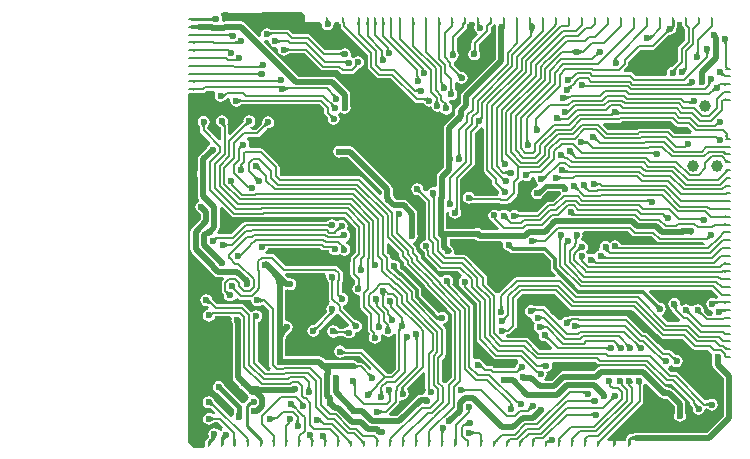
<source format=gbl>
G04*
G04 #@! TF.GenerationSoftware,Altium Limited,Altium Designer,20.2.7 (254)*
G04*
G04 Layer_Physical_Order=2*
G04 Layer_Color=16711680*
%FSLAX25Y25*%
%MOIN*%
G70*
G04*
G04 #@! TF.SameCoordinates,89FD41CB-11A8-4235-96C3-A5A174C84699*
G04*
G04*
G04 #@! TF.FilePolarity,Positive*
G04*
G01*
G75*
%ADD10C,0.00787*%
%ADD11C,0.00984*%
%ADD85C,0.01181*%
%ADD86C,0.01968*%
%ADD87C,0.01575*%
%ADD88C,0.03900*%
%ADD89C,0.02362*%
G04:AMPARAMS|DCode=90|XSize=9.84mil|YSize=19.68mil|CornerRadius=4.92mil|HoleSize=0mil|Usage=FLASHONLY|Rotation=90.000|XOffset=0mil|YOffset=0mil|HoleType=Round|Shape=RoundedRectangle|*
%AMROUNDEDRECTD90*
21,1,0.00984,0.00984,0,0,90.0*
21,1,0.00000,0.01968,0,0,90.0*
1,1,0.00984,0.00492,0.00000*
1,1,0.00984,0.00492,0.00000*
1,1,0.00984,-0.00492,0.00000*
1,1,0.00984,-0.00492,0.00000*
%
%ADD90ROUNDEDRECTD90*%
G04:AMPARAMS|DCode=91|XSize=9.84mil|YSize=19.68mil|CornerRadius=4.92mil|HoleSize=0mil|Usage=FLASHONLY|Rotation=0.000|XOffset=0mil|YOffset=0mil|HoleType=Round|Shape=RoundedRectangle|*
%AMROUNDEDRECTD91*
21,1,0.00984,0.00984,0,0,0.0*
21,1,0.00000,0.01968,0,0,0.0*
1,1,0.00984,0.00000,-0.00492*
1,1,0.00984,0.00000,-0.00492*
1,1,0.00984,0.00000,0.00492*
1,1,0.00984,0.00000,0.00492*
%
%ADD91ROUNDEDRECTD91*%
G04:AMPARAMS|DCode=92|XSize=7.87mil|YSize=1141.73mil|CornerRadius=3.94mil|HoleSize=0mil|Usage=FLASHONLY|Rotation=180.000|XOffset=0mil|YOffset=0mil|HoleType=Round|Shape=RoundedRectangle|*
%AMROUNDEDRECTD92*
21,1,0.00787,1.13386,0,0,180.0*
21,1,0.00000,1.14173,0,0,180.0*
1,1,0.00787,0.00000,0.56693*
1,1,0.00787,0.00000,0.56693*
1,1,0.00787,0.00000,-0.56693*
1,1,0.00787,0.00000,-0.56693*
%
%ADD92ROUNDEDRECTD92*%
G36*
X9578Y142991D02*
X9504Y143047D01*
X9426Y143097D01*
X9342Y143142D01*
X9253Y143181D01*
X9159Y143213D01*
X9060Y143240D01*
X8957Y143261D01*
X8848Y143276D01*
X8734Y143284D01*
X8615Y143287D01*
X8506Y144272D01*
X8625Y144275D01*
X8739Y144286D01*
X8846Y144305D01*
X8946Y144330D01*
X9040Y144363D01*
X9128Y144403D01*
X9209Y144450D01*
X9283Y144505D01*
X9351Y144567D01*
X9413Y144636D01*
X9578Y142991D01*
D02*
G37*
G36*
X47909Y142819D02*
X47905Y142792D01*
X47902Y142751D01*
X47893Y142333D01*
X47892Y142069D01*
X47105D01*
X47104Y142209D01*
X47073Y142742D01*
X47063Y142779D01*
X47052Y142801D01*
X47039Y142808D01*
X47913Y142832D01*
X47909Y142819D01*
D02*
G37*
G36*
X98170Y142798D02*
X98153Y142753D01*
X98138Y142698D01*
X98126Y142632D01*
X98106Y142469D01*
X98094Y142264D01*
X98090Y142018D01*
X97303D01*
X97284Y142832D01*
X98188D01*
X98170Y142798D01*
D02*
G37*
G36*
X115418Y142891D02*
X115426Y142832D01*
X115511D01*
X115493Y142798D01*
X115476Y142752D01*
X115461Y142696D01*
X115459Y142684D01*
X115491Y142603D01*
X115535Y142526D01*
X115588Y142460D01*
X115651Y142404D01*
X115724Y142358D01*
X115807Y142322D01*
X115899Y142296D01*
X115413Y142010D01*
X115413Y142001D01*
X115399Y142001D01*
X114519Y141482D01*
X114539Y141560D01*
X114557Y141651D01*
X114587Y141872D01*
X114609Y142145D01*
X114616Y142440D01*
X114607Y142832D01*
X114626D01*
X114626Y142849D01*
X115413Y143008D01*
X115418Y142891D01*
D02*
G37*
G36*
X124154Y142798D02*
X124137Y142752D01*
X124123Y142695D01*
X124110Y142627D01*
X124090Y142458D01*
X124079Y142245D01*
X124075Y141988D01*
X123287Y142016D01*
X123268Y142832D01*
X124173D01*
X124154Y142798D01*
D02*
G37*
G36*
X85185Y142808D02*
X85175Y142769D01*
X85167Y142717D01*
X85152Y142570D01*
X85140Y142244D01*
X85138Y141957D01*
X84350D01*
X84350Y142108D01*
X84303Y142808D01*
X84292Y142832D01*
X85196D01*
X85185Y142808D01*
D02*
G37*
G36*
X76524D02*
X76514Y142769D01*
X76505Y142717D01*
X76491Y142570D01*
X76479Y142244D01*
X76476Y141957D01*
X75689D01*
X75688Y142108D01*
X75642Y142808D01*
X75630Y142832D01*
X76535D01*
X76524Y142808D01*
D02*
G37*
G36*
X69142D02*
X69132Y142769D01*
X69123Y142717D01*
X69109Y142570D01*
X69097Y142244D01*
X69095Y141957D01*
X68307D01*
X68306Y142108D01*
X68260Y142808D01*
X68248Y142832D01*
X69153D01*
X69142Y142808D01*
D02*
G37*
G36*
X66524D02*
X66514Y142769D01*
X66505Y142717D01*
X66491Y142570D01*
X66479Y142244D01*
X66476Y141957D01*
X65689D01*
X65688Y142108D01*
X65642Y142808D01*
X65630Y142832D01*
X66535D01*
X66524Y142808D01*
D02*
G37*
G36*
X63906D02*
X63896Y142769D01*
X63887Y142717D01*
X63873Y142570D01*
X63861Y142244D01*
X63858Y141957D01*
X63071D01*
X63070Y142108D01*
X63024Y142808D01*
X63012Y142832D01*
X63917D01*
X63906Y142808D01*
D02*
G37*
G36*
X61288D02*
X61278Y142769D01*
X61269Y142717D01*
X61255Y142570D01*
X61243Y142244D01*
X61240Y141957D01*
X60453D01*
X60452Y142108D01*
X60405Y142808D01*
X60394Y142832D01*
X61299D01*
X61288Y142808D01*
D02*
G37*
G36*
X58296D02*
X58285Y142769D01*
X58277Y142717D01*
X58263Y142570D01*
X58250Y142244D01*
X58248Y141957D01*
X57461D01*
X57460Y142108D01*
X57413Y142808D01*
X57402Y142832D01*
X58307D01*
X58296Y142808D01*
D02*
G37*
G36*
X176122Y142797D02*
X176106Y142748D01*
X176091Y142687D01*
X176078Y142613D01*
X176059Y142426D01*
X176047Y142188D01*
X176043Y141898D01*
X175256Y142016D01*
X175236Y142832D01*
X176141D01*
X176122Y142797D01*
D02*
G37*
G36*
X167461D02*
X167444Y142748D01*
X167430Y142687D01*
X167417Y142613D01*
X167397Y142426D01*
X167386Y142188D01*
X167382Y141898D01*
X166594Y142016D01*
X166575Y142832D01*
X167480D01*
X167461Y142797D01*
D02*
G37*
G36*
X158800D02*
X158783Y142748D01*
X158768Y142687D01*
X158756Y142613D01*
X158736Y142426D01*
X158724Y142188D01*
X158720Y141898D01*
X157933Y142016D01*
X157914Y142832D01*
X158818D01*
X158800Y142797D01*
D02*
G37*
G36*
X154469D02*
X154452Y142748D01*
X154438Y142687D01*
X154425Y142613D01*
X154405Y142426D01*
X154393Y142188D01*
X154390Y141898D01*
X153602Y142016D01*
X153583Y142832D01*
X154488D01*
X154469Y142797D01*
D02*
G37*
G36*
X150138D02*
X150122Y142748D01*
X150107Y142687D01*
X150094Y142613D01*
X150075Y142426D01*
X150063Y142188D01*
X150059Y141898D01*
X149272Y142016D01*
X149252Y142832D01*
X150157D01*
X150138Y142797D01*
D02*
G37*
G36*
X145808D02*
X145791Y142748D01*
X145776Y142687D01*
X145763Y142613D01*
X145744Y142426D01*
X145732Y142188D01*
X145728Y141898D01*
X144941Y142016D01*
X144922Y142832D01*
X145826D01*
X145808Y142797D01*
D02*
G37*
G36*
X132815D02*
X132799Y142748D01*
X132784Y142687D01*
X132771Y142613D01*
X132752Y142426D01*
X132740Y142188D01*
X132736Y141898D01*
X131949Y142016D01*
X131930Y142832D01*
X132834D01*
X132815Y142797D01*
D02*
G37*
G36*
X128485D02*
X128468Y142748D01*
X128453Y142687D01*
X128441Y142613D01*
X128421Y142426D01*
X128409Y142188D01*
X128405Y141898D01*
X127618Y142016D01*
X127599Y142832D01*
X128503D01*
X128485Y142797D01*
D02*
G37*
G36*
X111162D02*
X111145Y142748D01*
X111131Y142687D01*
X111118Y142613D01*
X111098Y142426D01*
X111086Y142188D01*
X111083Y141898D01*
X110295Y142016D01*
X110276Y142832D01*
X111180D01*
X111162Y142797D01*
D02*
G37*
G36*
X89508D02*
X89492Y142748D01*
X89477Y142687D01*
X89464Y142613D01*
X89445Y142426D01*
X89433Y142188D01*
X89429Y141898D01*
X88642Y142016D01*
X88622Y142832D01*
X89527D01*
X89508Y142797D01*
D02*
G37*
G36*
X119816Y142786D02*
X119793Y142729D01*
X119773Y142660D01*
X119755Y142580D01*
X119740Y142489D01*
X119719Y142274D01*
X119708Y142013D01*
X119706Y141866D01*
X118919Y142138D01*
X118937Y142832D01*
X119842D01*
X119816Y142786D01*
D02*
G37*
G36*
X93593Y142567D02*
X93616Y142566D01*
X93621Y142549D01*
X93607Y142516D01*
X93575Y142467D01*
X93525Y142402D01*
X93369Y142226D01*
X92997Y141842D01*
X92441Y142399D01*
X92566Y142528D01*
X92765Y142756D01*
X92839Y142856D01*
X92896Y142947D01*
X92936Y143027D01*
X92960Y143098D01*
X92966Y143159D01*
X92955Y143211D01*
X92928Y143253D01*
X93593Y142567D01*
D02*
G37*
G36*
X102254D02*
X102269Y142564D01*
X102265Y142543D01*
X102242Y142506D01*
X102201Y142451D01*
X102060Y142291D01*
X101551Y141766D01*
X101039Y142368D01*
X101186Y142520D01*
X101417Y142795D01*
X101503Y142918D01*
X101568Y143033D01*
X101613Y143137D01*
X101637Y143233D01*
X101642Y143319D01*
X101626Y143395D01*
X101589Y143463D01*
X102254Y142567D01*
D02*
G37*
G36*
X80836Y142780D02*
X80809Y142718D01*
X80786Y142646D01*
X80765Y142563D01*
X80748Y142470D01*
X80723Y142253D01*
X80710Y141996D01*
X80709Y141852D01*
X79921Y141762D01*
X79961Y142832D01*
X80866D01*
X80836Y142780D01*
D02*
G37*
G36*
X72174D02*
X72148Y142718D01*
X72124Y142646D01*
X72104Y142563D01*
X72087Y142470D01*
X72061Y142253D01*
X72049Y141996D01*
X72047Y141852D01*
X71260Y141762D01*
X71300Y142832D01*
X72204D01*
X72174Y142780D01*
D02*
G37*
G36*
X3954Y140462D02*
X3889Y140505D01*
X3793Y140544D01*
X3664Y140578D01*
X3504Y140607D01*
X3311Y140632D01*
X2831Y140669D01*
X1870Y140689D01*
Y141673D01*
X2222Y141675D01*
X3504Y141755D01*
X3664Y141785D01*
X3793Y141819D01*
X3889Y141857D01*
X3954Y141901D01*
Y140462D01*
D02*
G37*
G36*
X116324Y140172D02*
X116234Y140103D01*
X116152Y140030D01*
X116081Y139951D01*
X116018Y139868D01*
X115966Y139780D01*
X115923Y139687D01*
X115890Y139590D01*
X115866Y139487D01*
X115851Y139380D01*
X115847Y139269D01*
X115059Y139410D01*
X115056Y139517D01*
X115044Y139623D01*
X115026Y139728D01*
X115001Y139833D01*
X114968Y139937D01*
X114928Y140040D01*
X114880Y140143D01*
X114825Y140245D01*
X114763Y140347D01*
X114694Y140448D01*
X116324Y140172D01*
D02*
G37*
G36*
X161602Y139370D02*
X161483Y139367D01*
X161368Y139357D01*
X161258Y139338D01*
X161152Y139311D01*
X161050Y139277D01*
X160952Y139234D01*
X160859Y139184D01*
X160769Y139125D01*
X160685Y139059D01*
X160604Y138984D01*
X160047Y139541D01*
X160122Y139622D01*
X160188Y139706D01*
X160247Y139795D01*
X160297Y139889D01*
X160340Y139987D01*
X160374Y140089D01*
X160401Y140195D01*
X160420Y140305D01*
X160430Y140420D01*
X160433Y140539D01*
X161602Y139370D01*
D02*
G37*
G36*
X165784Y142334D02*
Y141772D01*
X165784Y141772D01*
X165875Y141311D01*
X166137Y140920D01*
X166611Y140446D01*
Y136627D01*
X164700Y134716D01*
X164439Y134325D01*
X164347Y133864D01*
X164347Y133864D01*
Y129822D01*
X162566Y128041D01*
X162522Y128008D01*
X162471Y127977D01*
X162417Y127947D01*
X162358Y127918D01*
X162302Y127895D01*
X162136Y127841D01*
X162045Y127819D01*
X161990Y127794D01*
X161721Y127740D01*
X161070Y127305D01*
X160635Y126654D01*
X160482Y125886D01*
X160556Y125515D01*
X160021Y124728D01*
X150272D01*
X149247Y125753D01*
X148856Y126014D01*
X148396Y126106D01*
X148396Y126106D01*
X146450D01*
X146149Y126833D01*
X147407Y128091D01*
X147668Y128482D01*
X147759Y128943D01*
X147759Y128943D01*
Y129493D01*
X151905Y133638D01*
X155905D01*
X155905Y133638D01*
X156366Y133730D01*
X156757Y133991D01*
X161239Y138473D01*
X161270Y138494D01*
X161304Y138512D01*
X161339Y138527D01*
X161379Y138541D01*
X161423Y138552D01*
X161473Y138560D01*
X161514Y138564D01*
X161614Y138544D01*
X162382Y138697D01*
X163033Y139132D01*
X163469Y139783D01*
X163621Y140551D01*
X163586Y140728D01*
X163863Y141142D01*
X163962Y141642D01*
Y142717D01*
X165775D01*
X165784Y142334D01*
D02*
G37*
G36*
X155994Y137885D02*
X155011Y136933D01*
X154833Y138470D01*
X154900Y138417D01*
X154969Y138379D01*
X155041Y138355D01*
X155114Y138347D01*
X155190Y138353D01*
X155269Y138374D01*
X155349Y138410D01*
X155431Y138461D01*
X155516Y138527D01*
X155603Y138608D01*
X155994Y137885D01*
D02*
G37*
G36*
X27894Y139690D02*
X28114Y139602D01*
X28222Y139567D01*
X28436Y139512D01*
X28542Y139493D01*
X28750Y139471D01*
X28853Y139469D01*
X29154Y138681D01*
X29040Y138676D01*
X28933Y138661D01*
X28833Y138636D01*
X28741Y138601D01*
X28655Y138557D01*
X28577Y138502D01*
X28506Y138437D01*
X28442Y138362D01*
X28385Y138277D01*
X28335Y138183D01*
X27783Y139742D01*
X27894Y139690D01*
D02*
G37*
G36*
X2585Y139017D02*
X2633Y139000D01*
X2694Y138986D01*
X2768Y138973D01*
X2954Y138954D01*
X3192Y138943D01*
X3481Y138939D01*
X3368Y138151D01*
X2550Y138130D01*
Y139035D01*
X2585Y139017D01*
D02*
G37*
G36*
X14941Y137664D02*
X14878Y137757D01*
X14809Y137840D01*
X14735Y137913D01*
X14656Y137976D01*
X14571Y138030D01*
X14480Y138074D01*
X14384Y138108D01*
X14283Y138132D01*
X14175Y138146D01*
X14063Y138151D01*
X14251Y138939D01*
X14356Y138942D01*
X14462Y138952D01*
X14567Y138969D01*
X14672Y138993D01*
X14778Y139024D01*
X14883Y139061D01*
X14988Y139105D01*
X15092Y139156D01*
X15302Y139278D01*
X14941Y137664D01*
D02*
G37*
G36*
X30949Y137162D02*
X31038Y137088D01*
X31130Y137023D01*
X31223Y136967D01*
X31320Y136919D01*
X31419Y136880D01*
X31521Y136850D01*
X31625Y136828D01*
X31732Y136815D01*
X31842Y136811D01*
Y136024D01*
X31732Y136019D01*
X31625Y136006D01*
X31521Y135985D01*
X31419Y135954D01*
X31320Y135915D01*
X31223Y135868D01*
X31130Y135811D01*
X31038Y135747D01*
X30949Y135673D01*
X30863Y135591D01*
Y137244D01*
X30949Y137162D01*
D02*
G37*
G36*
X2574Y136425D02*
X2613Y136416D01*
X2665Y136407D01*
X2812Y136393D01*
X3138Y136380D01*
X3425Y136378D01*
Y135591D01*
X3274Y135590D01*
X2574Y135543D01*
X2550Y135532D01*
Y136437D01*
X2574Y136425D01*
D02*
G37*
G36*
X180875Y136591D02*
X180773Y136378D01*
X180731Y136272D01*
X180696Y136166D01*
X180667Y136060D01*
X180645Y135954D01*
X180629Y135849D01*
X180620Y135744D01*
X180616Y135640D01*
X179829Y135417D01*
X179824Y135530D01*
X179809Y135637D01*
X179785Y135738D01*
X179750Y135833D01*
X179706Y135922D01*
X179652Y136005D01*
X179588Y136082D01*
X179514Y136153D01*
X179430Y136218D01*
X179337Y136277D01*
X180936Y136698D01*
X180875Y136591D01*
D02*
G37*
G36*
X18071Y135319D02*
X17960Y135359D01*
X17722Y135427D01*
X17596Y135455D01*
X17326Y135497D01*
X17183Y135512D01*
X16722Y135531D01*
X16618Y136319D01*
X16733Y136324D01*
X16840Y136339D01*
X16938Y136364D01*
X17028Y136399D01*
X17109Y136443D01*
X17183Y136498D01*
X17248Y136563D01*
X17304Y136638D01*
X17353Y136723D01*
X17393Y136818D01*
X18071Y135319D01*
D02*
G37*
G36*
X68106Y134115D02*
X68120Y133975D01*
X68133Y133917D01*
X68149Y133866D01*
X68168Y133823D01*
X68191Y133788D01*
X68218Y133761D01*
X68248Y133741D01*
X68282Y133729D01*
X67209Y133445D01*
X67230Y133471D01*
X67248Y133507D01*
X67264Y133555D01*
X67278Y133613D01*
X67290Y133683D01*
X67307Y133855D01*
X67316Y134072D01*
X67317Y134196D01*
X68104D01*
X68106Y134115D01*
D02*
G37*
G36*
X2585Y133820D02*
X2633Y133803D01*
X2694Y133789D01*
X2768Y133776D01*
X2954Y133757D01*
X3192Y133746D01*
X3481Y133742D01*
X3368Y132955D01*
X2550Y132934D01*
Y133838D01*
X2585Y133820D01*
D02*
G37*
G36*
X97032Y133810D02*
X97035Y133703D01*
X97046Y133597D01*
X97065Y133492D01*
X97091Y133387D01*
X97124Y133283D01*
X97165Y133181D01*
X97214Y133078D01*
X97269Y132977D01*
X97333Y132876D01*
X97403Y132776D01*
X95769Y133030D01*
X95859Y133100D01*
X95940Y133175D01*
X96011Y133255D01*
X96073Y133339D01*
X96125Y133428D01*
X96168Y133521D01*
X96201Y133619D01*
X96225Y133721D01*
X96239Y133828D01*
X96244Y133940D01*
X97032Y133810D01*
D02*
G37*
G36*
X33902Y134308D02*
X33991Y134234D01*
X34082Y134169D01*
X34176Y134113D01*
X34273Y134065D01*
X34372Y134026D01*
X34474Y133996D01*
X34578Y133974D01*
X34685Y133961D01*
X34795Y133957D01*
Y133169D01*
X34685Y133165D01*
X34578Y133152D01*
X34474Y133130D01*
X34372Y133100D01*
X34273Y133061D01*
X34176Y133013D01*
X34082Y132957D01*
X33991Y132892D01*
X33902Y132818D01*
X33816Y132736D01*
Y134390D01*
X33902Y134308D01*
D02*
G37*
G36*
X89670Y133504D02*
X89683Y133397D01*
X89704Y133293D01*
X89735Y133191D01*
X89774Y133092D01*
X89821Y132995D01*
X89878Y132901D01*
X89943Y132810D01*
X90016Y132721D01*
X90098Y132635D01*
X88445D01*
X88527Y132721D01*
X88601Y132810D01*
X88666Y132901D01*
X88722Y132995D01*
X88770Y133092D01*
X88809Y133191D01*
X88839Y133293D01*
X88861Y133397D01*
X88874Y133504D01*
X88878Y133614D01*
X89665D01*
X89670Y133504D01*
D02*
G37*
G36*
X131374Y133621D02*
X131476Y133559D01*
X131578Y133504D01*
X131681Y133456D01*
X131784Y133416D01*
X131888Y133383D01*
X131993Y133358D01*
X132098Y133340D01*
X132204Y133328D01*
X132311Y133325D01*
X132452Y132537D01*
X132341Y132533D01*
X132234Y132518D01*
X132131Y132494D01*
X132034Y132461D01*
X131941Y132418D01*
X131853Y132365D01*
X131770Y132303D01*
X131691Y132232D01*
X131618Y132150D01*
X131549Y132060D01*
X131273Y133690D01*
X131374Y133621D01*
D02*
G37*
G36*
X129610Y132060D02*
X129541Y132150D01*
X129467Y132232D01*
X129389Y132303D01*
X129306Y132365D01*
X129218Y132418D01*
X129125Y132461D01*
X129027Y132494D01*
X128925Y132518D01*
X128818Y132533D01*
X128706Y132537D01*
X128848Y133325D01*
X128954Y133328D01*
X129060Y133340D01*
X129166Y133358D01*
X129270Y133383D01*
X129374Y133416D01*
X129478Y133456D01*
X129581Y133504D01*
X129683Y133559D01*
X129785Y133621D01*
X129885Y133690D01*
X129610Y132060D01*
D02*
G37*
G36*
X174760Y132830D02*
X174687Y132741D01*
X174622Y132650D01*
X174565Y132556D01*
X174518Y132459D01*
X174479Y132360D01*
X174448Y132258D01*
X174427Y132154D01*
X174414Y132047D01*
X174409Y131938D01*
X173622D01*
X173618Y132047D01*
X173605Y132154D01*
X173583Y132258D01*
X173553Y132360D01*
X173514Y132459D01*
X173466Y132556D01*
X173410Y132650D01*
X173345Y132741D01*
X173271Y132830D01*
X173189Y132916D01*
X174843D01*
X174760Y132830D01*
D02*
G37*
G36*
X171358Y132780D02*
X171360Y132676D01*
X171377Y132468D01*
X171392Y132363D01*
X171435Y132152D01*
X171463Y132045D01*
X171531Y131831D01*
X171571Y131723D01*
X170072Y132401D01*
X170167Y132441D01*
X170252Y132490D01*
X170327Y132547D01*
X170391Y132612D01*
X170446Y132685D01*
X170491Y132766D01*
X170526Y132856D01*
X170551Y132955D01*
X170566Y133061D01*
X170571Y133176D01*
X171358Y132780D01*
D02*
G37*
G36*
X138301Y131791D02*
X138181Y131789D01*
X138067Y131778D01*
X137956Y131759D01*
X137850Y131732D01*
X137748Y131698D01*
X137650Y131655D01*
X137557Y131605D01*
X137468Y131546D01*
X137383Y131480D01*
X137302Y131405D01*
X136746Y131962D01*
X136820Y132043D01*
X136886Y132128D01*
X136945Y132217D01*
X136995Y132310D01*
X137038Y132408D01*
X137073Y132510D01*
X137099Y132616D01*
X137118Y132727D01*
X137129Y132842D01*
X137131Y132961D01*
X138301Y131791D01*
D02*
G37*
G36*
X52225Y131398D02*
X52165Y131492D01*
X52100Y131575D01*
X52028Y131649D01*
X51951Y131713D01*
X51868Y131767D01*
X51778Y131811D01*
X51683Y131846D01*
X51582Y131870D01*
X51475Y131885D01*
X51362Y131890D01*
X51580Y132677D01*
X51685Y132680D01*
X51790Y132690D01*
X51895Y132706D01*
X52001Y132729D01*
X52106Y132758D01*
X52212Y132793D01*
X52318Y132835D01*
X52531Y132938D01*
X52638Y133000D01*
X52225Y131398D01*
D02*
G37*
G36*
X66048Y131891D02*
X66063Y131784D01*
X66088Y131683D01*
X66122Y131588D01*
X66166Y131499D01*
X66220Y131415D01*
X66284Y131338D01*
X66358Y131266D01*
X66441Y131201D01*
X66535Y131141D01*
X64934Y130728D01*
X64995Y130835D01*
X65098Y131048D01*
X65140Y131154D01*
X65175Y131260D01*
X65204Y131366D01*
X65227Y131471D01*
X65243Y131576D01*
X65253Y131681D01*
X65256Y131786D01*
X66043Y132004D01*
X66048Y131891D01*
D02*
G37*
G36*
X2574Y131229D02*
X2613Y131219D01*
X2665Y131210D01*
X2812Y131196D01*
X3138Y131184D01*
X3425Y131181D01*
Y130394D01*
X3274Y130393D01*
X2574Y130346D01*
X2550Y130335D01*
Y131240D01*
X2574Y131229D01*
D02*
G37*
G36*
X143900Y130802D02*
X143914Y130621D01*
X143927Y130543D01*
X143943Y130475D01*
X143963Y130415D01*
X143986Y130364D01*
X144013Y130322D01*
X144044Y130289D01*
X144078Y130264D01*
X142930D01*
X142964Y130289D01*
X142995Y130322D01*
X143022Y130364D01*
X143045Y130415D01*
X143065Y130475D01*
X143081Y130543D01*
X143094Y130621D01*
X143103Y130707D01*
X143110Y130905D01*
X143898D01*
X143900Y130802D01*
D02*
G37*
G36*
X17160Y129726D02*
X17128Y129743D01*
X17085Y129757D01*
X17031Y129770D01*
X16966Y129781D01*
X16802Y129798D01*
X16592Y129809D01*
X16338Y129812D01*
X16224Y130599D01*
X16298Y130602D01*
X16366Y130609D01*
X16426Y130620D01*
X16479Y130636D01*
X16524Y130657D01*
X16562Y130682D01*
X16593Y130712D01*
X16616Y130747D01*
X16632Y130786D01*
X16640Y130830D01*
X17160Y129726D01*
D02*
G37*
G36*
X53416Y128635D02*
X53376Y128730D01*
X53328Y128815D01*
X53271Y128890D01*
X53206Y128954D01*
X53133Y129009D01*
X53051Y129054D01*
X52961Y129089D01*
X52863Y129114D01*
X52757Y129129D01*
X52642Y129134D01*
X53038Y129921D01*
X53141Y129923D01*
X53350Y129940D01*
X53455Y129955D01*
X53666Y129998D01*
X53772Y130026D01*
X53987Y130094D01*
X54094Y130134D01*
X53416Y128635D01*
D02*
G37*
G36*
X2574Y128630D02*
X2613Y128620D01*
X2665Y128611D01*
X2812Y128597D01*
X3138Y128585D01*
X3425Y128583D01*
Y127795D01*
X3274Y127795D01*
X2574Y127748D01*
X2550Y127737D01*
Y128641D01*
X2574Y128630D01*
D02*
G37*
G36*
X25196Y127683D02*
X25178Y127692D01*
X25156Y127693D01*
X25131Y127689D01*
X25102Y127678D01*
X25070Y127661D01*
X25034Y127637D01*
X24994Y127607D01*
X24903Y127527D01*
X24852Y127478D01*
X24295Y128034D01*
X24376Y128115D01*
X24697Y128477D01*
X24709Y128499D01*
X24712Y128514D01*
X25196Y127683D01*
D02*
G37*
G36*
X163911Y127127D02*
X163835Y127043D01*
X163770Y126957D01*
X163716Y126868D01*
X163672Y126777D01*
X163639Y126682D01*
X163617Y126584D01*
X163606Y126483D01*
X163606Y126379D01*
X163616Y126272D01*
X163638Y126163D01*
X162235Y127039D01*
X162355Y127068D01*
X162580Y127141D01*
X162685Y127185D01*
X162786Y127233D01*
X162882Y127286D01*
X162973Y127344D01*
X163059Y127407D01*
X163141Y127474D01*
X163217Y127546D01*
X163911Y127127D01*
D02*
G37*
G36*
X167225Y127099D02*
X167150Y127018D01*
X167084Y126934D01*
X167025Y126844D01*
X166975Y126751D01*
X166932Y126653D01*
X166897Y126551D01*
X166871Y126445D01*
X166852Y126335D01*
X166841Y126220D01*
X166839Y126101D01*
X165670Y127270D01*
X165789Y127273D01*
X165903Y127283D01*
X166014Y127302D01*
X166120Y127329D01*
X166222Y127363D01*
X166320Y127406D01*
X166413Y127456D01*
X166502Y127515D01*
X166587Y127581D01*
X166668Y127656D01*
X167225Y127099D01*
D02*
G37*
G36*
X39862Y145208D02*
Y142717D01*
X45049D01*
X45548Y142108D01*
X45532Y142027D01*
X45685Y141259D01*
X46120Y140608D01*
X46771Y140173D01*
X47539Y140021D01*
X48307Y140173D01*
X48959Y140608D01*
X49394Y141259D01*
X49546Y142027D01*
X49531Y142108D01*
X50030Y142717D01*
X51413D01*
X51452Y142520D01*
X51735Y142097D01*
X51847Y142022D01*
Y141339D01*
X51847Y141339D01*
X51939Y140878D01*
X52200Y140487D01*
X60804Y131883D01*
Y127891D01*
X60804Y127891D01*
X60895Y127430D01*
X61156Y127040D01*
X63752Y124444D01*
X64143Y124183D01*
X64604Y124091D01*
X68596D01*
X76511Y116176D01*
X76511Y116176D01*
X76901Y115915D01*
X77362Y115823D01*
X79572D01*
X79978Y115215D01*
X80630Y114779D01*
X81398Y114627D01*
X82068Y114760D01*
X82201Y114094D01*
X82636Y113443D01*
X83287Y113008D01*
X84055Y112855D01*
X84823Y113008D01*
X85644Y112633D01*
X85691Y112563D01*
X86342Y112128D01*
X87111Y111975D01*
X87879Y112128D01*
X88530Y112563D01*
X88965Y113214D01*
X89118Y113982D01*
X88965Y114750D01*
X88530Y115401D01*
X88369Y115509D01*
X88202Y115688D01*
X88060Y115901D01*
X88060Y115901D01*
X87902Y116059D01*
X88290Y116785D01*
X88747Y116694D01*
X89515Y116847D01*
X90166Y117282D01*
X90601Y117933D01*
X90754Y118701D01*
X90601Y119469D01*
X90166Y120120D01*
X90081Y120176D01*
X90055Y120209D01*
X90025Y120250D01*
X90002Y120289D01*
X89984Y120326D01*
X89969Y120362D01*
X89959Y120399D01*
X89951Y120435D01*
Y122568D01*
X90738Y122807D01*
X90759Y122776D01*
X91410Y122341D01*
X92178Y122188D01*
X92946Y122341D01*
X93598Y122776D01*
X94033Y123427D01*
X94185Y124196D01*
X94033Y124964D01*
X93598Y125615D01*
X92946Y126050D01*
X92178Y126203D01*
X92079Y126183D01*
X92037Y126187D01*
X91987Y126195D01*
X91943Y126206D01*
X91903Y126220D01*
X91868Y126235D01*
X91835Y126253D01*
X91803Y126274D01*
X89496Y128581D01*
Y129278D01*
X90040Y129937D01*
X90691Y130372D01*
X91126Y131023D01*
X91279Y131791D01*
X91126Y132559D01*
X90691Y133211D01*
X90606Y133267D01*
X90580Y133299D01*
X90550Y133341D01*
X90527Y133380D01*
X90509Y133417D01*
X90494Y133453D01*
X90483Y133489D01*
X90476Y133526D01*
Y137215D01*
X93571Y140310D01*
X93571Y140310D01*
X93832Y140701D01*
X93923Y141162D01*
Y141622D01*
X94180Y141879D01*
X94180Y141879D01*
X94324Y142095D01*
X94328Y142097D01*
X94611Y142520D01*
X94650Y142717D01*
X96274D01*
X96493Y142018D01*
X96562Y141669D01*
X96418Y140945D01*
X96571Y140177D01*
X97006Y139526D01*
X97320Y139316D01*
X97498Y138380D01*
X95786Y136668D01*
X95525Y136278D01*
X95434Y135817D01*
X95434Y135817D01*
Y133862D01*
X95428Y133839D01*
X95421Y133818D01*
X95413Y133799D01*
X95402Y133781D01*
X95387Y133761D01*
X95367Y133738D01*
X95339Y133712D01*
X95276Y133663D01*
X95244Y133627D01*
X95038Y133489D01*
X94603Y132838D01*
X94450Y132070D01*
X94603Y131301D01*
X95038Y130650D01*
X95689Y130215D01*
X96457Y130062D01*
X97225Y130215D01*
X97876Y130650D01*
X98311Y131301D01*
X98464Y132070D01*
X98311Y132838D01*
X98091Y133167D01*
X98059Y133240D01*
X98001Y133322D01*
X97962Y133384D01*
X97929Y133443D01*
X97902Y133500D01*
X97880Y133555D01*
X97864Y133608D01*
X97851Y133659D01*
X97842Y133708D01*
Y135318D01*
X101639Y139115D01*
X101639Y139115D01*
X101900Y139506D01*
X101992Y139966D01*
X101992Y139966D01*
Y141060D01*
X102841Y141910D01*
X102841Y141910D01*
X102948Y142070D01*
X102989Y142097D01*
X103078Y142230D01*
X103756Y141910D01*
X103603Y141142D01*
X103607Y141122D01*
Y133849D01*
X103515Y133385D01*
Y130444D01*
X92522Y119451D01*
X92130Y118865D01*
X91993Y118173D01*
Y117717D01*
X91993Y117717D01*
Y115906D01*
X90652Y114565D01*
X90260Y113979D01*
X90123Y113287D01*
Y112564D01*
X90016Y112029D01*
X89988Y111987D01*
X89973Y111909D01*
X86813Y108749D01*
X86422Y108163D01*
X86284Y107472D01*
Y97562D01*
X86182Y97047D01*
X86251Y96702D01*
X86234Y96621D01*
Y94376D01*
X84353Y92494D01*
X83961Y91908D01*
X83824Y91217D01*
Y88146D01*
X83036Y87649D01*
X82583Y87739D01*
X81815Y87587D01*
X81164Y87152D01*
X80777Y86573D01*
X80629Y86482D01*
X79894Y86343D01*
X79506Y86731D01*
X79485Y86763D01*
X79467Y86796D01*
X79452Y86831D01*
X79438Y86871D01*
X79427Y86915D01*
X79419Y86965D01*
X79415Y87006D01*
X79435Y87106D01*
X79282Y87874D01*
X78847Y88525D01*
X78196Y88961D01*
X77428Y89113D01*
X76660Y88961D01*
X76009Y88525D01*
X75573Y87874D01*
X75421Y87106D01*
X75573Y86338D01*
X76009Y85687D01*
X76660Y85252D01*
X77428Y85099D01*
X77528Y85119D01*
X77569Y85115D01*
X77619Y85107D01*
X77663Y85096D01*
X77703Y85082D01*
X77738Y85067D01*
X77771Y85049D01*
X77803Y85028D01*
X80193Y82638D01*
Y70368D01*
X80193Y70368D01*
X79981Y70051D01*
X79547Y69964D01*
X78896Y69529D01*
X78461Y68878D01*
X78308Y68110D01*
X78461Y67342D01*
X78896Y66691D01*
X79455Y66317D01*
X79458Y66303D01*
X79719Y65912D01*
X79800Y65831D01*
Y65158D01*
X79800Y65158D01*
X79891Y64697D01*
X80152Y64306D01*
X84382Y60076D01*
X84773Y59815D01*
X85233Y59724D01*
X85234Y59724D01*
X91127D01*
X92282Y58568D01*
X92104Y57633D01*
X91789Y57423D01*
X91354Y56772D01*
X91202Y56004D01*
X91354Y55236D01*
X91789Y54585D01*
X92037Y54419D01*
X92096Y54122D01*
X92357Y53731D01*
X97128Y48960D01*
Y37020D01*
X97128Y37020D01*
X97219Y36559D01*
X97480Y36169D01*
X102906Y30743D01*
X103297Y30482D01*
X103758Y30390D01*
X103758Y30390D01*
X110588D01*
X110862Y30060D01*
X110884Y29175D01*
X110449Y28524D01*
X110296Y27756D01*
X109622Y27385D01*
X103261D01*
X102924Y27722D01*
X102534Y27983D01*
X102073Y28074D01*
X102073Y28074D01*
X100499D01*
X99781Y28792D01*
X99719Y28861D01*
X99483Y29152D01*
X99441Y29213D01*
X99400Y29278D01*
X99394Y29311D01*
X98959Y29963D01*
X98308Y30398D01*
X97539Y30550D01*
X96771Y30398D01*
X95993Y30825D01*
Y47945D01*
X95993Y47945D01*
X95901Y48406D01*
X95640Y48796D01*
X95640Y48796D01*
X89021Y55415D01*
X89023Y55436D01*
X89029Y55463D01*
X89032Y55475D01*
X89038Y55488D01*
X89040Y55496D01*
X89066Y55530D01*
X89069Y55543D01*
X89260Y55829D01*
X89413Y56597D01*
X89260Y57365D01*
X88825Y58016D01*
X88174Y58451D01*
X87406Y58604D01*
X86638Y58451D01*
X85987Y58016D01*
X85901Y57888D01*
X84893Y57782D01*
X78566Y64108D01*
Y64477D01*
X78566Y64477D01*
X78475Y64938D01*
X78214Y65329D01*
X78214Y65329D01*
X77188Y66354D01*
Y67089D01*
X77097Y67550D01*
X76836Y67941D01*
X76836Y67941D01*
X76040Y68736D01*
X76300Y69591D01*
X76359Y69602D01*
X77010Y70038D01*
X77445Y70689D01*
X77598Y71457D01*
X77445Y72225D01*
X77397Y72297D01*
Y78937D01*
X77259Y79628D01*
X76868Y80214D01*
X74112Y82970D01*
X73526Y83362D01*
X72835Y83499D01*
X70374D01*
X69553Y84321D01*
X69472Y84725D01*
X69251Y85057D01*
Y86985D01*
X69113Y87676D01*
X68722Y88262D01*
X56176Y100808D01*
X55589Y101200D01*
X54898Y101337D01*
X52330D01*
X52146Y101461D01*
X51378Y101613D01*
X50610Y101461D01*
X49959Y101025D01*
X49524Y100374D01*
X49371Y99606D01*
X49524Y98838D01*
X49959Y98187D01*
X50610Y97752D01*
X51378Y97599D01*
X52008Y97725D01*
X54150D01*
X65638Y86237D01*
Y85328D01*
X64911Y85027D01*
X58928Y91009D01*
X58538Y91270D01*
X58077Y91362D01*
X58077Y91362D01*
X32123D01*
X31470Y92015D01*
Y94439D01*
X31470Y94439D01*
X31378Y94900D01*
X31117Y95291D01*
X26048Y100359D01*
X25658Y100620D01*
X25197Y100712D01*
X25197Y100712D01*
X21793D01*
X21304Y101499D01*
X21397Y101969D01*
X21244Y102737D01*
X20809Y103388D01*
X20495Y103598D01*
X20466Y103720D01*
X20958Y104500D01*
X24011D01*
X24011Y104500D01*
X24472Y104591D01*
X24862Y104852D01*
X27283Y107272D01*
X27314Y107293D01*
X27347Y107311D01*
X27383Y107326D01*
X27422Y107340D01*
X27466Y107351D01*
X27516Y107359D01*
X27558Y107363D01*
X27657Y107343D01*
X28426Y107496D01*
X29077Y107931D01*
X29512Y108582D01*
X29665Y109350D01*
X29512Y110118D01*
X29077Y110770D01*
X28426Y111205D01*
X27657Y111357D01*
X26889Y111205D01*
X26238Y110770D01*
X25803Y110118D01*
X25650Y109350D01*
X25670Y109251D01*
X25666Y109209D01*
X25658Y109159D01*
X25647Y109115D01*
X25633Y109075D01*
X25618Y109040D01*
X25600Y109007D01*
X25580Y108976D01*
X23512Y106908D01*
X22173D01*
X21753Y107695D01*
X21831Y107811D01*
X22225Y107890D01*
X22876Y108325D01*
X23311Y108976D01*
X23464Y109744D01*
X23311Y110512D01*
X22876Y111163D01*
X22225Y111598D01*
X21457Y111751D01*
X20689Y111598D01*
X20038Y111163D01*
X19602Y110512D01*
X19450Y109744D01*
X19469Y109644D01*
X19466Y109603D01*
X19457Y109553D01*
X19446Y109509D01*
X19433Y109469D01*
X19417Y109434D01*
X19399Y109400D01*
X19379Y109369D01*
X15121Y105111D01*
X14393Y105412D01*
Y108119D01*
X14393Y108119D01*
X14302Y108580D01*
X14097Y108886D01*
X14157Y108976D01*
X14310Y109744D01*
X14157Y110512D01*
X13722Y111163D01*
X13071Y111598D01*
X12303Y111751D01*
X11535Y111598D01*
X10884Y111163D01*
X10449Y110512D01*
X10296Y109744D01*
X10449Y108976D01*
X10884Y108325D01*
X11535Y107890D01*
X11598Y107877D01*
X11603Y107875D01*
X11771Y107767D01*
X11834Y107721D01*
X11985Y107592D01*
Y103635D01*
X11257Y103334D01*
X7405Y107186D01*
Y107813D01*
X7413Y107850D01*
X7423Y107886D01*
X7438Y107922D01*
X7456Y107959D01*
X7479Y107998D01*
X7509Y108039D01*
X7535Y108071D01*
X7620Y108128D01*
X8055Y108779D01*
X8208Y109547D01*
X8055Y110315D01*
X7620Y110967D01*
X6969Y111401D01*
X6201Y111554D01*
X5433Y111401D01*
X4782Y110967D01*
X4346Y110315D01*
X4194Y109547D01*
X4346Y108779D01*
X4782Y108128D01*
X4866Y108071D01*
X4893Y108039D01*
X4922Y107998D01*
X4946Y107959D01*
X4964Y107922D01*
X4978Y107886D01*
X4989Y107850D01*
X4997Y107813D01*
Y106687D01*
X4997Y106687D01*
X5088Y106226D01*
X5349Y105836D01*
X8325Y102860D01*
X8147Y101924D01*
X7833Y101715D01*
X7398Y101063D01*
X7354Y100846D01*
X4825Y98316D01*
X4434Y97730D01*
X4296Y97039D01*
Y93457D01*
X4051Y93091D01*
X3898Y92323D01*
X4051Y91555D01*
X4296Y91188D01*
Y84842D01*
X4434Y84151D01*
X4631Y83855D01*
X4635Y83663D01*
X4486Y83034D01*
X4391Y82885D01*
X3994Y82620D01*
X3559Y81969D01*
X3406Y81201D01*
X3559Y80433D01*
X3994Y79782D01*
X4645Y79347D01*
X4730Y79330D01*
X5182Y78878D01*
Y77087D01*
X2266Y74171D01*
X1874Y73585D01*
X1737Y72894D01*
Y67028D01*
X1874Y66336D01*
X2266Y65750D01*
X7890Y60126D01*
X7975Y60000D01*
X9704Y58270D01*
X10290Y57878D01*
X10982Y57741D01*
X12594D01*
X12895Y57013D01*
X12534Y56653D01*
X12273Y56262D01*
X12182Y55801D01*
X12182Y55801D01*
Y53248D01*
X12182Y53248D01*
X12273Y52787D01*
X12534Y52397D01*
X12883Y52048D01*
X12903Y52017D01*
X12921Y51983D01*
X12937Y51948D01*
X12950Y51909D01*
X12961Y51865D01*
X12969Y51815D01*
X12973Y51773D01*
X12954Y51673D01*
X13106Y50905D01*
X13541Y50254D01*
X14193Y49819D01*
X14961Y49666D01*
X15729Y49819D01*
X16380Y50254D01*
X16590Y50568D01*
X17525Y50746D01*
X17745Y50526D01*
X18136Y50265D01*
X18597Y50174D01*
X21964D01*
X22107Y50000D01*
X22260Y49232D01*
X22695Y48581D01*
X23346Y48146D01*
X24114Y47993D01*
X24882Y48146D01*
X25533Y48581D01*
X26278Y48397D01*
X28028Y46647D01*
Y28451D01*
X28028Y28451D01*
X28120Y27990D01*
X28381Y27599D01*
X28655Y27325D01*
X28353Y26598D01*
X27296D01*
X24137Y29756D01*
Y42859D01*
X24489Y42929D01*
X25140Y43364D01*
X25575Y44015D01*
X25728Y44783D01*
X25575Y45551D01*
X25140Y46203D01*
X24489Y46638D01*
X23720Y46791D01*
X22952Y46638D01*
X22301Y46203D01*
X22021Y46175D01*
X19904Y48292D01*
X19513Y48553D01*
X19052Y48645D01*
X19052Y48645D01*
X10637D01*
X9243Y50039D01*
X9211Y50083D01*
X9178Y50134D01*
X9147Y50189D01*
X9118Y50249D01*
X9094Y50305D01*
X9038Y50473D01*
X9015Y50564D01*
X8991Y50614D01*
X8941Y50867D01*
X8506Y51518D01*
X7855Y51953D01*
X7087Y52105D01*
X6318Y51953D01*
X5667Y51518D01*
X5232Y50867D01*
X5080Y50098D01*
X5232Y49330D01*
X5667Y48679D01*
X6318Y48244D01*
X7087Y48091D01*
X7465Y48167D01*
X7516Y48167D01*
X7939Y47757D01*
X8005Y47657D01*
X7690Y46931D01*
X7204Y46835D01*
X6553Y46400D01*
X6118Y45748D01*
X5965Y44980D01*
X6118Y44212D01*
X6553Y43561D01*
X7204Y43126D01*
X7972Y42973D01*
X8741Y43126D01*
X9392Y43561D01*
X9827Y44212D01*
X9916Y44662D01*
X14953D01*
X15488Y43874D01*
X15414Y43504D01*
X15567Y42736D01*
X15812Y42369D01*
Y24311D01*
X15949Y23620D01*
X16341Y23034D01*
X17617Y21757D01*
X17634Y21673D01*
X18069Y21022D01*
X18720Y20587D01*
X18805Y20570D01*
X21086Y18288D01*
X21315Y17784D01*
X21088Y17083D01*
X20664Y16801D01*
X19784Y15921D01*
X19647Y15861D01*
X18996Y15837D01*
X18748Y15904D01*
X13162Y21490D01*
X13075Y21929D01*
X12640Y22581D01*
X11988Y23016D01*
X11220Y23168D01*
X10452Y23016D01*
X9801Y22581D01*
X9366Y21929D01*
X9213Y21161D01*
X9366Y20393D01*
X9801Y19742D01*
X10452Y19307D01*
X10873Y19223D01*
X11017Y19094D01*
X16308Y13803D01*
Y12164D01*
X16059Y11792D01*
X15972Y11353D01*
X15159Y11052D01*
X10049Y16162D01*
X9993Y16231D01*
X9963Y16273D01*
X9876Y16416D01*
X9846Y16473D01*
X9768Y16646D01*
X9754Y16681D01*
X9728Y16811D01*
X9293Y17462D01*
X8642Y17898D01*
X7874Y18050D01*
X7106Y17898D01*
X6455Y17462D01*
X6020Y16811D01*
X5867Y16043D01*
X6020Y15275D01*
X6455Y14624D01*
X7106Y14189D01*
X7874Y14036D01*
X8620Y14185D01*
X9943Y12862D01*
X9969Y12413D01*
X9825Y12117D01*
X9704Y11987D01*
X9313Y12003D01*
X8741Y12386D01*
X7972Y12539D01*
X7204Y12386D01*
X6553Y11951D01*
X6118Y11300D01*
X5965Y10531D01*
X6118Y9763D01*
X6553Y9112D01*
X7204Y8677D01*
X7972Y8524D01*
X8741Y8677D01*
X9392Y9112D01*
X9448Y9197D01*
X9480Y9224D01*
X9522Y9253D01*
X9561Y9276D01*
X9598Y9295D01*
X9634Y9309D01*
X9670Y9320D01*
X9707Y9327D01*
X11115D01*
X12644Y7798D01*
X12442Y6887D01*
X12065Y6636D01*
X11206Y6768D01*
X11163Y6833D01*
X10512Y7268D01*
X9744Y7420D01*
X8976Y7268D01*
X8325Y6833D01*
X7890Y6182D01*
X7737Y5413D01*
X7890Y4645D01*
X7920Y4600D01*
X6893Y3572D01*
X6610Y3149D01*
X6511Y2650D01*
Y2281D01*
X6511Y2280D01*
Y1567D01*
X6063Y846D01*
X5853Y787D01*
X2988D01*
X886Y2889D01*
Y118685D01*
X1378Y119089D01*
X2362D01*
X2700Y119156D01*
X3195Y119190D01*
X5827D01*
X5827Y119190D01*
X6288Y119281D01*
X6678Y119542D01*
X7093Y119957D01*
X9662D01*
X10082Y119170D01*
X9957Y118983D01*
X9804Y118214D01*
X9957Y117446D01*
X10392Y116795D01*
X11044Y116360D01*
X11812Y116207D01*
X12580Y116360D01*
X13231Y116795D01*
X13319Y116927D01*
X13668Y117160D01*
X13981Y117473D01*
X14598Y117424D01*
X15132Y116701D01*
X15119Y116634D01*
X15272Y115866D01*
X15707Y115215D01*
X16358Y114780D01*
X17126Y114627D01*
X17894Y114780D01*
X18394Y115114D01*
X18411Y115123D01*
X18427Y115135D01*
X18545Y115215D01*
X18559Y115235D01*
X18590Y115254D01*
X18638Y115280D01*
X18685Y115301D01*
X18729Y115317D01*
X18773Y115329D01*
X18817Y115337D01*
X44906D01*
X46436Y113807D01*
Y112564D01*
X46436Y112564D01*
X46528Y112103D01*
X46789Y111713D01*
X47483Y111018D01*
X47499Y110994D01*
X47511Y110969D01*
X47521Y110944D01*
X47529Y110916D01*
X47535Y110885D01*
X47539Y110847D01*
X47539Y110801D01*
X47533Y110717D01*
X47535Y110703D01*
X47501Y110531D01*
X47654Y109763D01*
X48089Y109112D01*
X48740Y108677D01*
X49508Y108524D01*
X50276Y108677D01*
X50927Y109112D01*
X51362Y109763D01*
X51515Y110531D01*
X51362Y111300D01*
X50927Y111951D01*
X51393Y112538D01*
X51733Y112760D01*
X52384Y112325D01*
X53152Y112172D01*
X53920Y112325D01*
X54571Y112760D01*
X55006Y113411D01*
X55159Y114179D01*
X55011Y114923D01*
Y115785D01*
X55054Y116001D01*
Y118447D01*
X54917Y119139D01*
X54525Y119725D01*
X50138Y124112D01*
X49552Y124504D01*
X48861Y124641D01*
X47835D01*
X47835Y124641D01*
X37707D01*
X26205Y136143D01*
X26227Y136194D01*
X26670Y136792D01*
X27261Y136675D01*
X27264Y136674D01*
X28013Y136417D01*
X28077Y136094D01*
X28165Y135649D01*
X28600Y134998D01*
X29252Y134563D01*
X30020Y134410D01*
X30344Y134475D01*
X31021Y133844D01*
X30965Y133563D01*
X31118Y132795D01*
X31553Y132144D01*
X32204Y131709D01*
X32972Y131556D01*
X33740Y131709D01*
X34392Y132144D01*
X34448Y132228D01*
X34480Y132255D01*
X34522Y132284D01*
X34561Y132308D01*
X34598Y132326D01*
X34634Y132340D01*
X34670Y132351D01*
X34707Y132359D01*
X39911D01*
X45169Y127101D01*
X45560Y126840D01*
X46020Y126749D01*
X46020Y126749D01*
X50873D01*
X51800Y125822D01*
X51800Y125822D01*
X52191Y125561D01*
X52652Y125469D01*
X55506D01*
X55506Y125469D01*
X55967Y125561D01*
X56358Y125822D01*
X57741Y127205D01*
X57741Y127205D01*
X57807Y127303D01*
X57954Y127451D01*
X57954Y127451D01*
X57974Y127481D01*
X58445Y127575D01*
X59096Y128010D01*
X59531Y128661D01*
X59684Y129429D01*
X59531Y130197D01*
X59096Y130848D01*
X58445Y131283D01*
X57677Y131436D01*
X56909Y131283D01*
X56258Y130848D01*
X55737Y130860D01*
X55176Y131592D01*
X55255Y131988D01*
X55102Y132756D01*
X54667Y133407D01*
X54016Y133843D01*
X53248Y133995D01*
X52480Y133843D01*
X52283Y133711D01*
X52239Y133696D01*
X52156Y133649D01*
X51995Y133571D01*
X51937Y133548D01*
X51872Y133526D01*
X51810Y133509D01*
X51750Y133496D01*
X51695Y133488D01*
X46643D01*
X41681Y138450D01*
X41290Y138711D01*
X40829Y138803D01*
X40829Y138803D01*
X36030D01*
X34907Y139926D01*
X34516Y140187D01*
X34055Y140279D01*
X34055Y140279D01*
X28745D01*
X28655Y140288D01*
X28607Y140297D01*
X28447Y140338D01*
X28388Y140357D01*
X28213Y140427D01*
X28149Y140457D01*
X28032Y140535D01*
X27264Y140688D01*
X26496Y140535D01*
X25845Y140100D01*
X25409Y139449D01*
X25257Y138681D01*
X25375Y138087D01*
X24776Y137644D01*
X24726Y137623D01*
X19831Y142517D01*
X19245Y142909D01*
X18553Y143046D01*
X13386D01*
X12950Y142960D01*
X12382Y143401D01*
X12276Y143568D01*
X12342Y143898D01*
X12189Y144666D01*
X11842Y145185D01*
X11991Y145673D01*
X12190Y145973D01*
X39087Y145995D01*
X39862Y145208D01*
D02*
G37*
G36*
X2585Y126024D02*
X2633Y126008D01*
X2694Y125994D01*
X2768Y125981D01*
X2954Y125962D01*
X3192Y125950D01*
X3481Y125947D01*
X3368Y125159D01*
X2550Y125138D01*
Y126043D01*
X2585Y126024D01*
D02*
G37*
G36*
X24804Y124710D02*
X24723Y124795D01*
X24639Y124872D01*
X24551Y124939D01*
X24460Y124997D01*
X24366Y125047D01*
X24269Y125087D01*
X24168Y125119D01*
X24065Y125141D01*
X23957Y125155D01*
X23847Y125159D01*
X23890Y125947D01*
X23999Y125951D01*
X24106Y125963D01*
X24210Y125984D01*
X24313Y126013D01*
X24414Y126050D01*
X24513Y126096D01*
X24610Y126150D01*
X24705Y126212D01*
X24798Y126282D01*
X24889Y126361D01*
X24804Y124710D01*
D02*
G37*
G36*
X179636Y126067D02*
X179656Y125951D01*
X179684Y125840D01*
X179718Y125733D01*
X179759Y125631D01*
X179806Y125533D01*
X179859Y125441D01*
X179920Y125352D01*
X179987Y125269D01*
X180060Y125189D01*
X179562Y124574D01*
X179480Y124649D01*
X179395Y124715D01*
X179306Y124772D01*
X179212Y124819D01*
X179115Y124857D01*
X179015Y124886D01*
X178910Y124906D01*
X178802Y124916D01*
X178690Y124917D01*
X178574Y124909D01*
X179621Y126188D01*
X179636Y126067D01*
D02*
G37*
G36*
X91249Y125688D02*
X91334Y125622D01*
X91423Y125563D01*
X91516Y125513D01*
X91614Y125470D01*
X91716Y125435D01*
X91822Y125409D01*
X91932Y125390D01*
X92047Y125379D01*
X92167Y125377D01*
X90997Y124207D01*
X90995Y124327D01*
X90984Y124441D01*
X90965Y124552D01*
X90938Y124658D01*
X90904Y124760D01*
X90861Y124858D01*
X90811Y124951D01*
X90752Y125040D01*
X90686Y125125D01*
X90611Y125206D01*
X91168Y125762D01*
X91249Y125688D01*
D02*
G37*
G36*
X129084Y123726D02*
X128836Y123671D01*
X128372Y124475D01*
X129084Y124514D01*
Y123726D01*
D02*
G37*
G36*
X2574Y123433D02*
X2613Y123423D01*
X2665Y123415D01*
X2812Y123400D01*
X3138Y123388D01*
X3425Y123386D01*
Y122598D01*
X3274Y122598D01*
X2574Y122551D01*
X2550Y122540D01*
Y123444D01*
X2574Y123433D01*
D02*
G37*
G36*
X175689Y122804D02*
X175594Y122764D01*
X175510Y122717D01*
X175435Y122660D01*
X175370Y122596D01*
X175315Y122523D01*
X175271Y122441D01*
X175236Y122352D01*
X175211Y122254D01*
X175196Y122147D01*
X175191Y122032D01*
X174403Y122138D01*
X174401Y122298D01*
X174370Y122746D01*
X174351Y122883D01*
X174301Y123142D01*
X174270Y123263D01*
X174195Y123488D01*
X175689Y122804D01*
D02*
G37*
G36*
X180431Y121615D02*
X180417Y121619D01*
X180388Y121622D01*
X180285Y121628D01*
X179612Y121635D01*
X179499Y122423D01*
X179650Y122424D01*
X180213Y122458D01*
X180286Y122470D01*
X180347Y122485D01*
X180395Y122501D01*
X180431Y122519D01*
Y121615D01*
D02*
G37*
G36*
X168911Y121612D02*
X167545Y121555D01*
X167288Y122343D01*
X167407Y122347D01*
X167514Y122360D01*
X167608Y122381D01*
X167689Y122412D01*
X167758Y122450D01*
X167814Y122498D01*
X167858Y122554D01*
X167889Y122619D01*
X167908Y122692D01*
X167913Y122774D01*
X168911Y121612D01*
D02*
G37*
G36*
X129105Y121073D02*
X129032Y120996D01*
X128965Y120913D01*
X128903Y120826D01*
X128847Y120734D01*
X128797Y120637D01*
X128751Y120536D01*
X128712Y120429D01*
X128678Y120318D01*
X128649Y120203D01*
X128626Y120082D01*
X127677Y121437D01*
X127790Y121421D01*
X127899Y121414D01*
X128005Y121419D01*
X128107Y121433D01*
X128207Y121458D01*
X128302Y121493D01*
X128395Y121538D01*
X128484Y121593D01*
X128570Y121659D01*
X128653Y121735D01*
X129105Y121073D01*
D02*
G37*
G36*
X85835Y122560D02*
X86408Y122052D01*
X86505Y121979D01*
X86681Y121862D01*
X86760Y121818D01*
X85209Y121378D01*
X85254Y121464D01*
X85286Y121550D01*
X85303Y121636D01*
X85308Y121723D01*
X85298Y121809D01*
X85274Y121894D01*
X85237Y121980D01*
X85186Y122066D01*
X85121Y122151D01*
X85043Y122237D01*
X85702Y122691D01*
X85835Y122560D01*
D02*
G37*
G36*
X2574Y120835D02*
X2613Y120825D01*
X2665Y120816D01*
X2812Y120802D01*
X3138Y120790D01*
X3425Y120787D01*
Y120000D01*
X3274Y119999D01*
X2574Y119953D01*
X2550Y119941D01*
Y120846D01*
X2574Y120835D01*
D02*
G37*
G36*
X176945Y119804D02*
X176833Y119821D01*
X176724Y119827D01*
X176618Y119823D01*
X176515Y119809D01*
X176416Y119784D01*
X176320Y119749D01*
X176228Y119704D01*
X176139Y119649D01*
X176053Y119584D01*
X175970Y119508D01*
X175520Y120171D01*
X175593Y120249D01*
X175660Y120332D01*
X175722Y120419D01*
X175778Y120511D01*
X175829Y120607D01*
X175874Y120709D01*
X175914Y120815D01*
X175948Y120926D01*
X175977Y121041D01*
X176001Y121162D01*
X176945Y119804D01*
D02*
G37*
G36*
X33183Y121361D02*
X33284Y121298D01*
X33386Y121243D01*
X33488Y121195D01*
X33592Y121155D01*
X33696Y121122D01*
X33800Y121096D01*
X33906Y121078D01*
X34012Y121067D01*
X34118Y121063D01*
X34256Y120276D01*
X34144Y120271D01*
X34037Y120256D01*
X33934Y120233D01*
X33837Y120199D01*
X33744Y120156D01*
X33656Y120104D01*
X33572Y120042D01*
X33493Y119971D01*
X33419Y119889D01*
X33349Y119799D01*
X33082Y121431D01*
X33183Y121361D01*
D02*
G37*
G36*
X89145Y120413D02*
X89158Y120307D01*
X89179Y120202D01*
X89210Y120100D01*
X89249Y120001D01*
X89296Y119905D01*
X89353Y119811D01*
X89418Y119719D01*
X89491Y119630D01*
X89574Y119544D01*
X87920D01*
X88002Y119630D01*
X88076Y119719D01*
X88141Y119811D01*
X88197Y119905D01*
X88245Y120001D01*
X88284Y120100D01*
X88314Y120202D01*
X88336Y120307D01*
X88349Y120413D01*
X88353Y120523D01*
X89140D01*
X89145Y120413D01*
D02*
G37*
G36*
X77827Y119109D02*
X77741Y119192D01*
X77652Y119265D01*
X77561Y119330D01*
X77467Y119386D01*
X77370Y119434D01*
X77271Y119473D01*
X77169Y119503D01*
X77065Y119525D01*
X76958Y119538D01*
X76849Y119542D01*
Y120330D01*
X76958Y120334D01*
X77065Y120347D01*
X77169Y120369D01*
X77271Y120399D01*
X77370Y120438D01*
X77467Y120486D01*
X77561Y120542D01*
X77652Y120607D01*
X77741Y120680D01*
X77827Y120763D01*
Y119109D01*
D02*
G37*
G36*
X180431Y119016D02*
X180417Y119020D01*
X180388Y119024D01*
X180286Y119030D01*
X179617Y119037D01*
Y119825D01*
X179745Y119825D01*
X180231Y119859D01*
X180297Y119872D01*
X180352Y119886D01*
X180397Y119903D01*
X180431Y119921D01*
Y119016D01*
D02*
G37*
G36*
X13772Y118410D02*
X12754Y117502D01*
X12674Y119022D01*
X12733Y118968D01*
X12795Y118929D01*
X12861Y118905D01*
X12930Y118896D01*
X13001Y118902D01*
X13076Y118923D01*
X13154Y118960D01*
X13236Y119011D01*
X13320Y119078D01*
X13407Y119159D01*
X13772Y118410D01*
D02*
G37*
G36*
X49659Y118816D02*
X49741Y118748D01*
X49827Y118685D01*
X49918Y118627D01*
X50013Y118574D01*
X50114Y118525D01*
X50219Y118480D01*
X50443Y118405D01*
X50562Y118375D01*
X49150Y117514D01*
X49173Y117623D01*
X49184Y117729D01*
X49185Y117833D01*
X49174Y117933D01*
X49153Y118031D01*
X49121Y118125D01*
X49077Y118217D01*
X49023Y118306D01*
X48958Y118392D01*
X48882Y118475D01*
X49583Y118887D01*
X49659Y118816D01*
D02*
G37*
G36*
X126811Y118373D02*
X127023Y118269D01*
X127129Y118227D01*
X127235Y118191D01*
X127340Y118162D01*
X127446Y118139D01*
X127551Y118123D01*
X127656Y118113D01*
X127761Y118110D01*
X127974Y117323D01*
X127861Y117318D01*
X127754Y117303D01*
X127653Y117278D01*
X127558Y117244D01*
X127468Y117200D01*
X127385Y117146D01*
X127307Y117082D01*
X127235Y117008D01*
X127169Y116925D01*
X127109Y116832D01*
X126704Y118435D01*
X126811Y118373D01*
D02*
G37*
G36*
X180431Y116418D02*
X180406Y116429D01*
X180368Y116439D01*
X180315Y116448D01*
X180168Y116462D01*
X179843Y116474D01*
X179556Y116476D01*
Y117264D01*
X179706Y117264D01*
X180406Y117311D01*
X180431Y117322D01*
Y116418D01*
D02*
G37*
G36*
X80327Y116136D02*
X80277Y116230D01*
X80220Y116315D01*
X80156Y116390D01*
X80085Y116454D01*
X80006Y116509D01*
X79921Y116554D01*
X79828Y116589D01*
X79729Y116614D01*
X79622Y116629D01*
X79508Y116634D01*
X79809Y117421D01*
X79912Y117424D01*
X80120Y117446D01*
X80225Y117465D01*
X80439Y117520D01*
X80548Y117555D01*
X80767Y117643D01*
X80878Y117694D01*
X80327Y116136D01*
D02*
G37*
G36*
X18110Y117305D02*
X18192Y117227D01*
X18277Y117159D01*
X18367Y117099D01*
X18459Y117049D01*
X18555Y117008D01*
X18655Y116976D01*
X18759Y116953D01*
X18866Y116940D01*
X18977Y116935D01*
X18911Y116148D01*
X18803Y116144D01*
X18696Y116131D01*
X18591Y116111D01*
X18488Y116083D01*
X18386Y116047D01*
X18286Y116002D01*
X18188Y115950D01*
X18091Y115889D01*
X17996Y115820D01*
X17902Y115744D01*
X18032Y117392D01*
X18110Y117305D01*
D02*
G37*
G36*
X84257Y116624D02*
X84271Y116516D01*
X84295Y116414D01*
X84328Y116317D01*
X84371Y116224D01*
X84424Y116136D01*
X84486Y116053D01*
X84558Y115974D01*
X84639Y115901D01*
X84730Y115832D01*
X83099Y115556D01*
X83169Y115657D01*
X83231Y115759D01*
X83286Y115861D01*
X83333Y115964D01*
X83373Y116067D01*
X83406Y116171D01*
X83432Y116276D01*
X83450Y116381D01*
X83461Y116487D01*
X83465Y116594D01*
X84252Y116735D01*
X84257Y116624D01*
D02*
G37*
G36*
X168958Y115382D02*
X168847Y115435D01*
X168628Y115524D01*
X168520Y115561D01*
X168306Y115617D01*
X168201Y115636D01*
X167992Y115658D01*
X167889Y115661D01*
X167598Y116449D01*
X167712Y116454D01*
X167819Y116469D01*
X167919Y116493D01*
X168012Y116528D01*
X168098Y116573D01*
X168176Y116628D01*
X168248Y116693D01*
X168314Y116767D01*
X168371Y116852D01*
X168423Y116946D01*
X168958Y115382D01*
D02*
G37*
G36*
X87801Y114940D02*
X86273Y114814D01*
X86326Y114877D01*
X86365Y114943D01*
X86389Y115011D01*
X86398Y115082D01*
X86392Y115156D01*
X86370Y115233D01*
X86334Y115312D01*
X86283Y115393D01*
X86217Y115478D01*
X86136Y115565D01*
X86872Y115942D01*
X87801Y114940D01*
D02*
G37*
G36*
X49206Y115530D02*
X49289Y115463D01*
X49377Y115402D01*
X49470Y115348D01*
X49567Y115300D01*
X49670Y115259D01*
X49776Y115224D01*
X49888Y115195D01*
X50004Y115173D01*
X50124Y115157D01*
X48830Y114127D01*
X48840Y114243D01*
X48840Y114354D01*
X48831Y114462D01*
X48813Y114567D01*
X48785Y114667D01*
X48747Y114764D01*
X48700Y114857D01*
X48644Y114946D01*
X48578Y115032D01*
X48503Y115114D01*
X49127Y115603D01*
X49206Y115530D01*
D02*
G37*
G36*
X128437Y112927D02*
X127432Y112002D01*
X127314Y113529D01*
X127377Y113475D01*
X127442Y113436D01*
X127510Y113413D01*
X127580Y113404D01*
X127654Y113410D01*
X127730Y113431D01*
X127809Y113467D01*
X127890Y113519D01*
X127975Y113585D01*
X128062Y113666D01*
X128437Y112927D01*
D02*
G37*
G36*
X142600Y111826D02*
X142595Y111827D01*
X142586Y111823D01*
X142573Y111814D01*
X142557Y111802D01*
X142512Y111763D01*
X142375Y111631D01*
X141819Y112188D01*
X142225Y112559D01*
X142600Y111826D01*
D02*
G37*
G36*
X144436Y113281D02*
X144510Y113199D01*
X144588Y113128D01*
X144672Y113066D01*
X144760Y113013D01*
X144852Y112970D01*
X144950Y112937D01*
X145052Y112913D01*
X145159Y112899D01*
X145271Y112894D01*
X145130Y112106D01*
X145023Y112103D01*
X144917Y112092D01*
X144812Y112073D01*
X144707Y112048D01*
X144603Y112015D01*
X144499Y111975D01*
X144396Y111927D01*
X144294Y111872D01*
X144193Y111810D01*
X144092Y111741D01*
X144367Y113372D01*
X144436Y113281D01*
D02*
G37*
G36*
X99393Y110703D02*
X99334Y110644D01*
X99143Y110425D01*
X99125Y110396D01*
X99113Y110372D01*
X99108Y110354D01*
X99110Y110341D01*
X98457Y110951D01*
X98470Y110951D01*
X98488Y110958D01*
X98513Y110971D01*
X98542Y110991D01*
X98577Y111019D01*
X98664Y111094D01*
X98836Y111260D01*
X99393Y110703D01*
D02*
G37*
G36*
X48694Y112073D02*
X48777Y112006D01*
X48866Y111946D01*
X48959Y111892D01*
X49056Y111845D01*
X49158Y111804D01*
X49265Y111770D01*
X49376Y111743D01*
X49492Y111722D01*
X49613Y111708D01*
X48334Y110660D01*
X48342Y110776D01*
X48341Y110888D01*
X48331Y110997D01*
X48311Y111101D01*
X48282Y111202D01*
X48244Y111299D01*
X48197Y111392D01*
X48140Y111481D01*
X48074Y111567D01*
X47999Y111649D01*
X48615Y112147D01*
X48694Y112073D01*
D02*
G37*
G36*
X124980Y111131D02*
X125025Y111046D01*
X125079Y110972D01*
X125141Y110907D01*
X125213Y110853D01*
X125293Y110808D01*
X125381Y110773D01*
X125479Y110748D01*
X125585Y110733D01*
X125701Y110728D01*
X125262Y109941D01*
X125155Y109939D01*
X124839Y109912D01*
X124735Y109895D01*
X124529Y109851D01*
X124427Y109824D01*
X124227Y109758D01*
X124944Y111225D01*
X124980Y111131D01*
D02*
G37*
G36*
X163432Y108302D02*
X163822Y108041D01*
X164283Y107949D01*
X167462D01*
X168991Y106421D01*
X168665Y105633D01*
X163080D01*
X161858Y106855D01*
X161467Y107116D01*
X161006Y107208D01*
X161006Y107208D01*
X151378D01*
X150917Y107116D01*
X150526Y106855D01*
X150485Y106815D01*
X141007D01*
X139419Y108403D01*
X139720Y109130D01*
X144587D01*
X144587Y109130D01*
X145047Y109222D01*
X145438Y109483D01*
X145676Y109721D01*
X162013D01*
X163432Y108302D01*
D02*
G37*
G36*
X21445Y108563D02*
X21326Y108560D01*
X21211Y108550D01*
X21100Y108531D01*
X20994Y108504D01*
X20892Y108470D01*
X20794Y108427D01*
X20701Y108377D01*
X20612Y108318D01*
X20527Y108252D01*
X20447Y108177D01*
X19890Y108734D01*
X19964Y108815D01*
X20031Y108899D01*
X20089Y108988D01*
X20140Y109082D01*
X20182Y109179D01*
X20217Y109282D01*
X20244Y109388D01*
X20262Y109498D01*
X20273Y109613D01*
X20276Y109732D01*
X21445Y108563D01*
D02*
G37*
G36*
X13315Y109118D02*
X13286Y109029D01*
X13268Y108941D01*
X13261Y108856D01*
X13266Y108774D01*
X13283Y108694D01*
X13312Y108616D01*
X13352Y108540D01*
X13404Y108468D01*
X13467Y108397D01*
X12905Y107846D01*
X12786Y107962D01*
X12333Y108351D01*
X12224Y108430D01*
X12015Y108564D01*
X11913Y108621D01*
X11813Y108669D01*
X13357Y109211D01*
X13315Y109118D01*
D02*
G37*
G36*
X27646Y108169D02*
X27527Y108167D01*
X27412Y108156D01*
X27301Y108137D01*
X27195Y108110D01*
X27093Y108076D01*
X26995Y108033D01*
X26902Y107983D01*
X26813Y107924D01*
X26728Y107858D01*
X26647Y107783D01*
X26091Y108340D01*
X26165Y108421D01*
X26232Y108506D01*
X26290Y108595D01*
X26340Y108688D01*
X26383Y108786D01*
X26418Y108888D01*
X26444Y108994D01*
X26463Y109105D01*
X26474Y109220D01*
X26476Y109339D01*
X27646Y108169D01*
D02*
G37*
G36*
X6945Y108618D02*
X6872Y108529D01*
X6807Y108437D01*
X6750Y108343D01*
X6703Y108247D01*
X6664Y108148D01*
X6634Y108046D01*
X6612Y107941D01*
X6599Y107835D01*
X6594Y107725D01*
X5807D01*
X5803Y107835D01*
X5790Y107941D01*
X5768Y108046D01*
X5738Y108148D01*
X5699Y108247D01*
X5651Y108343D01*
X5595Y108437D01*
X5530Y108529D01*
X5456Y108618D01*
X5374Y108704D01*
X7028D01*
X6945Y108618D01*
D02*
G37*
G36*
X117328Y108663D02*
X117342Y108556D01*
X117367Y108455D01*
X117401Y108359D01*
X117446Y108270D01*
X117500Y108187D01*
X117563Y108110D01*
X117637Y108038D01*
X117721Y107973D01*
X117814Y107913D01*
X116213Y107500D01*
X116274Y107607D01*
X116377Y107819D01*
X116419Y107926D01*
X116455Y108032D01*
X116484Y108137D01*
X116506Y108243D01*
X116523Y108348D01*
X116532Y108453D01*
X116535Y108558D01*
X117323Y108775D01*
X117328Y108663D01*
D02*
G37*
G36*
X180909Y104988D02*
X180921Y104841D01*
X180941Y104714D01*
X180968Y104606D01*
X181004Y104519D01*
X181047Y104451D01*
X181098Y104403D01*
X181158Y104376D01*
X181224Y104368D01*
X181299Y104379D01*
X180166Y104065D01*
X180157Y104063D01*
X180149Y104085D01*
X180141Y104131D01*
X180135Y104202D01*
X180120Y104726D01*
X180118Y105134D01*
X180905Y105155D01*
X180909Y104988D01*
D02*
G37*
G36*
X137113Y104537D02*
X137127Y104421D01*
X137149Y104310D01*
X137178Y104204D01*
X137215Y104102D01*
X137259Y104004D01*
X137311Y103911D01*
X137370Y103822D01*
X137437Y103737D01*
X137511Y103657D01*
X136975Y103079D01*
X136894Y103154D01*
X136809Y103220D01*
X136720Y103278D01*
X136627Y103327D01*
X136529Y103368D01*
X136427Y103401D01*
X136322Y103425D01*
X136212Y103440D01*
X136098Y103447D01*
X135979Y103446D01*
X137106Y104657D01*
X137113Y104537D01*
D02*
G37*
G36*
X114473Y103484D02*
X114488Y103377D01*
X114512Y103276D01*
X114546Y103179D01*
X114590Y103089D01*
X114644Y103003D01*
X114707Y102924D01*
X114780Y102849D01*
X114862Y102780D01*
X114955Y102716D01*
X113340Y102362D01*
X113405Y102466D01*
X113514Y102676D01*
X113558Y102781D01*
X113596Y102885D01*
X113627Y102991D01*
X113650Y103096D01*
X113668Y103201D01*
X113678Y103307D01*
X113681Y103412D01*
X114469Y103597D01*
X114473Y103484D01*
D02*
G37*
G36*
X133023Y103407D02*
X133112Y103333D01*
X133203Y103268D01*
X133297Y103212D01*
X133393Y103164D01*
X133493Y103125D01*
X133594Y103095D01*
X133699Y103074D01*
X133806Y103060D01*
X133915Y103056D01*
Y102269D01*
X133806Y102264D01*
X133699Y102251D01*
X133594Y102230D01*
X133493Y102199D01*
X133393Y102161D01*
X133297Y102113D01*
X133203Y102057D01*
X133112Y101992D01*
X133023Y101918D01*
X132937Y101836D01*
Y103489D01*
X133023Y103407D01*
D02*
G37*
G36*
X180431Y100827D02*
X180425Y100824D01*
X180397Y100820D01*
X180346Y100818D01*
X179357Y100808D01*
X179464Y101596D01*
X179612Y101597D01*
X180087Y101630D01*
X180178Y101645D01*
X180258Y101662D01*
X180327Y101683D01*
X180384Y101706D01*
X180431Y101732D01*
Y100827D01*
D02*
G37*
G36*
X19378Y100787D02*
X19259Y100785D01*
X19144Y100774D01*
X19033Y100755D01*
X18927Y100729D01*
X18825Y100694D01*
X18728Y100652D01*
X18634Y100601D01*
X18545Y100542D01*
X18460Y100476D01*
X18380Y100402D01*
X17823Y100958D01*
X17897Y101039D01*
X17964Y101124D01*
X18022Y101213D01*
X18073Y101306D01*
X18115Y101404D01*
X18150Y101506D01*
X18177Y101612D01*
X18195Y101723D01*
X18206Y101838D01*
X18209Y101957D01*
X19378Y100787D01*
D02*
G37*
G36*
X180103Y99559D02*
X180378Y99328D01*
X180501Y99243D01*
X180615Y99178D01*
X180719Y99133D01*
X180815Y99109D01*
X180900Y99105D01*
X180976Y99122D01*
X181043Y99159D01*
X180166Y98494D01*
X180163Y98475D01*
X180143Y98475D01*
X180105Y98495D01*
X180050Y98535D01*
X179978Y98594D01*
X179657Y98890D01*
X179357Y99186D01*
X179951Y99705D01*
X180103Y99559D01*
D02*
G37*
G36*
X156358Y98328D02*
X156299Y98421D01*
X156233Y98505D01*
X156162Y98578D01*
X156085Y98642D01*
X156001Y98696D01*
X155912Y98740D01*
X155817Y98775D01*
X155716Y98799D01*
X155609Y98814D01*
X155496Y98819D01*
X155714Y99606D01*
X155819Y99610D01*
X155924Y99619D01*
X156029Y99635D01*
X156134Y99658D01*
X156240Y99687D01*
X156346Y99722D01*
X156452Y99764D01*
X156665Y99867D01*
X156772Y99929D01*
X156358Y98328D01*
D02*
G37*
G36*
X129438Y99677D02*
X129449Y99562D01*
X129467Y99452D01*
X129494Y99345D01*
X129529Y99243D01*
X129571Y99146D01*
X129622Y99052D01*
X129680Y98963D01*
X129747Y98878D01*
X129821Y98798D01*
X129264Y98241D01*
X129184Y98316D01*
X129099Y98382D01*
X129010Y98440D01*
X128917Y98491D01*
X128819Y98533D01*
X128717Y98568D01*
X128611Y98595D01*
X128500Y98613D01*
X128385Y98624D01*
X128266Y98627D01*
X129435Y99796D01*
X129438Y99677D01*
D02*
G37*
G36*
X91737Y98957D02*
X91750Y98850D01*
X91771Y98746D01*
X91802Y98644D01*
X91841Y98545D01*
X91888Y98448D01*
X91944Y98354D01*
X92010Y98263D01*
X92083Y98174D01*
X92165Y98088D01*
X90512D01*
X90594Y98174D01*
X90668Y98263D01*
X90733Y98354D01*
X90789Y98448D01*
X90837Y98545D01*
X90876Y98644D01*
X90906Y98746D01*
X90928Y98850D01*
X90941Y98957D01*
X90945Y99066D01*
X91732D01*
X91737Y98957D01*
D02*
G37*
G36*
X126586Y98387D02*
X126602Y98335D01*
X126627Y98277D01*
X126661Y98214D01*
X126705Y98146D01*
X126758Y98072D01*
X126894Y97910D01*
X127068Y97727D01*
X126514Y97167D01*
X126450Y97228D01*
X126387Y97280D01*
X126327Y97323D01*
X126269Y97357D01*
X126213Y97383D01*
X126158Y97399D01*
X126106Y97406D01*
X126056Y97404D01*
X126008Y97393D01*
X125963Y97374D01*
X126581Y98435D01*
X126586Y98387D01*
D02*
G37*
G36*
X105872Y97049D02*
X106093Y96864D01*
X106157Y96820D01*
X106217Y96786D01*
X106273Y96760D01*
X106324Y96744D01*
X106371Y96736D01*
X106414Y96738D01*
X105502Y96020D01*
X105514Y96061D01*
X105518Y96106D01*
X105512Y96154D01*
X105499Y96205D01*
X105476Y96258D01*
X105445Y96315D01*
X105405Y96375D01*
X105357Y96438D01*
X105299Y96503D01*
X105233Y96572D01*
X105790Y97129D01*
X105872Y97049D01*
D02*
G37*
G36*
X180448Y96987D02*
X180719Y96759D01*
X180843Y96674D01*
X180958Y96608D01*
X181065Y96560D01*
X181165Y96532D01*
X181256Y96522D01*
X181339Y96532D01*
X181414Y96560D01*
X180166Y95895D01*
X180149Y95961D01*
X180122Y96030D01*
X180087Y96104D01*
X180043Y96181D01*
X179990Y96262D01*
X179857Y96437D01*
X179777Y96529D01*
X179589Y96727D01*
X180301Y97129D01*
X180448Y96987D01*
D02*
G37*
G36*
X19091Y95154D02*
X19115Y94883D01*
X19129Y94811D01*
X19147Y94749D01*
X19167Y94695D01*
X19191Y94652D01*
X19217Y94617D01*
X19247Y94592D01*
X18122Y94682D01*
X18157Y94702D01*
X18187Y94730D01*
X18214Y94767D01*
X18238Y94813D01*
X18258Y94867D01*
X18274Y94929D01*
X18286Y95000D01*
X18295Y95079D01*
X18303Y95263D01*
X19090D01*
X19091Y95154D01*
D02*
G37*
G36*
X24904Y94751D02*
X24915Y94636D01*
X24934Y94525D01*
X24960Y94419D01*
X24995Y94317D01*
X25038Y94220D01*
X25088Y94126D01*
X25146Y94037D01*
X25213Y93952D01*
X25287Y93872D01*
X24731Y93315D01*
X24650Y93389D01*
X24565Y93456D01*
X24476Y93514D01*
X24383Y93565D01*
X24285Y93607D01*
X24183Y93642D01*
X24077Y93669D01*
X23966Y93687D01*
X23851Y93698D01*
X23732Y93701D01*
X24902Y94870D01*
X24904Y94751D01*
D02*
G37*
G36*
X181344Y93007D02*
X181285Y93018D01*
X181214Y93011D01*
X181132Y92986D01*
X181039Y92941D01*
X180935Y92878D01*
X180819Y92796D01*
X180692Y92695D01*
X180405Y92438D01*
X180244Y92281D01*
X179687Y92837D01*
X179777Y92930D01*
X179986Y93169D01*
X180035Y93237D01*
X180074Y93299D01*
X180103Y93354D01*
X180122Y93404D01*
X180130Y93447D01*
X180129Y93484D01*
X181344Y93007D01*
D02*
G37*
G36*
X126968Y93704D02*
X127007Y93621D01*
X127056Y93547D01*
X127114Y93484D01*
X127182Y93430D01*
X127260Y93386D01*
X127347Y93351D01*
X127444Y93327D01*
X127550Y93312D01*
X127666Y93307D01*
X127522Y92520D01*
X127338Y92518D01*
X126576Y92471D01*
X126455Y92454D01*
X126247Y92411D01*
X126158Y92385D01*
X126939Y93798D01*
X126968Y93704D01*
D02*
G37*
G36*
X107725Y91796D02*
X107639Y91878D01*
X107550Y91952D01*
X107458Y92017D01*
X107364Y92073D01*
X107268Y92121D01*
X107169Y92160D01*
X107067Y92190D01*
X106963Y92212D01*
X106856Y92225D01*
X106746Y92229D01*
Y93016D01*
X106856Y93021D01*
X106963Y93034D01*
X107067Y93055D01*
X107169Y93086D01*
X107268Y93125D01*
X107364Y93172D01*
X107458Y93229D01*
X107550Y93293D01*
X107639Y93367D01*
X107725Y93449D01*
Y91796D01*
D02*
G37*
G36*
X120593Y91092D02*
X120482Y90978D01*
X120190Y90641D01*
X120106Y90530D01*
X119959Y90310D01*
X119896Y90202D01*
X119790Y89987D01*
X119209Y91526D01*
X119304Y91487D01*
X119398Y91462D01*
X119491Y91449D01*
X119583Y91449D01*
X119674Y91462D01*
X119763Y91488D01*
X119851Y91527D01*
X119938Y91579D01*
X120024Y91644D01*
X120109Y91721D01*
X120593Y91092D01*
D02*
G37*
G36*
X181242Y90408D02*
X181170Y90440D01*
X181090Y90452D01*
X181000Y90444D01*
X180902Y90417D01*
X180795Y90370D01*
X180680Y90303D01*
X180555Y90217D01*
X180422Y90111D01*
X180129Y89840D01*
X179588Y90413D01*
X179694Y90520D01*
X180156Y91048D01*
X180166Y91073D01*
X181242Y90408D01*
D02*
G37*
G36*
X124708Y91611D02*
X124789Y91533D01*
X124874Y91465D01*
X124963Y91405D01*
X125056Y91355D01*
X125152Y91313D01*
X125251Y91281D01*
X125355Y91259D01*
X125462Y91245D01*
X125573Y91240D01*
X125503Y90453D01*
X125395Y90449D01*
X125288Y90437D01*
X125183Y90417D01*
X125080Y90388D01*
X124978Y90352D01*
X124878Y90308D01*
X124779Y90256D01*
X124682Y90195D01*
X124586Y90127D01*
X124492Y90051D01*
X124630Y91698D01*
X124708Y91611D01*
D02*
G37*
G36*
X23677Y91256D02*
X23762Y91190D01*
X23851Y91131D01*
X23944Y91081D01*
X24042Y91038D01*
X24144Y91004D01*
X24250Y90977D01*
X24361Y90958D01*
X24475Y90948D01*
X24595Y90945D01*
X23425Y89776D01*
X23423Y89895D01*
X23412Y90010D01*
X23393Y90120D01*
X23367Y90226D01*
X23332Y90328D01*
X23289Y90426D01*
X23239Y90519D01*
X23180Y90609D01*
X23114Y90693D01*
X23040Y90774D01*
X23596Y91331D01*
X23677Y91256D01*
D02*
G37*
G36*
X105860Y91103D02*
X105946Y91037D01*
X106035Y90980D01*
X106128Y90932D01*
X106225Y90894D01*
X106326Y90865D01*
X106431Y90845D01*
X106539Y90834D01*
X106652Y90833D01*
X106768Y90840D01*
X105713Y89567D01*
X105699Y89688D01*
X105679Y89804D01*
X105652Y89915D01*
X105619Y90022D01*
X105578Y90124D01*
X105531Y90222D01*
X105478Y90314D01*
X105418Y90403D01*
X105351Y90487D01*
X105277Y90566D01*
X105779Y91178D01*
X105860Y91103D01*
D02*
G37*
G36*
X137106Y89528D02*
X137195Y89455D01*
X137286Y89390D01*
X137380Y89333D01*
X137477Y89286D01*
X137576Y89247D01*
X137677Y89217D01*
X137782Y89195D01*
X137889Y89182D01*
X137998Y89178D01*
Y88390D01*
X137889Y88386D01*
X137782Y88373D01*
X137677Y88351D01*
X137576Y88321D01*
X137477Y88282D01*
X137380Y88234D01*
X137286Y88178D01*
X137195Y88113D01*
X137106Y88039D01*
X137020Y87957D01*
Y89611D01*
X137106Y89528D01*
D02*
G37*
G36*
X180386Y88832D02*
X180348Y88754D01*
X180272Y88634D01*
X180871Y87810D01*
X180819Y87862D01*
X180756Y87891D01*
X180681Y87897D01*
X180594Y87881D01*
X180495Y87843D01*
X180385Y87781D01*
X180263Y87697D01*
X180129Y87591D01*
X179983Y87462D01*
X179826Y87310D01*
X179313Y87910D01*
X179581Y88176D01*
X180347Y88859D01*
X180385Y88867D01*
X180386Y88832D01*
D02*
G37*
G36*
X118995Y85734D02*
X118561Y85419D01*
X117754Y86862D01*
X117779Y86861D01*
X117813Y86870D01*
X117854Y86890D01*
X117903Y86921D01*
X117960Y86962D01*
X118097Y87076D01*
X118264Y87232D01*
X118360Y87327D01*
X118995Y85734D01*
D02*
G37*
G36*
X134019Y88056D02*
X134013Y87947D01*
X134017Y87841D01*
X134031Y87738D01*
X134056Y87639D01*
X134091Y87543D01*
X134136Y87451D01*
X134191Y87362D01*
X134257Y87276D01*
X134333Y87193D01*
X133671Y86741D01*
X133593Y86814D01*
X133510Y86881D01*
X133423Y86943D01*
X133331Y86999D01*
X133234Y87050D01*
X133133Y87095D01*
X133027Y87135D01*
X132916Y87169D01*
X132800Y87198D01*
X132680Y87221D01*
X134035Y88168D01*
X134019Y88056D01*
D02*
G37*
G36*
X130914Y88032D02*
X130931Y87916D01*
X130955Y87805D01*
X130986Y87699D01*
X131025Y87596D01*
X131070Y87499D01*
X131123Y87405D01*
X131182Y87317D01*
X131249Y87233D01*
X131323Y87153D01*
X130803Y86559D01*
X130722Y86634D01*
X130637Y86700D01*
X130547Y86758D01*
X130454Y86806D01*
X130357Y86846D01*
X130255Y86877D01*
X130150Y86899D01*
X130041Y86912D01*
X129927Y86917D01*
X129810Y86913D01*
X130904Y88152D01*
X130914Y88032D01*
D02*
G37*
G36*
X105763Y87615D02*
X105848Y87548D01*
X105937Y87490D01*
X106031Y87439D01*
X106128Y87397D01*
X106230Y87362D01*
X106337Y87335D01*
X106447Y87317D01*
X106562Y87306D01*
X106681Y87303D01*
X105512Y86134D01*
X105509Y86253D01*
X105498Y86368D01*
X105480Y86478D01*
X105453Y86585D01*
X105419Y86687D01*
X105376Y86784D01*
X105325Y86878D01*
X105267Y86967D01*
X105200Y87052D01*
X105126Y87132D01*
X105683Y87689D01*
X105763Y87615D01*
D02*
G37*
G36*
X78612Y86975D02*
X78622Y86861D01*
X78641Y86750D01*
X78668Y86644D01*
X78702Y86542D01*
X78745Y86444D01*
X78795Y86351D01*
X78854Y86261D01*
X78920Y86177D01*
X78995Y86096D01*
X78438Y85539D01*
X78357Y85614D01*
X78273Y85680D01*
X78184Y85739D01*
X78090Y85789D01*
X77992Y85832D01*
X77890Y85866D01*
X77784Y85893D01*
X77674Y85912D01*
X77559Y85922D01*
X77440Y85925D01*
X78609Y87094D01*
X78612Y86975D01*
D02*
G37*
G36*
X83589Y85098D02*
X83501Y84879D01*
X83465Y84771D01*
X83410Y84557D01*
X83391Y84451D01*
X83369Y84243D01*
X83366Y84140D01*
X82579Y83843D01*
X82574Y83956D01*
X82559Y84063D01*
X82534Y84163D01*
X82499Y84256D01*
X82454Y84341D01*
X82399Y84420D01*
X82335Y84491D01*
X82260Y84556D01*
X82175Y84613D01*
X82081Y84663D01*
X83641Y85209D01*
X83589Y85098D01*
D02*
G37*
G36*
X95738Y84557D02*
X95786Y84473D01*
X95843Y84398D01*
X95908Y84333D01*
X95981Y84278D01*
X96063Y84233D01*
X96153Y84198D01*
X96251Y84174D01*
X96358Y84158D01*
X96472Y84153D01*
X96077Y83366D01*
X95973Y83364D01*
X95764Y83347D01*
X95660Y83332D01*
X95448Y83289D01*
X95342Y83262D01*
X95128Y83194D01*
X95020Y83153D01*
X95698Y84652D01*
X95738Y84557D01*
D02*
G37*
G36*
X88643Y83891D02*
X88647Y83783D01*
X88659Y83676D01*
X88680Y83571D01*
X88709Y83468D01*
X88747Y83368D01*
X88792Y83269D01*
X88846Y83172D01*
X88909Y83078D01*
X88980Y82985D01*
X89059Y82894D01*
X87407Y82972D01*
X87492Y83053D01*
X87568Y83138D01*
X87636Y83226D01*
X87694Y83317D01*
X87743Y83412D01*
X87783Y83509D01*
X87815Y83610D01*
X87837Y83714D01*
X87851Y83821D01*
X87855Y83931D01*
X88643Y83891D01*
D02*
G37*
G36*
X180431Y82638D02*
X180406Y82649D01*
X180368Y82659D01*
X180315Y82668D01*
X180168Y82682D01*
X179843Y82695D01*
X179556Y82697D01*
Y83484D01*
X179706Y83485D01*
X180406Y83532D01*
X180431Y83543D01*
Y82638D01*
D02*
G37*
G36*
X154410Y82375D02*
X154369Y82470D01*
X154320Y82555D01*
X154263Y82630D01*
X154198Y82695D01*
X154125Y82749D01*
X154043Y82794D01*
X153953Y82829D01*
X153855Y82854D01*
X153748Y82869D01*
X153633Y82874D01*
X154025Y83661D01*
X154128Y83664D01*
X154336Y83681D01*
X154441Y83696D01*
X154653Y83739D01*
X154760Y83767D01*
X154975Y83836D01*
X155084Y83877D01*
X154410Y82375D01*
D02*
G37*
G36*
X180431Y80040D02*
X180401Y80055D01*
X180357Y80068D01*
X180300Y80080D01*
X180230Y80090D01*
X180049Y80106D01*
X179677Y80117D01*
X179526Y80118D01*
X179585Y80905D01*
X180431Y80944D01*
Y80040D01*
D02*
G37*
G36*
X90949Y80961D02*
X90951Y80777D01*
X90998Y80015D01*
X91015Y79894D01*
X91058Y79686D01*
X91084Y79597D01*
X89671Y80377D01*
X89764Y80407D01*
X89848Y80446D01*
X89921Y80495D01*
X89985Y80553D01*
X90039Y80621D01*
X90083Y80699D01*
X90118Y80786D01*
X90142Y80883D01*
X90157Y80989D01*
X90162Y81105D01*
X90949Y80961D01*
D02*
G37*
G36*
X98803Y107650D02*
X99485Y107052D01*
Y93484D01*
X99485Y93484D01*
X99576Y93023D01*
X99837Y92632D01*
X102363Y90106D01*
Y89247D01*
X102363Y89247D01*
X102455Y88787D01*
X102716Y88396D01*
X104615Y86497D01*
X104636Y86466D01*
X104654Y86432D01*
X104669Y86397D01*
X104682Y86358D01*
X104693Y86314D01*
X104702Y86263D01*
X104706Y86222D01*
X104686Y86122D01*
X104760Y85751D01*
X104257Y85013D01*
X104174Y84964D01*
X96452D01*
X96441Y85020D01*
X96006Y85671D01*
X95355Y86106D01*
X94587Y86259D01*
X93819Y86106D01*
X93167Y85671D01*
X92732Y85020D01*
X92580Y84252D01*
X92732Y83484D01*
X93167Y82833D01*
X93819Y82398D01*
X94587Y82245D01*
X95355Y82398D01*
X95428Y82447D01*
X95565Y82490D01*
X95628Y82507D01*
X95795Y82541D01*
X95854Y82549D01*
X95937Y82556D01*
X104414D01*
X104719Y82352D01*
X105180Y82260D01*
X105180Y82260D01*
X107376D01*
X107376Y82260D01*
X107837Y82352D01*
X108228Y82613D01*
X110497Y84883D01*
X110497Y84883D01*
X110758Y85273D01*
X110850Y85734D01*
Y88970D01*
X111777Y89897D01*
X111791Y89917D01*
X111815Y89939D01*
X112705Y90139D01*
X112800Y90118D01*
X113011Y89976D01*
X113779Y89824D01*
X114548Y89976D01*
X115199Y90412D01*
X115634Y91063D01*
X115639Y91088D01*
X116143Y91190D01*
X116717Y90543D01*
X116700Y90457D01*
X116852Y89689D01*
X117287Y89038D01*
X117595Y88832D01*
X117659Y88491D01*
X117421Y87735D01*
X116653Y87583D01*
X116002Y87148D01*
X115567Y86496D01*
X115414Y85728D01*
X115567Y84960D01*
X116002Y84309D01*
X116653Y83874D01*
X117421Y83721D01*
X118189Y83874D01*
X118841Y84309D01*
X119070Y84652D01*
X120907Y86489D01*
X124809D01*
X124819Y86437D01*
X125254Y85786D01*
X125276Y85567D01*
X122625Y82916D01*
X121139D01*
X120678Y82824D01*
X120288Y82564D01*
X117146Y79422D01*
X111527D01*
X111491Y79429D01*
X111454Y79440D01*
X111418Y79454D01*
X111381Y79473D01*
X111342Y79496D01*
X111301Y79525D01*
X111269Y79552D01*
X111212Y79637D01*
X110561Y80072D01*
X109793Y80225D01*
X109025Y80072D01*
X108374Y79637D01*
X107565Y79843D01*
X107171Y80106D01*
X106403Y80259D01*
X105635Y80106D01*
X104984Y79671D01*
X104218Y79942D01*
X103824Y80204D01*
X103056Y80357D01*
X102288Y80204D01*
X101637Y79769D01*
X101202Y79118D01*
X101049Y78350D01*
X101202Y77582D01*
X101637Y76931D01*
X102288Y76496D01*
X102391Y76476D01*
X102506Y76303D01*
X104720Y74089D01*
X104419Y73361D01*
X99094D01*
X98959Y73565D01*
X98307Y74000D01*
X97539Y74153D01*
X96771Y74000D01*
X96700Y73952D01*
X86944D01*
Y79171D01*
X87732Y79584D01*
X87953Y79431D01*
X87977Y79351D01*
X87954Y79232D01*
X88106Y78464D01*
X88541Y77813D01*
X89193Y77378D01*
X89961Y77225D01*
X90729Y77378D01*
X91380Y77813D01*
X91815Y78464D01*
X91968Y79232D01*
X91859Y79781D01*
X91855Y79820D01*
X91855Y79820D01*
X91855Y79821D01*
X91841Y79869D01*
X91815Y80000D01*
X91812Y80004D01*
X91806Y80033D01*
X91797Y80097D01*
X91760Y80699D01*
Y90354D01*
X96127Y94722D01*
X96388Y95112D01*
X96480Y95573D01*
X96480Y95573D01*
Y105604D01*
X98100Y107224D01*
X98100Y107224D01*
X98317Y107548D01*
X98764Y107663D01*
X98803Y107650D01*
D02*
G37*
G36*
X129733Y79300D02*
X129755Y79224D01*
X129790Y79156D01*
X129836Y79098D01*
X129894Y79049D01*
X129964Y79009D01*
X130046Y78977D01*
X130141Y78955D01*
X130247Y78942D01*
X130366Y78937D01*
X130132Y78150D01*
X128763Y78170D01*
X129723Y79385D01*
X129733Y79300D01*
D02*
G37*
G36*
X180431Y77441D02*
X180406Y77452D01*
X180368Y77463D01*
X180315Y77471D01*
X180168Y77485D01*
X179843Y77498D01*
X179556Y77500D01*
Y78287D01*
X179706Y78288D01*
X180406Y78335D01*
X180431Y78346D01*
Y77441D01*
D02*
G37*
G36*
X110723Y78962D02*
X110811Y78888D01*
X110903Y78823D01*
X110997Y78767D01*
X111093Y78720D01*
X111193Y78680D01*
X111294Y78650D01*
X111399Y78628D01*
X111506Y78615D01*
X111615Y78611D01*
Y77824D01*
X111506Y77820D01*
X111399Y77807D01*
X111294Y77785D01*
X111193Y77754D01*
X111093Y77715D01*
X110997Y77668D01*
X110903Y77612D01*
X110811Y77547D01*
X110723Y77473D01*
X110636Y77391D01*
Y79044D01*
X110723Y78962D01*
D02*
G37*
G36*
X159784Y78820D02*
X159870Y78754D01*
X159959Y78699D01*
X160051Y78655D01*
X160146Y78622D01*
X160245Y78599D01*
X160346Y78587D01*
X160451Y78585D01*
X160558Y78594D01*
X160669Y78614D01*
X159767Y77228D01*
X159740Y77347D01*
X159671Y77573D01*
X159629Y77679D01*
X159581Y77780D01*
X159529Y77876D01*
X159472Y77967D01*
X159410Y78054D01*
X159342Y78136D01*
X159270Y78213D01*
X159701Y78896D01*
X159784Y78820D01*
D02*
G37*
G36*
X107552Y77939D02*
X107548Y77829D01*
X107553Y77723D01*
X107568Y77620D01*
X107594Y77520D01*
X107629Y77424D01*
X107675Y77331D01*
X107730Y77242D01*
X107796Y77156D01*
X107872Y77074D01*
X107220Y76613D01*
X107141Y76685D01*
X107059Y76753D01*
X106971Y76814D01*
X106879Y76870D01*
X106782Y76920D01*
X106680Y76964D01*
X106574Y77003D01*
X106463Y77035D01*
X106347Y77062D01*
X106227Y77084D01*
X107567Y78052D01*
X107552Y77939D01*
D02*
G37*
G36*
X180431Y74843D02*
X180406Y74854D01*
X180368Y74864D01*
X180315Y74873D01*
X180168Y74887D01*
X179843Y74899D01*
X179556Y74902D01*
Y75689D01*
X179706Y75690D01*
X180406Y75736D01*
X180431Y75748D01*
Y74843D01*
D02*
G37*
G36*
X48172Y74272D02*
X48086Y74354D01*
X47997Y74427D01*
X47906Y74493D01*
X47812Y74549D01*
X47715Y74597D01*
X47616Y74635D01*
X47514Y74666D01*
X47410Y74687D01*
X47303Y74700D01*
X47194Y74705D01*
X47194Y75492D01*
X47303Y75497D01*
X47410Y75509D01*
X47514Y75531D01*
X47616Y75561D01*
X47715Y75600D01*
X47812Y75648D01*
X47906Y75704D01*
X47997Y75769D01*
X48086Y75843D01*
X48172Y75925D01*
X48172Y74272D01*
D02*
G37*
G36*
X52149Y73622D02*
X52030Y73620D01*
X51916Y73609D01*
X51805Y73591D01*
X51699Y73565D01*
X51597Y73530D01*
X51499Y73488D01*
X51406Y73437D01*
X51317Y73379D01*
X51232Y73312D01*
X51151Y73238D01*
X50597Y73797D01*
X50671Y73877D01*
X50737Y73962D01*
X50796Y74051D01*
X50847Y74145D01*
X50889Y74242D01*
X50924Y74344D01*
X50951Y74451D01*
X50970Y74561D01*
X50981Y74676D01*
X50984Y74795D01*
X52149Y73622D01*
D02*
G37*
G36*
X10712Y70588D02*
X10643Y70517D01*
X10531Y70388D01*
X10487Y70329D01*
X10452Y70274D01*
X10426Y70224D01*
X10407Y70177D01*
X10397Y70134D01*
X10396Y70096D01*
X10403Y70061D01*
X9617Y70818D01*
X9652Y70813D01*
X9691Y70816D01*
X9734Y70827D01*
X9781Y70847D01*
X9833Y70876D01*
X9889Y70912D01*
X9949Y70958D01*
X10082Y71074D01*
X10155Y71145D01*
X10712Y70588D01*
D02*
G37*
G36*
X52757Y70612D02*
X52706Y70624D01*
X52580Y70643D01*
X52420Y70657D01*
X52000Y70672D01*
X51874Y70673D01*
X51202Y71460D01*
X51319Y71465D01*
X51425Y71479D01*
X51520Y71503D01*
X51605Y71536D01*
X51679Y71579D01*
X51742Y71631D01*
X51794Y71693D01*
X51836Y71764D01*
X51866Y71844D01*
X51886Y71935D01*
X52757Y70612D01*
D02*
G37*
G36*
X175006Y70538D02*
X174929Y70560D01*
X174853Y70571D01*
X174776Y70572D01*
X174700Y70563D01*
X174624Y70543D01*
X174547Y70514D01*
X174471Y70474D01*
X174395Y70424D01*
X174319Y70363D01*
X174243Y70293D01*
X173739Y70901D01*
X173823Y70990D01*
X173968Y71164D01*
X174028Y71250D01*
X174080Y71336D01*
X174124Y71421D01*
X174160Y71504D01*
X174187Y71587D01*
X174206Y71670D01*
X174217Y71751D01*
X175006Y70538D01*
D02*
G37*
G36*
X125872Y70881D02*
X125781Y70812D01*
X125699Y70738D01*
X125628Y70660D01*
X125566Y70577D01*
X125513Y70489D01*
X125470Y70396D01*
X125437Y70298D01*
X125413Y70196D01*
X125399Y70089D01*
X125394Y69977D01*
X124606Y70119D01*
X124603Y70225D01*
X124592Y70331D01*
X124573Y70437D01*
X124548Y70541D01*
X124515Y70645D01*
X124475Y70749D01*
X124427Y70852D01*
X124373Y70954D01*
X124311Y71056D01*
X124241Y71157D01*
X125872Y70881D01*
D02*
G37*
G36*
X131096Y70824D02*
X131003Y70765D01*
X130919Y70700D01*
X130845Y70629D01*
X130781Y70552D01*
X130727Y70469D01*
X130683Y70380D01*
X130649Y70285D01*
X130624Y70184D01*
X130609Y70077D01*
X130604Y69964D01*
X129817Y70187D01*
X129814Y70292D01*
X129804Y70396D01*
X129788Y70502D01*
X129766Y70607D01*
X129737Y70713D01*
X129702Y70819D01*
X129660Y70925D01*
X129558Y71139D01*
X129497Y71246D01*
X131096Y70824D01*
D02*
G37*
G36*
X180431Y69646D02*
X180406Y69657D01*
X180368Y69667D01*
X180315Y69676D01*
X180168Y69690D01*
X179843Y69702D01*
X179556Y69705D01*
Y70492D01*
X179706Y70493D01*
X180406Y70539D01*
X180431Y70551D01*
Y69646D01*
D02*
G37*
G36*
X116678Y70626D02*
X116767Y70553D01*
X116858Y70488D01*
X116952Y70432D01*
X117048Y70384D01*
X117148Y70345D01*
X117249Y70315D01*
X117354Y70293D01*
X117461Y70280D01*
X117570Y70276D01*
Y69488D01*
X117461Y69484D01*
X117354Y69471D01*
X117249Y69449D01*
X117148Y69419D01*
X117048Y69380D01*
X116952Y69332D01*
X116858Y69276D01*
X116767Y69211D01*
X116678Y69137D01*
X116592Y69055D01*
Y70709D01*
X116678Y70626D01*
D02*
G37*
G36*
X127301Y68662D02*
X127278Y68666D01*
X127250Y68662D01*
X127217Y68651D01*
X127179Y68632D01*
X127137Y68605D01*
X127090Y68571D01*
X126981Y68479D01*
X126853Y68357D01*
X126296Y68914D01*
X126361Y68980D01*
X126510Y69150D01*
X126544Y69197D01*
X126571Y69240D01*
X126590Y69277D01*
X126602Y69310D01*
X126605Y69338D01*
X126602Y69361D01*
X127301Y68662D01*
D02*
G37*
G36*
X148952Y71786D02*
X148952Y71786D01*
X149342Y71525D01*
X149803Y71434D01*
X155593D01*
X157307Y69719D01*
X157697Y69458D01*
X158158Y69367D01*
X172740D01*
X173161Y68579D01*
X173126Y68527D01*
X145231D01*
X145161Y68878D01*
X144726Y69529D01*
X144075Y69964D01*
X143307Y70117D01*
X142539Y69964D01*
X141888Y69529D01*
X141827Y69439D01*
X141577Y69234D01*
X140926Y69669D01*
X140157Y69822D01*
X139389Y69669D01*
X138738Y69234D01*
X138303Y68583D01*
X138150Y67815D01*
X138182Y67654D01*
X138023Y66843D01*
X137666Y66583D01*
X137367Y66383D01*
X136932Y65732D01*
X136064Y65404D01*
X136011Y65440D01*
X135243Y65593D01*
X134922Y65529D01*
X134138Y65434D01*
X133703Y66085D01*
Y66445D01*
X134138Y67096D01*
X134291Y67864D01*
X134138Y68632D01*
X133703Y69283D01*
X133052Y69718D01*
X132414Y69845D01*
X132323Y69956D01*
X132174Y70250D01*
X132064Y70630D01*
X132366Y71082D01*
X132519Y71850D01*
X132445Y72221D01*
X132981Y73008D01*
X147730D01*
X148952Y71786D01*
D02*
G37*
G36*
X13430Y69248D02*
X13519Y69175D01*
X13610Y69110D01*
X13704Y69054D01*
X13800Y69006D01*
X13900Y68967D01*
X14001Y68937D01*
X14106Y68915D01*
X14213Y68902D01*
X14322Y68898D01*
Y68110D01*
X14213Y68106D01*
X14106Y68093D01*
X14001Y68071D01*
X13900Y68041D01*
X13800Y68002D01*
X13704Y67954D01*
X13610Y67898D01*
X13519Y67833D01*
X13430Y67760D01*
X13343Y67677D01*
Y69331D01*
X13430Y69248D01*
D02*
G37*
G36*
X52503Y68537D02*
X52583Y68469D01*
X52667Y68405D01*
X52757Y68345D01*
X52949Y68237D01*
X53053Y68188D01*
X53273Y68102D01*
X53390Y68064D01*
X51929Y67292D01*
X51957Y67397D01*
X51973Y67499D01*
X51978Y67600D01*
X51971Y67698D01*
X51953Y67793D01*
X51923Y67887D01*
X51881Y67977D01*
X51828Y68066D01*
X51762Y68152D01*
X51686Y68236D01*
X52427Y68608D01*
X52503Y68537D01*
D02*
G37*
G36*
X180431Y67048D02*
X180406Y67059D01*
X180368Y67069D01*
X180315Y67078D01*
X180168Y67092D01*
X179843Y67104D01*
X179556Y67106D01*
Y67894D01*
X179706Y67894D01*
X180406Y67941D01*
X180431Y67952D01*
Y67048D01*
D02*
G37*
G36*
X109058Y68464D02*
X109071Y68397D01*
X109093Y68326D01*
X109125Y68253D01*
X109167Y68177D01*
X109218Y68097D01*
X109278Y68014D01*
X109348Y67928D01*
X109516Y67747D01*
X108681Y66912D01*
X108589Y67001D01*
X108414Y67150D01*
X108331Y67211D01*
X108252Y67262D01*
X108175Y67303D01*
X108102Y67335D01*
X108032Y67357D01*
X107965Y67370D01*
X107900Y67374D01*
X109055Y68528D01*
X109058Y68464D01*
D02*
G37*
G36*
X132171Y66688D02*
X132055Y66695D01*
X131942Y66693D01*
X131833Y66681D01*
X131728Y66661D01*
X131628Y66631D01*
X131530Y66592D01*
X131437Y66545D01*
X131348Y66488D01*
X131262Y66422D01*
X131181Y66347D01*
X130674Y66954D01*
X130748Y67033D01*
X130815Y67117D01*
X130875Y67205D01*
X130928Y67299D01*
X130975Y67396D01*
X131015Y67498D01*
X131047Y67605D01*
X131074Y67716D01*
X131093Y67832D01*
X131106Y67953D01*
X132171Y66688D01*
D02*
G37*
G36*
X141225Y67286D02*
X141204Y67187D01*
X141195Y67090D01*
X141198Y66995D01*
X141214Y66901D01*
X141242Y66810D01*
X141282Y66720D01*
X141335Y66632D01*
X141400Y66546D01*
X141477Y66462D01*
X140692Y66133D01*
X140618Y66204D01*
X140456Y66336D01*
X140369Y66397D01*
X140181Y66512D01*
X140080Y66565D01*
X139865Y66662D01*
X139751Y66706D01*
X141258Y67386D01*
X141225Y67286D01*
D02*
G37*
G36*
X15479Y78086D02*
X15870Y77824D01*
X16331Y77733D01*
X16331Y77733D01*
X25832D01*
X25832Y77733D01*
X26292Y77824D01*
X26450Y77930D01*
X53012D01*
X56867Y74075D01*
Y66069D01*
X55546Y64749D01*
X55285Y64358D01*
X55193Y63897D01*
X55193Y63897D01*
Y63272D01*
X55187Y63262D01*
X55095Y62801D01*
X55095Y62801D01*
Y58968D01*
X55095Y58968D01*
X55187Y58507D01*
X55448Y58117D01*
X56768Y56796D01*
Y55641D01*
X56763Y55619D01*
X56756Y55598D01*
X56748Y55580D01*
X56738Y55563D01*
X56723Y55544D01*
X56703Y55522D01*
X56675Y55496D01*
X56613Y55448D01*
X56579Y55409D01*
X56365Y55266D01*
X55930Y54615D01*
X55777Y53847D01*
X55930Y53079D01*
X56365Y52428D01*
X57016Y51993D01*
X57784Y51840D01*
X57833Y51850D01*
X58442Y51350D01*
Y47871D01*
X58441Y47871D01*
X58533Y47411D01*
X58794Y47020D01*
X60902Y44912D01*
Y40163D01*
X60902Y40163D01*
X60994Y39702D01*
X61255Y39312D01*
X61741Y38825D01*
X61436Y38368D01*
X61283Y37600D01*
X61436Y36832D01*
X61871Y36181D01*
X62522Y35746D01*
X63290Y35593D01*
X64059Y35746D01*
X64710Y36181D01*
X65145Y36832D01*
X65298Y37600D01*
X65149Y38349D01*
X65145Y38371D01*
X65149Y38387D01*
X66048Y38778D01*
X66096Y38751D01*
X66301Y38445D01*
X66952Y38010D01*
X67720Y37857D01*
X68488Y38010D01*
X69139Y38445D01*
X69465Y38933D01*
X70253Y38778D01*
Y27276D01*
X68591Y25615D01*
X67329D01*
X59512Y33432D01*
X59121Y33693D01*
X58660Y33784D01*
X58660Y33784D01*
X53502D01*
X53095Y34393D01*
X52444Y34828D01*
X51676Y34981D01*
X50908Y34828D01*
X50257Y34393D01*
X49821Y33742D01*
X49669Y32974D01*
X49821Y32206D01*
X50257Y31555D01*
X50908Y31120D01*
X51676Y30967D01*
X52444Y31120D01*
X52561Y31198D01*
X52625Y31228D01*
X52800Y31298D01*
X52859Y31317D01*
X53019Y31358D01*
X53067Y31367D01*
X53156Y31376D01*
X58161D01*
X61997Y27540D01*
X61879Y26774D01*
X61768Y26656D01*
X61648Y26669D01*
X59414Y28903D01*
X59024Y29164D01*
X58563Y29255D01*
X58563Y29255D01*
X57542D01*
X57505Y29263D01*
X57469Y29274D01*
X57433Y29288D01*
X57395Y29306D01*
X57356Y29330D01*
X57315Y29359D01*
X57283Y29386D01*
X57226Y29470D01*
X56575Y29906D01*
X55807Y30058D01*
X55788Y30054D01*
X46811D01*
X45962Y30903D01*
X45376Y31295D01*
X44685Y31432D01*
X33302D01*
Y36697D01*
X33331Y36950D01*
X33388Y37252D01*
X33468Y37542D01*
X33571Y37822D01*
X33696Y38092D01*
X33845Y38354D01*
X34018Y38608D01*
X34176Y38807D01*
X34542Y39172D01*
X34626Y39189D01*
X35278Y39624D01*
X35713Y40275D01*
X35865Y41043D01*
X35713Y41811D01*
X35278Y42463D01*
X34626Y42898D01*
X33858Y43050D01*
X33302Y43507D01*
Y52952D01*
X33417Y53474D01*
X34222Y53658D01*
X34311Y53598D01*
X35079Y53446D01*
X35847Y53598D01*
X36498Y54033D01*
X36933Y54685D01*
X37086Y55453D01*
X36933Y56221D01*
X36498Y56872D01*
X35847Y57307D01*
X35079Y57460D01*
X34448Y57334D01*
X34220D01*
X33310Y58245D01*
X33636Y59032D01*
X46547D01*
X47082Y58245D01*
X47009Y57874D01*
X47161Y57106D01*
X47597Y56455D01*
X47681Y56398D01*
X47708Y56366D01*
X47737Y56325D01*
X47761Y56286D01*
X47779Y56249D01*
X47793Y56213D01*
X47804Y56176D01*
X47811Y56140D01*
Y50596D01*
X47811Y50596D01*
X47903Y50135D01*
X48164Y49745D01*
X48197Y49712D01*
X48016Y48779D01*
X47695Y48565D01*
X47260Y47914D01*
X47107Y47146D01*
X47260Y46378D01*
X47447Y46098D01*
X43224Y41875D01*
X43201Y41861D01*
X43178Y41849D01*
X43154Y41840D01*
X43130Y41834D01*
X43100Y41828D01*
X43065Y41826D01*
X43021Y41826D01*
X42939Y41833D01*
X42912Y41830D01*
X42717Y41869D01*
X41949Y41717D01*
X41297Y41281D01*
X40862Y40630D01*
X40709Y39862D01*
X40862Y39094D01*
X41297Y38443D01*
X41949Y38008D01*
X42717Y37855D01*
X43485Y38008D01*
X44136Y38443D01*
X44571Y39094D01*
X44664Y39561D01*
X44686Y39626D01*
X44699Y39723D01*
X44713Y39792D01*
X44729Y39854D01*
X44748Y39911D01*
X44769Y39961D01*
X44792Y40008D01*
X44816Y40050D01*
X44843Y40089D01*
X50261Y45507D01*
X50578Y45571D01*
X51112Y45610D01*
X54688Y42034D01*
X54678Y41909D01*
X54409Y41253D01*
X54378Y41231D01*
X53860Y41128D01*
X53464Y40863D01*
X53402Y40832D01*
X53324Y40773D01*
X53266Y40734D01*
X53210Y40701D01*
X53157Y40675D01*
X53107Y40654D01*
X53058Y40637D01*
X53010Y40625D01*
X52964Y40616D01*
X51215D01*
X51196Y40620D01*
X51180Y40626D01*
X51167Y40632D01*
X51155Y40640D01*
X51141Y40651D01*
X51124Y40667D01*
X51103Y40692D01*
X51059Y40754D01*
X51010Y40800D01*
X50831Y41068D01*
X50180Y41503D01*
X49412Y41656D01*
X48644Y41503D01*
X47993Y41068D01*
X47558Y40417D01*
X47405Y39649D01*
X47558Y38881D01*
X47993Y38229D01*
X48644Y37794D01*
X49412Y37642D01*
X50180Y37794D01*
X50439Y37967D01*
X50505Y37993D01*
X50592Y38049D01*
X50660Y38087D01*
X50724Y38120D01*
X50787Y38147D01*
X50846Y38169D01*
X50903Y38186D01*
X50959Y38199D01*
X51011Y38208D01*
X52847D01*
X52873Y38202D01*
X52898Y38194D01*
X52921Y38183D01*
X52943Y38170D01*
X52968Y38153D01*
X52995Y38130D01*
X53025Y38100D01*
X53078Y38036D01*
X53099Y38019D01*
X53209Y37854D01*
X53860Y37419D01*
X54629Y37266D01*
X55397Y37419D01*
X56048Y37854D01*
X56483Y38505D01*
X56525Y38719D01*
X56988Y39430D01*
X57756Y39583D01*
X58407Y40018D01*
X58842Y40669D01*
X58995Y41437D01*
X58842Y42205D01*
X58407Y42856D01*
X57756Y43291D01*
X56988Y43444D01*
X56888Y43424D01*
X56847Y43428D01*
X56797Y43437D01*
X56753Y43448D01*
X56713Y43461D01*
X56678Y43476D01*
X56645Y43494D01*
X56613Y43515D01*
X52681Y47448D01*
Y48136D01*
X52681Y48136D01*
X52984Y48589D01*
X53229Y48638D01*
X53880Y49073D01*
X54315Y49724D01*
X54468Y50492D01*
X54315Y51260D01*
X53880Y51911D01*
X53229Y52346D01*
X52461Y52499D01*
X52287Y53268D01*
Y56130D01*
X52491Y56435D01*
X52582Y56896D01*
X52582Y56896D01*
Y58852D01*
X52491Y59313D01*
X52229Y59704D01*
X52229Y59704D01*
X52081Y59853D01*
X52081Y59853D01*
X50846Y61088D01*
X50455Y61349D01*
X49994Y61440D01*
X49994Y61440D01*
X48917D01*
X48917Y61440D01*
X48917Y61440D01*
X33570D01*
X29887Y65123D01*
X29496Y65384D01*
X29036Y65476D01*
X29036Y65476D01*
X26998D01*
X26759Y66263D01*
X27109Y66497D01*
X27545Y67149D01*
X27585Y67351D01*
X45028D01*
X45314Y67065D01*
X45314Y67065D01*
X45704Y66804D01*
X46165Y66712D01*
X46165Y66712D01*
X47960D01*
X48050Y66263D01*
X48485Y65611D01*
X49136Y65176D01*
X49904Y65024D01*
X50672Y65176D01*
X50838Y65288D01*
X51635Y65513D01*
X52286Y65078D01*
X53054Y64925D01*
X53822Y65078D01*
X54473Y65513D01*
X54908Y66164D01*
X55061Y66932D01*
X54908Y67700D01*
X54473Y68352D01*
X53822Y68787D01*
X53717Y68807D01*
X53553Y69071D01*
X53639Y69468D01*
X53822Y69901D01*
X54473Y70336D01*
X54908Y70987D01*
X55061Y71755D01*
X54908Y72523D01*
X54473Y73175D01*
X54400Y73223D01*
X54020Y74035D01*
X54172Y74803D01*
X54020Y75571D01*
X53585Y76222D01*
X52933Y76657D01*
X52165Y76810D01*
X51397Y76657D01*
X51322Y76607D01*
X50435Y76518D01*
X49784Y76953D01*
X49016Y77105D01*
X48248Y76953D01*
X47596Y76518D01*
X47540Y76433D01*
X47508Y76406D01*
X47466Y76377D01*
X47427Y76354D01*
X47390Y76335D01*
X47354Y76321D01*
X47318Y76310D01*
X47281Y76303D01*
X20158D01*
X20158Y76303D01*
X19697Y76211D01*
X19306Y75950D01*
X15427Y72070D01*
X11065D01*
X10739Y72858D01*
X11021Y73140D01*
X11413Y73726D01*
X11550Y74418D01*
Y80901D01*
X12319Y81246D01*
X15479Y78086D01*
D02*
G37*
G36*
X180431Y64449D02*
X180417Y64453D01*
X180388Y64457D01*
X180285Y64463D01*
X179612Y64470D01*
X179499Y65258D01*
X179650Y65259D01*
X180213Y65292D01*
X180286Y65305D01*
X180347Y65319D01*
X180395Y65336D01*
X180431Y65354D01*
Y64449D01*
D02*
G37*
G36*
X139976Y64929D02*
X139998Y64853D01*
X140032Y64786D01*
X140078Y64728D01*
X140136Y64679D01*
X140206Y64638D01*
X140288Y64607D01*
X140383Y64585D01*
X140489Y64571D01*
X140607Y64567D01*
X140372Y63779D01*
X139004Y63803D01*
X139966Y65013D01*
X139976Y64929D01*
D02*
G37*
G36*
X63099Y63191D02*
X63092Y63080D01*
X63089Y63068D01*
X63086Y63059D01*
X63082Y63053D01*
X63078Y63050D01*
X62416Y62583D01*
X62312Y63222D01*
X63100D01*
X63099Y63191D01*
D02*
G37*
G36*
X136399Y63862D02*
X136491Y63654D01*
X136542Y63556D01*
X136655Y63370D01*
X136717Y63282D01*
X136852Y63118D01*
X136924Y63042D01*
X136533Y62320D01*
X136459Y62387D01*
X136382Y62443D01*
X136303Y62488D01*
X136222Y62521D01*
X136138Y62543D01*
X136051Y62555D01*
X135962Y62555D01*
X135870Y62543D01*
X135775Y62521D01*
X135678Y62488D01*
X136359Y63972D01*
X136399Y63862D01*
D02*
G37*
G36*
X180431Y61851D02*
X180406Y61862D01*
X180368Y61872D01*
X180315Y61881D01*
X180168Y61895D01*
X179843Y61907D01*
X179556Y61909D01*
Y62697D01*
X179706Y62697D01*
X180406Y62744D01*
X180431Y62755D01*
Y61851D01*
D02*
G37*
G36*
X58866Y61804D02*
X58880Y61697D01*
X58904Y61594D01*
X58938Y61497D01*
X58981Y61404D01*
X59033Y61316D01*
X59095Y61233D01*
X59167Y61154D01*
X59248Y61081D01*
X59339Y61012D01*
X57709Y60736D01*
X57778Y60837D01*
X57840Y60939D01*
X57895Y61041D01*
X57942Y61144D01*
X57983Y61247D01*
X58015Y61351D01*
X58041Y61456D01*
X58059Y61561D01*
X58070Y61667D01*
X58074Y61774D01*
X58861Y61915D01*
X58866Y61804D01*
D02*
G37*
G36*
X70779Y60765D02*
X70767Y60706D01*
X70768Y60643D01*
X70781Y60576D01*
X70806Y60505D01*
X70845Y60429D01*
X70895Y60349D01*
X70959Y60265D01*
X71035Y60177D01*
X71123Y60084D01*
X70176Y59361D01*
X69253Y60366D01*
X70804Y60820D01*
X70779Y60765D01*
D02*
G37*
G36*
X180431Y59252D02*
X180406Y59264D01*
X180368Y59273D01*
X180315Y59282D01*
X180168Y59296D01*
X179843Y59309D01*
X179556Y59311D01*
Y60098D01*
X179706Y60099D01*
X180406Y60146D01*
X180431Y60157D01*
Y59252D01*
D02*
G37*
G36*
Y56654D02*
X180406Y56665D01*
X180368Y56675D01*
X180315Y56684D01*
X180168Y56698D01*
X179843Y56710D01*
X179556Y56713D01*
Y57500D01*
X179706Y57501D01*
X180406Y57547D01*
X180431Y57559D01*
Y56654D01*
D02*
G37*
G36*
X49760Y56944D02*
X49687Y56856D01*
X49622Y56764D01*
X49565Y56670D01*
X49518Y56574D01*
X49479Y56474D01*
X49448Y56373D01*
X49427Y56268D01*
X49414Y56161D01*
X49409Y56052D01*
X48622D01*
X48618Y56161D01*
X48605Y56268D01*
X48583Y56373D01*
X48553Y56474D01*
X48514Y56574D01*
X48466Y56670D01*
X48410Y56764D01*
X48345Y56856D01*
X48271Y56944D01*
X48189Y57030D01*
X49843D01*
X49760Y56944D01*
D02*
G37*
G36*
X88313Y55833D02*
X88288Y55780D01*
X88266Y55717D01*
X88247Y55645D01*
X88230Y55563D01*
X88206Y55370D01*
X88199Y55259D01*
X88193Y55008D01*
X87406Y54934D01*
X87403Y55020D01*
X87395Y55098D01*
X87381Y55169D01*
X87362Y55232D01*
X87337Y55287D01*
X87307Y55335D01*
X87271Y55375D01*
X87230Y55407D01*
X87184Y55431D01*
X87132Y55448D01*
X88341Y55876D01*
X88313Y55833D01*
D02*
G37*
G36*
X32192Y58200D02*
X32776Y54832D01*
X32720Y54869D01*
X32669Y54860D01*
X32625Y54806D01*
X32587Y54706D01*
X32554Y54562D01*
X32483Y53530D01*
X32480Y53159D01*
X30512Y55128D01*
X30498Y55515D01*
X30456Y55892D01*
X30386Y56257D01*
X30289Y56610D01*
X30164Y56952D01*
X30011Y57282D01*
X29830Y57601D01*
X29621Y57908D01*
X29384Y58204D01*
X29120Y58488D01*
X32192Y58200D01*
D02*
G37*
G36*
X58366Y55584D02*
X58370Y55477D01*
X58381Y55371D01*
X58399Y55266D01*
X58425Y55161D01*
X58458Y55057D01*
X58499Y54954D01*
X58547Y54852D01*
X58602Y54750D01*
X58665Y54649D01*
X58735Y54548D01*
X57103Y54812D01*
X57193Y54881D01*
X57274Y54956D01*
X57345Y55035D01*
X57407Y55118D01*
X57460Y55207D01*
X57503Y55300D01*
X57536Y55398D01*
X57560Y55500D01*
X57574Y55607D01*
X57579Y55719D01*
X58366Y55584D01*
D02*
G37*
G36*
X180431Y54056D02*
X180406Y54067D01*
X180368Y54077D01*
X180315Y54085D01*
X180168Y54100D01*
X179843Y54112D01*
X179556Y54114D01*
Y54902D01*
X179706Y54902D01*
X180406Y54949D01*
X180431Y54960D01*
Y54056D01*
D02*
G37*
G36*
X96771Y70291D02*
X97010Y70244D01*
X97545Y69886D01*
X98237Y69749D01*
X105430D01*
X105948Y68961D01*
X105867Y68554D01*
X106020Y67786D01*
X106455Y67135D01*
X107106Y66700D01*
X107874Y66547D01*
X107878Y66548D01*
X107878Y66548D01*
X107916Y66520D01*
X107953Y66488D01*
X108211Y66231D01*
X108666Y65926D01*
X109204Y65820D01*
X119398D01*
X121823Y63394D01*
Y60794D01*
X121930Y60256D01*
X122235Y59800D01*
X123607Y58428D01*
X123306Y57700D01*
X110531D01*
X110071Y57609D01*
X109680Y57348D01*
X109680Y57348D01*
X104753Y52420D01*
X104201Y52321D01*
X103749Y52427D01*
X100616Y55559D01*
Y57595D01*
X100616Y57595D01*
X100525Y58056D01*
X100264Y58447D01*
X100264Y58447D01*
X93782Y64929D01*
X93391Y65190D01*
X92930Y65282D01*
X92930Y65282D01*
X90071D01*
X89536Y66069D01*
X89610Y66440D01*
X89457Y67208D01*
X89022Y67859D01*
X88760Y68035D01*
X88224Y68571D01*
Y70339D01*
X96700D01*
X96771Y70291D01*
D02*
G37*
G36*
X14031Y53166D02*
X14116Y53099D01*
X14205Y53041D01*
X14298Y52990D01*
X14396Y52948D01*
X14498Y52913D01*
X14604Y52886D01*
X14715Y52868D01*
X14830Y52857D01*
X14949Y52854D01*
X13780Y51685D01*
X13777Y51804D01*
X13766Y51919D01*
X13747Y52030D01*
X13721Y52136D01*
X13686Y52238D01*
X13644Y52336D01*
X13593Y52429D01*
X13535Y52518D01*
X13468Y52603D01*
X13394Y52683D01*
X13950Y53240D01*
X14031Y53166D01*
D02*
G37*
G36*
X180431Y51457D02*
X180417Y51461D01*
X180389Y51464D01*
X180286Y51469D01*
X179615Y51476D01*
X179497Y52264D01*
X179648Y52265D01*
X180211Y52299D01*
X180285Y52312D01*
X180347Y52326D01*
X180395Y52343D01*
X180431Y52362D01*
Y51457D01*
D02*
G37*
G36*
X66866Y52302D02*
X66784Y52217D01*
X66710Y52128D01*
X66645Y52037D01*
X66588Y51943D01*
X66540Y51847D01*
X66501Y51748D01*
X66471Y51646D01*
X66449Y51542D01*
X66436Y51435D01*
X66432Y51326D01*
X65644Y51329D01*
X65640Y51439D01*
X65627Y51546D01*
X65606Y51650D01*
X65575Y51752D01*
X65536Y51851D01*
X65489Y51948D01*
X65433Y52042D01*
X65368Y52134D01*
X65295Y52223D01*
X65213Y52310D01*
X66866Y52302D01*
D02*
G37*
G36*
X177703Y51303D02*
X177417Y50557D01*
X177376Y50516D01*
X177167Y50525D01*
X177070Y50535D01*
X176844Y50571D01*
X176765Y50588D01*
X176621Y50629D01*
X176556Y50673D01*
X175787Y50826D01*
X175019Y50673D01*
X174368Y50238D01*
X173933Y49587D01*
X173780Y48819D01*
X173933Y48051D01*
X174368Y47400D01*
X175019Y46965D01*
X175178Y46933D01*
X175847Y46260D01*
X175964Y45673D01*
X175530Y44885D01*
X174337D01*
X172918Y46304D01*
X172901Y46331D01*
X172887Y46359D01*
X172875Y46388D01*
X172865Y46419D01*
X172858Y46456D01*
X172853Y46498D01*
X172851Y46548D01*
X172854Y46614D01*
X172881Y46754D01*
X172729Y47522D01*
X172294Y48173D01*
X171642Y48608D01*
X170874Y48761D01*
X170106Y48608D01*
X169455Y48173D01*
X169429Y48134D01*
X168482D01*
X168455Y48173D01*
X167804Y48608D01*
X167036Y48761D01*
X166268Y48608D01*
X165796Y48293D01*
X165134Y48624D01*
X165071Y48684D01*
X165098Y48819D01*
X164945Y49587D01*
X164510Y50238D01*
X163859Y50673D01*
X163091Y50826D01*
X162322Y50673D01*
X161671Y50238D01*
X161236Y49587D01*
X161083Y48819D01*
X161236Y48051D01*
X161671Y47400D01*
X162322Y46965D01*
X162368Y46877D01*
X162460Y46416D01*
X162721Y46025D01*
X163822Y44924D01*
X163822Y44924D01*
X165121Y43626D01*
X164795Y42838D01*
X160948D01*
X159104Y44682D01*
X159282Y45617D01*
X159596Y45827D01*
X160031Y46478D01*
X160184Y47246D01*
X160031Y48014D01*
X159596Y48666D01*
X158945Y49101D01*
X158177Y49253D01*
X158176Y49253D01*
X158169Y49258D01*
X158132Y49285D01*
X158091Y49319D01*
X154618Y52793D01*
X154919Y53520D01*
X175486D01*
X177703Y51303D01*
D02*
G37*
G36*
X51468Y51949D02*
X51554Y51882D01*
X51643Y51824D01*
X51736Y51775D01*
X51832Y51735D01*
X51932Y51704D01*
X52035Y51682D01*
X52141Y51669D01*
X52251Y51665D01*
X52365Y51669D01*
X51280Y50448D01*
X51272Y50565D01*
X51257Y50677D01*
X51234Y50785D01*
X51203Y50890D01*
X51165Y50990D01*
X51120Y51087D01*
X51067Y51179D01*
X51007Y51268D01*
X50939Y51353D01*
X50864Y51434D01*
X51385Y52026D01*
X51468Y51949D01*
D02*
G37*
G36*
X25044Y50744D02*
X25133Y50671D01*
X25224Y50606D01*
X25318Y50550D01*
X25415Y50502D01*
X25514Y50463D01*
X25616Y50433D01*
X25720Y50411D01*
X25827Y50398D01*
X25936Y50394D01*
Y49606D01*
X25827Y49602D01*
X25720Y49589D01*
X25616Y49567D01*
X25514Y49537D01*
X25415Y49498D01*
X25318Y49450D01*
X25224Y49394D01*
X25133Y49329D01*
X25044Y49255D01*
X24958Y49173D01*
Y50827D01*
X25044Y50744D01*
D02*
G37*
G36*
X180431Y48859D02*
X180406Y48870D01*
X180368Y48880D01*
X180315Y48889D01*
X180168Y48903D01*
X179843Y48915D01*
X179556Y48917D01*
Y49705D01*
X179706Y49705D01*
X180406Y49752D01*
X180431Y49763D01*
Y48859D01*
D02*
G37*
G36*
X8268Y50246D02*
X8343Y50022D01*
X8387Y49917D01*
X8436Y49816D01*
X8489Y49721D01*
X8547Y49630D01*
X8610Y49544D01*
X8678Y49463D01*
X8750Y49386D01*
X8337Y48685D01*
X8254Y48761D01*
X8168Y48826D01*
X8079Y48880D01*
X7987Y48924D01*
X7893Y48956D01*
X7795Y48978D01*
X7695Y48988D01*
X7592Y48987D01*
X7485Y48976D01*
X7377Y48953D01*
X8237Y50365D01*
X8268Y50246D01*
D02*
G37*
G36*
X64535Y49778D02*
X64432Y49565D01*
X64390Y49458D01*
X64355Y49352D01*
X64326Y49247D01*
X64304Y49141D01*
X64288Y49036D01*
X64278Y48931D01*
X64275Y48826D01*
X63487Y48606D01*
X63482Y48719D01*
X63468Y48826D01*
X63443Y48927D01*
X63409Y49022D01*
X63364Y49111D01*
X63310Y49194D01*
X63247Y49271D01*
X63173Y49343D01*
X63089Y49408D01*
X62996Y49467D01*
X64596Y49885D01*
X64535Y49778D01*
D02*
G37*
G36*
X176331Y49877D02*
X176569Y49809D01*
X176696Y49781D01*
X176966Y49739D01*
X177109Y49724D01*
X177570Y49705D01*
X177673Y48917D01*
X177558Y48912D01*
X177452Y48897D01*
X177354Y48872D01*
X177264Y48838D01*
X177182Y48793D01*
X177109Y48738D01*
X177044Y48673D01*
X176987Y48598D01*
X176939Y48513D01*
X176899Y48419D01*
X176221Y49918D01*
X176331Y49877D01*
D02*
G37*
G36*
X69306Y49123D02*
X69192Y48917D01*
X69146Y48814D01*
X69107Y48709D01*
X69074Y48605D01*
X69050Y48500D01*
X69032Y48395D01*
X69021Y48289D01*
X69017Y48183D01*
X68230Y48025D01*
X68225Y48137D01*
X68211Y48244D01*
X68187Y48346D01*
X68153Y48443D01*
X68110Y48535D01*
X68057Y48622D01*
X67994Y48704D01*
X67922Y48781D01*
X67840Y48853D01*
X67749Y48920D01*
X69374Y49225D01*
X69306Y49123D01*
D02*
G37*
G36*
X157462Y48800D02*
X157637Y48652D01*
X157720Y48592D01*
X157801Y48541D01*
X157879Y48500D01*
X157955Y48467D01*
X158028Y48445D01*
X158098Y48431D01*
X158165Y48427D01*
X156996Y47258D01*
X156992Y47326D01*
X156978Y47396D01*
X156956Y47469D01*
X156924Y47544D01*
X156882Y47622D01*
X156832Y47703D01*
X156772Y47787D01*
X156702Y47873D01*
X156535Y48053D01*
X157370Y48888D01*
X157462Y48800D01*
D02*
G37*
G36*
X105816Y47876D02*
X105830Y47769D01*
X105851Y47665D01*
X105882Y47563D01*
X105921Y47464D01*
X105968Y47368D01*
X106024Y47273D01*
X106089Y47182D01*
X106163Y47093D01*
X106245Y47007D01*
X104592D01*
X104674Y47093D01*
X104748Y47182D01*
X104813Y47273D01*
X104869Y47368D01*
X104917Y47464D01*
X104955Y47563D01*
X104986Y47665D01*
X105008Y47769D01*
X105020Y47876D01*
X105025Y47986D01*
X105812D01*
X105816Y47876D01*
D02*
G37*
G36*
X164145Y48267D02*
X164074Y48027D01*
X164045Y47899D01*
X164001Y47630D01*
X163986Y47488D01*
X163966Y47032D01*
X163179Y46932D01*
X163174Y47047D01*
X163159Y47154D01*
X163134Y47252D01*
X163099Y47342D01*
X163054Y47424D01*
X162999Y47498D01*
X162934Y47564D01*
X162859Y47621D01*
X162774Y47671D01*
X162680Y47712D01*
X164187Y48379D01*
X164145Y48267D01*
D02*
G37*
G36*
X178432Y47301D02*
X178674Y47224D01*
X178802Y47193D01*
X179069Y47145D01*
X179209Y47128D01*
X179502Y47109D01*
X179634Y47107D01*
X179706Y47107D01*
X180406Y47154D01*
X180431Y47165D01*
Y46260D01*
X180406Y46271D01*
X180368Y46281D01*
X180315Y46290D01*
X180168Y46304D01*
X179843Y46316D01*
X179713Y46318D01*
X179628Y46314D01*
X179522Y46299D01*
X179423Y46274D01*
X179332Y46239D01*
X179249Y46194D01*
X179173Y46139D01*
X179106Y46074D01*
X179046Y45999D01*
X178994Y45914D01*
X178950Y45820D01*
X178316Y47347D01*
X178432Y47301D01*
D02*
G37*
G36*
X115800Y47515D02*
X116037Y47447D01*
X116164Y47419D01*
X116434Y47377D01*
X116577Y47362D01*
X117038Y47343D01*
X117142Y46555D01*
X117027Y46550D01*
X116920Y46535D01*
X116822Y46510D01*
X116732Y46475D01*
X116650Y46431D01*
X116577Y46376D01*
X116512Y46311D01*
X116456Y46236D01*
X116407Y46151D01*
X116367Y46057D01*
X115689Y47555D01*
X115800Y47515D01*
D02*
G37*
G36*
X49764Y46159D02*
X48797Y45189D01*
X48083Y45589D01*
X48164Y45676D01*
X48229Y45760D01*
X48280Y45843D01*
X48316Y45924D01*
X48337Y46003D01*
X48344Y46081D01*
X48335Y46156D01*
X48313Y46230D01*
X48275Y46301D01*
X48223Y46371D01*
X49764Y46159D01*
D02*
G37*
G36*
X168219Y46623D02*
X168230Y46508D01*
X168249Y46398D01*
X168275Y46292D01*
X168310Y46190D01*
X168353Y46092D01*
X168403Y45998D01*
X168462Y45909D01*
X168528Y45825D01*
X168603Y45744D01*
X168046Y45187D01*
X167965Y45262D01*
X167880Y45328D01*
X167791Y45387D01*
X167698Y45437D01*
X167600Y45480D01*
X167498Y45514D01*
X167392Y45541D01*
X167281Y45560D01*
X167167Y45570D01*
X167048Y45573D01*
X168217Y46742D01*
X168219Y46623D01*
D02*
G37*
G36*
X172048Y46548D02*
X172052Y46435D01*
X172065Y46326D01*
X172087Y46220D01*
X172118Y46119D01*
X172157Y46022D01*
X172206Y45928D01*
X172263Y45839D01*
X172329Y45754D01*
X172404Y45672D01*
X171809Y45154D01*
X171729Y45228D01*
X171645Y45295D01*
X171556Y45355D01*
X171463Y45407D01*
X171365Y45453D01*
X171263Y45491D01*
X171157Y45523D01*
X171045Y45547D01*
X170930Y45565D01*
X170809Y45575D01*
X172052Y46665D01*
X172048Y46548D01*
D02*
G37*
G36*
X107108Y43956D02*
X107034Y43876D01*
X106967Y43792D01*
X106908Y43703D01*
X106855Y43610D01*
X106810Y43512D01*
X106772Y43410D01*
X106741Y43303D01*
X106718Y43192D01*
X106701Y43076D01*
X106692Y42956D01*
X105591Y44190D01*
X105709Y44187D01*
X105822Y44192D01*
X105932Y44205D01*
X106037Y44228D01*
X106138Y44259D01*
X106236Y44299D01*
X106329Y44348D01*
X106418Y44405D01*
X106504Y44471D01*
X106585Y44546D01*
X107108Y43956D01*
D02*
G37*
G36*
X68476Y45197D02*
X68558Y45129D01*
X68643Y45066D01*
X68734Y45008D01*
X68829Y44954D01*
X68929Y44904D01*
X69034Y44859D01*
X69258Y44781D01*
X69377Y44749D01*
X67953Y43907D01*
X67977Y44015D01*
X67990Y44121D01*
X67991Y44224D01*
X67982Y44324D01*
X67961Y44421D01*
X67929Y44515D01*
X67886Y44607D01*
X67832Y44695D01*
X67767Y44782D01*
X67690Y44865D01*
X68400Y45269D01*
X68476Y45197D01*
D02*
G37*
G36*
X180431Y43662D02*
X180407Y43673D01*
X180370Y43683D01*
X180321Y43692D01*
X180259Y43699D01*
X179995Y43715D01*
X179617Y43720D01*
Y44508D01*
X179756Y44508D01*
X180370Y44545D01*
X180407Y44555D01*
X180431Y44566D01*
Y43662D01*
D02*
G37*
G36*
X128811Y43313D02*
X128738Y43235D01*
X128671Y43153D01*
X128609Y43066D01*
X128553Y42974D01*
X128502Y42877D01*
X128457Y42775D01*
X128417Y42669D01*
X128382Y42558D01*
X128353Y42443D01*
X128330Y42322D01*
X127386Y43680D01*
X127498Y43663D01*
X127607Y43657D01*
X127713Y43661D01*
X127815Y43675D01*
X127915Y43700D01*
X128010Y43735D01*
X128103Y43780D01*
X128192Y43835D01*
X128278Y43901D01*
X128360Y43976D01*
X128811Y43313D01*
D02*
G37*
G36*
X118449Y44937D02*
X118538Y44864D01*
X118630Y44799D01*
X118723Y44743D01*
X118820Y44695D01*
X118919Y44656D01*
X119021Y44626D01*
X119125Y44604D01*
X119232Y44591D01*
X119342Y44587D01*
Y43799D01*
X119232Y43795D01*
X119125Y43782D01*
X119021Y43760D01*
X118919Y43730D01*
X118820Y43691D01*
X118723Y43643D01*
X118630Y43587D01*
X118538Y43522D01*
X118449Y43448D01*
X118363Y43366D01*
Y45020D01*
X118449Y44937D01*
D02*
G37*
G36*
X72842Y43053D02*
X72855Y42946D01*
X72877Y42842D01*
X72907Y42740D01*
X72946Y42641D01*
X72994Y42544D01*
X73050Y42450D01*
X73115Y42359D01*
X73189Y42270D01*
X73271Y42184D01*
X71618D01*
X71700Y42270D01*
X71774Y42359D01*
X71838Y42450D01*
X71895Y42544D01*
X71942Y42641D01*
X71981Y42740D01*
X72012Y42842D01*
X72033Y42946D01*
X72046Y43053D01*
X72051Y43163D01*
X72838D01*
X72842Y43053D01*
D02*
G37*
G36*
X64965Y42756D02*
X64978Y42649D01*
X65000Y42545D01*
X65030Y42443D01*
X65069Y42344D01*
X65117Y42247D01*
X65173Y42153D01*
X65238Y42062D01*
X65311Y41973D01*
X65394Y41887D01*
X63740D01*
X63823Y41973D01*
X63896Y42062D01*
X63961Y42153D01*
X64017Y42247D01*
X64065Y42344D01*
X64104Y42443D01*
X64134Y42545D01*
X64156Y42649D01*
X64169Y42756D01*
X64173Y42865D01*
X64961D01*
X64965Y42756D01*
D02*
G37*
G36*
X56059Y42930D02*
X56143Y42863D01*
X56233Y42805D01*
X56326Y42754D01*
X56424Y42711D01*
X56526Y42677D01*
X56632Y42650D01*
X56742Y42632D01*
X56857Y42621D01*
X56976Y42618D01*
X55807Y41449D01*
X55804Y41568D01*
X55794Y41683D01*
X55775Y41793D01*
X55748Y41900D01*
X55714Y42002D01*
X55671Y42099D01*
X55621Y42193D01*
X55562Y42282D01*
X55496Y42367D01*
X55421Y42447D01*
X55978Y43004D01*
X56059Y42930D01*
D02*
G37*
G36*
X180431Y41063D02*
X180406Y41075D01*
X180368Y41085D01*
X180315Y41093D01*
X180168Y41107D01*
X179843Y41120D01*
X179556Y41122D01*
Y41909D01*
X179706Y41910D01*
X180406Y41957D01*
X180431Y41968D01*
Y41063D01*
D02*
G37*
G36*
X44340Y40732D02*
X44267Y40653D01*
X44199Y40570D01*
X44139Y40481D01*
X44084Y40389D01*
X44036Y40291D01*
X43995Y40189D01*
X43959Y40083D01*
X43930Y39971D01*
X43907Y39855D01*
X43891Y39735D01*
X42867Y41034D01*
X42983Y41023D01*
X43094Y41023D01*
X43202Y41031D01*
X43306Y41050D01*
X43407Y41077D01*
X43503Y41115D01*
X43596Y41161D01*
X43686Y41218D01*
X43771Y41283D01*
X43853Y41359D01*
X44340Y40732D01*
D02*
G37*
G36*
X130984Y42156D02*
X131079Y42088D01*
X131176Y42028D01*
X131275Y41975D01*
X131375Y41931D01*
X131477Y41895D01*
X131581Y41867D01*
X131686Y41847D01*
X131792Y41835D01*
X131901Y41831D01*
X131970Y41043D01*
X131860Y41039D01*
X131753Y41025D01*
X131649Y41002D01*
X131549Y40970D01*
X131453Y40929D01*
X131361Y40878D01*
X131272Y40819D01*
X131187Y40750D01*
X131105Y40672D01*
X131028Y40585D01*
X130890Y42233D01*
X130984Y42156D01*
D02*
G37*
G36*
X67922Y41625D02*
X67936Y41518D01*
X67960Y41416D01*
X67994Y41318D01*
X68037Y41226D01*
X68089Y41137D01*
X68151Y41054D01*
X68223Y40976D01*
X68304Y40902D01*
X68395Y40833D01*
X66764Y40558D01*
X66834Y40659D01*
X66896Y40761D01*
X66951Y40863D01*
X66998Y40966D01*
X67039Y41069D01*
X67071Y41173D01*
X67097Y41278D01*
X67115Y41383D01*
X67126Y41489D01*
X67130Y41596D01*
X67917Y41737D01*
X67922Y41625D01*
D02*
G37*
G36*
X119243Y41888D02*
X119331Y41815D01*
X119423Y41750D01*
X119517Y41693D01*
X119613Y41646D01*
X119712Y41607D01*
X119814Y41576D01*
X119919Y41555D01*
X120026Y41542D01*
X120135Y41537D01*
Y40750D01*
X120026Y40746D01*
X119919Y40733D01*
X119814Y40711D01*
X119712Y40681D01*
X119613Y40642D01*
X119517Y40594D01*
X119423Y40538D01*
X119331Y40473D01*
X119243Y40399D01*
X119156Y40317D01*
Y41970D01*
X119243Y41888D01*
D02*
G37*
G36*
X72156Y40195D02*
X72142Y40194D01*
X72122Y40185D01*
X72096Y40169D01*
X72063Y40145D01*
X71979Y40074D01*
X71806Y39911D01*
X71735Y39841D01*
X71178Y40398D01*
X71232Y40452D01*
X71381Y40626D01*
X71403Y40659D01*
X71418Y40687D01*
X71426Y40711D01*
X71428Y40731D01*
X71424Y40746D01*
X72156Y40195D01*
D02*
G37*
G36*
X106441Y40607D02*
X106530Y40533D01*
X106622Y40468D01*
X106716Y40412D01*
X106812Y40364D01*
X106911Y40325D01*
X107013Y40295D01*
X107117Y40273D01*
X107225Y40260D01*
X107334Y40256D01*
Y39469D01*
X107225Y39464D01*
X107117Y39451D01*
X107013Y39430D01*
X106911Y39399D01*
X106812Y39360D01*
X106716Y39313D01*
X106622Y39256D01*
X106530Y39191D01*
X106441Y39118D01*
X106355Y39035D01*
Y40689D01*
X106441Y40607D01*
D02*
G37*
G36*
X50469Y40198D02*
X50540Y40115D01*
X50615Y40043D01*
X50696Y39980D01*
X50782Y39926D01*
X50874Y39883D01*
X50970Y39849D01*
X51072Y39825D01*
X51179Y39810D01*
X51291Y39805D01*
X51119Y39018D01*
X51013Y39015D01*
X50908Y39004D01*
X50802Y38987D01*
X50697Y38962D01*
X50593Y38931D01*
X50488Y38893D01*
X50384Y38847D01*
X50280Y38795D01*
X50176Y38736D01*
X50072Y38669D01*
X50404Y40290D01*
X50469Y40198D01*
D02*
G37*
G36*
X53694Y38551D02*
X53620Y38640D01*
X53541Y38719D01*
X53459Y38789D01*
X53373Y38850D01*
X53282Y38901D01*
X53187Y38943D01*
X53088Y38976D01*
X52985Y39000D01*
X52878Y39013D01*
X52767Y39018D01*
X52865Y39805D01*
X52973Y39809D01*
X53079Y39821D01*
X53185Y39840D01*
X53289Y39868D01*
X53391Y39902D01*
X53493Y39945D01*
X53593Y39996D01*
X53693Y40054D01*
X53791Y40120D01*
X53888Y40193D01*
X53694Y38551D01*
D02*
G37*
G36*
X63385Y39190D02*
X63393Y39107D01*
X63406Y39033D01*
X63424Y38966D01*
X63448Y38906D01*
X63476Y38855D01*
X63510Y38811D01*
X63549Y38776D01*
X63593Y38748D01*
X63642Y38728D01*
X62428Y38407D01*
X62460Y38448D01*
X62488Y38499D01*
X62513Y38559D01*
X62535Y38630D01*
X62554Y38711D01*
X62569Y38801D01*
X62589Y39013D01*
X62594Y39133D01*
X62595Y39264D01*
X63383Y39281D01*
X63385Y39190D01*
D02*
G37*
G36*
X77888Y37916D02*
X77820Y37820D01*
X77760Y37723D01*
X77707Y37624D01*
X77663Y37524D01*
X77627Y37422D01*
X77599Y37319D01*
X77579Y37214D01*
X77567Y37107D01*
X77563Y36999D01*
X76775Y36929D01*
X76771Y37040D01*
X76757Y37147D01*
X76734Y37250D01*
X76702Y37350D01*
X76661Y37446D01*
X76610Y37539D01*
X76551Y37628D01*
X76482Y37713D01*
X76404Y37794D01*
X76317Y37872D01*
X77965Y38010D01*
X77888Y37916D01*
D02*
G37*
G36*
X121073Y38276D02*
X121086Y38161D01*
X121106Y38050D01*
X121134Y37944D01*
X121170Y37842D01*
X121213Y37744D01*
X121264Y37651D01*
X121323Y37562D01*
X121389Y37477D01*
X121464Y37397D01*
X120917Y36830D01*
X120836Y36905D01*
X120751Y36971D01*
X120662Y37029D01*
X120569Y37079D01*
X120471Y37121D01*
X120369Y37154D01*
X120263Y37180D01*
X120153Y37197D01*
X120038Y37206D01*
X119920Y37207D01*
X121069Y38396D01*
X121073Y38276D01*
D02*
G37*
G36*
X32487Y42659D02*
X32508Y42344D01*
X32542Y42083D01*
X32589Y41875D01*
X32651Y41720D01*
X32726Y41618D01*
X32814Y41569D01*
X32917Y41572D01*
X33033Y41629D01*
X33162Y41739D01*
X33872Y39665D01*
X33608Y39381D01*
X33371Y39086D01*
X33162Y38778D01*
X32981Y38460D01*
X32828Y38129D01*
X32703Y37788D01*
X32606Y37434D01*
X32536Y37069D01*
X32494Y36693D01*
X32480Y36305D01*
X30512Y38681D01*
X32480Y43026D01*
X32487Y42659D01*
D02*
G37*
G36*
X74195Y36629D02*
X74104Y36609D01*
X74024Y36579D01*
X73953Y36538D01*
X73891Y36486D01*
X73839Y36423D01*
X73796Y36349D01*
X73763Y36264D01*
X73739Y36169D01*
X73725Y36063D01*
X73721Y35946D01*
X72933Y36625D01*
X72932Y36751D01*
X72887Y37453D01*
X72876Y37502D01*
X74195Y36629D01*
D02*
G37*
G36*
X147461Y35675D02*
X147545Y35608D01*
X147634Y35549D01*
X147727Y35496D01*
X147825Y35451D01*
X147927Y35413D01*
X148033Y35383D01*
X148145Y35359D01*
X148260Y35343D01*
X148380Y35333D01*
X147148Y34231D01*
X147152Y34348D01*
X147146Y34462D01*
X147133Y34571D01*
X147110Y34677D01*
X147079Y34778D01*
X147038Y34876D01*
X146990Y34969D01*
X146932Y35058D01*
X146866Y35144D01*
X146791Y35225D01*
X147381Y35749D01*
X147461Y35675D01*
D02*
G37*
G36*
X144317Y35579D02*
X144401Y35512D01*
X144490Y35453D01*
X144583Y35400D01*
X144681Y35355D01*
X144783Y35317D01*
X144890Y35285D01*
X145001Y35261D01*
X145117Y35245D01*
X145237Y35235D01*
X143999Y34138D01*
X144003Y34256D01*
X143998Y34369D01*
X143985Y34479D01*
X143963Y34584D01*
X143931Y34685D01*
X143892Y34783D01*
X143843Y34876D01*
X143786Y34965D01*
X143720Y35051D01*
X143645Y35132D01*
X144237Y35653D01*
X144317Y35579D01*
D02*
G37*
G36*
X150941Y35548D02*
X151025Y35481D01*
X151114Y35423D01*
X151208Y35372D01*
X151305Y35330D01*
X151407Y35295D01*
X151514Y35268D01*
X151624Y35250D01*
X151739Y35239D01*
X151858Y35236D01*
X150689Y34067D01*
X150686Y34186D01*
X150675Y34301D01*
X150657Y34411D01*
X150630Y34518D01*
X150596Y34620D01*
X150553Y34717D01*
X150503Y34811D01*
X150444Y34900D01*
X150378Y34985D01*
X150303Y35065D01*
X150860Y35622D01*
X150941Y35548D01*
D02*
G37*
G36*
X180332Y34622D02*
X180606Y34392D01*
X180730Y34306D01*
X180846Y34239D01*
X180953Y34192D01*
X181051Y34164D01*
X181141Y34156D01*
X181222Y34167D01*
X181295Y34198D01*
X180166Y33533D01*
X180154Y33571D01*
X180131Y33617D01*
X180098Y33670D01*
X180055Y33731D01*
X179937Y33876D01*
X179777Y34053D01*
X179575Y34260D01*
X180182Y34767D01*
X180332Y34622D01*
D02*
G37*
G36*
X141093Y33230D02*
X141006Y33312D01*
X140918Y33386D01*
X140826Y33451D01*
X140732Y33507D01*
X140636Y33555D01*
X140536Y33594D01*
X140435Y33624D01*
X140330Y33646D01*
X140223Y33659D01*
X140114Y33663D01*
Y34450D01*
X140223Y34455D01*
X140330Y34468D01*
X140435Y34489D01*
X140536Y34520D01*
X140636Y34559D01*
X140732Y34606D01*
X140826Y34663D01*
X140918Y34728D01*
X141006Y34801D01*
X141093Y34883D01*
Y33230D01*
D02*
G37*
G36*
X52797Y33378D02*
X52854Y33293D01*
X52918Y33218D01*
X52989Y33153D01*
X53067Y33099D01*
X53153Y33054D01*
X53245Y33019D01*
X53345Y32994D01*
X53452Y32979D01*
X53565Y32974D01*
X53265Y32186D01*
X53162Y32184D01*
X52953Y32162D01*
X52848Y32143D01*
X52634Y32088D01*
X52526Y32053D01*
X52306Y31965D01*
X52195Y31913D01*
X52746Y33472D01*
X52797Y33378D01*
D02*
G37*
G36*
X162881Y31279D02*
X162966Y31213D01*
X163055Y31156D01*
X163148Y31107D01*
X163246Y31067D01*
X163347Y31037D01*
X163452Y31014D01*
X163562Y31001D01*
X163675Y30997D01*
X163793Y31001D01*
X162698Y29761D01*
X162689Y29881D01*
X162671Y29997D01*
X162647Y30108D01*
X162616Y30215D01*
X162578Y30317D01*
X162532Y30415D01*
X162480Y30508D01*
X162420Y30597D01*
X162353Y30681D01*
X162279Y30760D01*
X162799Y31354D01*
X162881Y31279D01*
D02*
G37*
G36*
X128179Y47180D02*
X128570Y46919D01*
X129031Y46827D01*
X149098D01*
X158293Y37633D01*
X158293Y37633D01*
X158683Y37372D01*
X159144Y37280D01*
X159144Y37280D01*
X165898D01*
X169246Y33932D01*
X169246Y33932D01*
X169637Y33671D01*
X170098Y33579D01*
X170098Y33579D01*
X174363D01*
X175428Y32515D01*
X175428Y32515D01*
X175705Y31772D01*
X175552Y31004D01*
X175705Y30236D01*
X175753Y30164D01*
Y28602D01*
X175890Y27911D01*
X176282Y27325D01*
X179493Y24114D01*
Y11506D01*
X173927Y5940D01*
X150394D01*
X149702Y5803D01*
X149416Y5611D01*
X149349Y5583D01*
X149299Y5549D01*
X149273Y5535D01*
X149233Y5518D01*
X149180Y5499D01*
X149111Y5481D01*
X149029Y5464D01*
X148941Y5451D01*
X148784Y5438D01*
X148562D01*
X148063Y5339D01*
X147640Y5056D01*
X147207Y4624D01*
X146925Y4201D01*
X146825Y3701D01*
Y3149D01*
X141018D01*
X140717Y3876D01*
X152426Y15586D01*
X152426Y15586D01*
X152687Y15976D01*
X152779Y16437D01*
X152779Y16437D01*
Y21670D01*
X152788Y21725D01*
X152800Y21785D01*
X152817Y21846D01*
X152839Y21910D01*
X152862Y21968D01*
X152941Y22127D01*
X153382Y22271D01*
X153849Y22289D01*
X158394Y17744D01*
X158980Y17352D01*
X159671Y17215D01*
X160644D01*
X163154Y14705D01*
Y12355D01*
X163106Y12284D01*
X162954Y11516D01*
X163106Y10748D01*
X163541Y10097D01*
X164193Y9662D01*
X164961Y9509D01*
X165729Y9662D01*
X166380Y10097D01*
X166815Y10748D01*
X166968Y11516D01*
X166815Y12284D01*
X166767Y12355D01*
Y15453D01*
X166630Y16144D01*
X166238Y16730D01*
X162670Y20299D01*
X162083Y20690D01*
X161392Y20828D01*
X161185D01*
X160709Y21146D01*
X160196Y21248D01*
X160102Y21430D01*
X160627Y22128D01*
X160655Y22122D01*
X160655Y22122D01*
X162161D01*
X168284Y16000D01*
Y15846D01*
X168284Y15846D01*
X168376Y15386D01*
X168637Y14995D01*
X169186Y14445D01*
X169197Y14427D01*
X169206Y14410D01*
X169212Y14393D01*
X169216Y14376D01*
X169219Y14355D01*
X169220Y14328D01*
X169218Y14292D01*
X169207Y14215D01*
X169210Y14156D01*
X169154Y13878D01*
X169307Y13110D01*
X169742Y12459D01*
X170393Y12024D01*
X171161Y11871D01*
X171930Y12024D01*
X172581Y12459D01*
X173016Y13110D01*
X173158Y13827D01*
X173785Y14019D01*
X173893Y14044D01*
X173929Y14033D01*
X173965Y14019D01*
X174002Y14001D01*
X174041Y13977D01*
X174083Y13948D01*
X174115Y13921D01*
X174171Y13837D01*
X174822Y13402D01*
X175591Y13249D01*
X176359Y13402D01*
X177010Y13837D01*
X177445Y14488D01*
X177598Y15256D01*
X177445Y16024D01*
X177010Y16675D01*
X176359Y17110D01*
X175591Y17263D01*
X174822Y17110D01*
X174171Y16675D01*
X173393Y16690D01*
X164330Y25753D01*
X163939Y26014D01*
X163478Y26106D01*
X163478Y26106D01*
X162101D01*
X161068Y27139D01*
X161169Y27767D01*
X161292Y28029D01*
X161617Y28246D01*
X162155Y28347D01*
X162694Y28246D01*
X163110Y27968D01*
X163878Y27816D01*
X164646Y27968D01*
X165297Y28404D01*
X165732Y29055D01*
X165885Y29823D01*
X165732Y30591D01*
X165297Y31242D01*
X164646Y31677D01*
X163878Y31830D01*
X163739Y31802D01*
X163677Y31800D01*
X163627Y31802D01*
X163584Y31807D01*
X163547Y31815D01*
X163515Y31825D01*
X163486Y31837D01*
X163458Y31851D01*
X163431Y31868D01*
X162263Y33037D01*
X161872Y33298D01*
X161411Y33389D01*
X161411Y33389D01*
X159807D01*
X157739Y35456D01*
X157739Y35456D01*
X157739Y35456D01*
X154254Y38942D01*
X153863Y39203D01*
X153402Y39295D01*
X153402Y39295D01*
X152861D01*
X147740Y44416D01*
X147349Y44677D01*
X146889Y44769D01*
X146888Y44768D01*
X131625D01*
X131557Y44813D01*
X131097Y44905D01*
X131097Y44905D01*
X128642D01*
X128181Y44813D01*
X127944Y44655D01*
X127910Y44641D01*
X127885Y44616D01*
X127790Y44552D01*
X127733Y44495D01*
X127715Y44484D01*
X127697Y44475D01*
X127681Y44469D01*
X127663Y44465D01*
X127642Y44462D01*
X127615Y44461D01*
X127580Y44463D01*
X127503Y44474D01*
X127444Y44471D01*
X127165Y44527D01*
X126397Y44374D01*
X125746Y43939D01*
X125495Y43562D01*
X124584Y43360D01*
X120143Y47800D01*
X119752Y48061D01*
X119291Y48153D01*
X119291Y48153D01*
X116869D01*
X116635Y48163D01*
X116538Y48173D01*
X116312Y48208D01*
X116234Y48226D01*
X116090Y48267D01*
X116024Y48311D01*
X115256Y48464D01*
X114488Y48311D01*
X113837Y47876D01*
X113402Y47225D01*
X113249Y46457D01*
X113402Y45689D01*
X113837Y45037D01*
X114488Y44602D01*
X114780Y44544D01*
X115339Y44276D01*
X115607Y43717D01*
X115665Y43425D01*
X116101Y42774D01*
X116746Y42342D01*
X116458Y41912D01*
X116306Y41144D01*
X116458Y40376D01*
X116894Y39724D01*
X117345Y39423D01*
X117545Y39289D01*
X117903Y38501D01*
X117881Y38388D01*
X118033Y37620D01*
X118468Y36968D01*
X119120Y36533D01*
X119888Y36380D01*
X120003Y36404D01*
X120004D01*
X120059Y36399D01*
X120108Y36392D01*
X120150Y36382D01*
X120187Y36369D01*
X120221Y36355D01*
X120253Y36338D01*
X120283Y36318D01*
X122386Y34215D01*
X122084Y33488D01*
X118296D01*
X114614Y37170D01*
X114223Y37431D01*
X113762Y37523D01*
X113762Y37523D01*
X107475D01*
X107079Y38141D01*
X107059Y38311D01*
X107389Y38658D01*
X107579D01*
X107579Y38658D01*
X108040Y38750D01*
X108430Y39011D01*
X110207Y40787D01*
X110207Y40787D01*
X110468Y41178D01*
X110560Y41639D01*
Y50367D01*
X112335Y52142D01*
X123217D01*
X128179Y47180D01*
D02*
G37*
G36*
X119531Y27421D02*
X119444Y27504D01*
X119356Y27577D01*
X119264Y27642D01*
X119170Y27698D01*
X119074Y27746D01*
X118974Y27785D01*
X118873Y27815D01*
X118768Y27837D01*
X118661Y27850D01*
X118552Y27854D01*
Y28642D01*
X118661Y28646D01*
X118768Y28659D01*
X118873Y28681D01*
X118974Y28711D01*
X119074Y28750D01*
X119170Y28798D01*
X119264Y28854D01*
X119356Y28919D01*
X119444Y28993D01*
X119531Y29075D01*
Y27421D01*
D02*
G37*
G36*
X98651Y28964D02*
X98770Y28770D01*
X98842Y28668D01*
X99108Y28339D01*
X99214Y28223D01*
X99449Y27978D01*
X98983Y27330D01*
X98898Y27408D01*
X98812Y27473D01*
X98726Y27525D01*
X98639Y27562D01*
X98552Y27587D01*
X98464Y27598D01*
X98375Y27595D01*
X98286Y27579D01*
X98197Y27550D01*
X98106Y27507D01*
X98604Y29055D01*
X98651Y28964D01*
D02*
G37*
G36*
X56737Y28796D02*
X56826Y28722D01*
X56917Y28657D01*
X57011Y28601D01*
X57108Y28553D01*
X57207Y28514D01*
X57308Y28484D01*
X57413Y28462D01*
X57520Y28449D01*
X57629Y28445D01*
Y27657D01*
X57520Y27653D01*
X57413Y27640D01*
X57308Y27619D01*
X57207Y27588D01*
X57108Y27549D01*
X57011Y27502D01*
X56917Y27445D01*
X56826Y27380D01*
X56737Y27307D01*
X56651Y27224D01*
Y28878D01*
X56737Y28796D01*
D02*
G37*
G36*
X112291Y26575D02*
X112172Y26572D01*
X112057Y26561D01*
X111947Y26543D01*
X111841Y26516D01*
X111739Y26481D01*
X111641Y26439D01*
X111548Y26388D01*
X111458Y26330D01*
X111374Y26263D01*
X111293Y26189D01*
X110736Y26746D01*
X110811Y26826D01*
X110877Y26911D01*
X110936Y27000D01*
X110986Y27094D01*
X111029Y27191D01*
X111063Y27293D01*
X111090Y27400D01*
X111109Y27510D01*
X111119Y27625D01*
X111122Y27744D01*
X112291Y26575D01*
D02*
G37*
G36*
X61472Y25705D02*
X61557Y25639D01*
X61646Y25580D01*
X61739Y25530D01*
X61837Y25487D01*
X61939Y25453D01*
X62045Y25426D01*
X62156Y25407D01*
X62271Y25396D01*
X62390Y25394D01*
X61221Y24224D01*
X61218Y24343D01*
X61207Y24458D01*
X61188Y24569D01*
X61162Y24675D01*
X61127Y24777D01*
X61085Y24875D01*
X61034Y24968D01*
X60975Y25057D01*
X60909Y25142D01*
X60835Y25223D01*
X61392Y25780D01*
X61472Y25705D01*
D02*
G37*
G36*
X137337Y29071D02*
X137727Y28810D01*
X138188Y28718D01*
X138314D01*
X138391Y27931D01*
X137991Y27851D01*
X137405Y27459D01*
X136260Y26314D01*
X126122D01*
X125431Y26177D01*
X124845Y25785D01*
X122224Y23165D01*
X119834D01*
X119595Y23952D01*
X119923Y24171D01*
X120358Y24823D01*
X120511Y25591D01*
X120381Y26243D01*
X121142Y26394D01*
X121793Y26829D01*
X122228Y27480D01*
X122381Y28248D01*
X122288Y28717D01*
X122777Y29504D01*
X136903D01*
X137337Y29071D01*
D02*
G37*
G36*
X71434Y65483D02*
Y64748D01*
X71434Y64747D01*
X71525Y64287D01*
X71786Y63896D01*
X73008Y62674D01*
Y62305D01*
X73008Y62305D01*
X73100Y61844D01*
X73361Y61453D01*
X79808Y55007D01*
X79891Y54587D01*
X80152Y54197D01*
X80791Y53558D01*
X80811Y53571D01*
X80913Y53436D01*
X82964Y51385D01*
X83099Y51283D01*
X83086Y51263D01*
X88860Y45489D01*
Y24421D01*
X87042Y22603D01*
X86122Y22630D01*
X85657Y23095D01*
Y30306D01*
X86528Y31176D01*
X86528Y31176D01*
X86789Y31567D01*
X86880Y32028D01*
X86880Y32028D01*
Y40198D01*
X86789Y40659D01*
X86528Y41049D01*
X86528Y41049D01*
X86116Y41461D01*
X86375Y42316D01*
X86501Y42341D01*
X87152Y42776D01*
X87587Y43427D01*
X87740Y44195D01*
X87587Y44963D01*
X87152Y45614D01*
X86501Y46049D01*
X85733Y46202D01*
X84964Y46049D01*
X84576Y45790D01*
X78669Y51698D01*
Y53571D01*
X78562Y54108D01*
X78257Y54564D01*
X73068Y59753D01*
X72612Y60058D01*
X72224Y60135D01*
X71652Y60707D01*
X71794Y61420D01*
X71641Y62188D01*
X71206Y62840D01*
X70555Y63275D01*
X69787Y63427D01*
X69314Y63333D01*
X68527Y63821D01*
Y64100D01*
X68435Y64561D01*
X68174Y64951D01*
X67149Y65977D01*
Y68738D01*
X67877Y69040D01*
X71434Y65483D01*
D02*
G37*
G36*
X57026Y22843D02*
X56998Y22696D01*
X56977Y22523D01*
X56959Y22216D01*
X56956Y21980D01*
X56169Y21368D01*
X56164Y21485D01*
X56149Y21591D01*
X56125Y21687D01*
X56091Y21772D01*
X56048Y21847D01*
X55995Y21912D01*
X55933Y21967D01*
X55861Y22011D01*
X55779Y22044D01*
X55687Y22067D01*
X57042Y22907D01*
X57026Y22843D01*
D02*
G37*
G36*
X152232Y22506D02*
X152128Y22294D01*
X152086Y22188D01*
X152050Y22083D01*
X152021Y21977D01*
X151998Y21871D01*
X151981Y21766D01*
X151972Y21661D01*
X151969Y21556D01*
X151181Y21344D01*
X151176Y21457D01*
X151162Y21564D01*
X151137Y21665D01*
X151103Y21761D01*
X151058Y21850D01*
X151005Y21934D01*
X150941Y22012D01*
X150867Y22083D01*
X150784Y22150D01*
X150691Y22210D01*
X152294Y22613D01*
X152232Y22506D01*
D02*
G37*
G36*
X41638Y21299D02*
X41651Y21192D01*
X41673Y21088D01*
X41703Y20986D01*
X41742Y20887D01*
X41790Y20790D01*
X41846Y20696D01*
X41911Y20605D01*
X41985Y20516D01*
X42067Y20430D01*
X40413D01*
X40496Y20516D01*
X40569Y20605D01*
X40634Y20696D01*
X40691Y20790D01*
X40738Y20887D01*
X40777Y20986D01*
X40808Y21088D01*
X40829Y21192D01*
X40842Y21299D01*
X40846Y21409D01*
X41634D01*
X41638Y21299D01*
D02*
G37*
G36*
X20855Y22486D02*
X21151Y22249D01*
X21458Y22040D01*
X21777Y21859D01*
X22107Y21706D01*
X22449Y21581D01*
X22802Y21484D01*
X23167Y21414D01*
X23543Y21372D01*
X23931Y21358D01*
X21555Y20374D01*
X20571Y22750D01*
X20855Y22486D01*
D02*
G37*
G36*
X72839Y20637D02*
X72852Y20528D01*
X72874Y20424D01*
X72905Y20324D01*
X72944Y20229D01*
X72992Y20139D01*
X73049Y20053D01*
X73115Y19973D01*
X73189Y19896D01*
X73273Y19825D01*
X71663Y19690D01*
X71736Y19776D01*
X71801Y19866D01*
X71859Y19958D01*
X71909Y20053D01*
X71951Y20151D01*
X71986Y20251D01*
X72013Y20354D01*
X72032Y20460D01*
X72044Y20569D01*
X72047Y20681D01*
X72835Y20751D01*
X72839Y20637D01*
D02*
G37*
G36*
X12406Y21134D02*
X12421Y21110D01*
X12446Y21077D01*
X12526Y20983D01*
X12806Y20690D01*
X12901Y20595D01*
X11787Y19481D01*
X11232Y19980D01*
X12402Y21150D01*
X12406Y21134D01*
D02*
G37*
G36*
X92760Y20823D02*
X92849Y20750D01*
X92941Y20685D01*
X93035Y20628D01*
X93131Y20581D01*
X93230Y20542D01*
X93332Y20511D01*
X93436Y20490D01*
X93543Y20477D01*
X93653Y20472D01*
Y19685D01*
X93543Y19681D01*
X93436Y19668D01*
X93332Y19646D01*
X93230Y19616D01*
X93131Y19577D01*
X93035Y19529D01*
X92941Y19473D01*
X92849Y19408D01*
X92760Y19334D01*
X92674Y19252D01*
Y20906D01*
X92760Y20823D01*
D02*
G37*
G36*
X65851Y19626D02*
X65864Y19519D01*
X65885Y19415D01*
X65916Y19313D01*
X65955Y19214D01*
X66002Y19117D01*
X66059Y19023D01*
X66124Y18932D01*
X66197Y18843D01*
X66280Y18757D01*
X64626D01*
X64708Y18843D01*
X64782Y18932D01*
X64847Y19023D01*
X64903Y19117D01*
X64951Y19214D01*
X64990Y19313D01*
X65020Y19415D01*
X65042Y19519D01*
X65055Y19626D01*
X65059Y19736D01*
X65847D01*
X65851Y19626D01*
D02*
G37*
G36*
X132986Y18620D02*
X132966Y18710D01*
X132935Y18791D01*
X132894Y18862D01*
X132842Y18924D01*
X132779Y18976D01*
X132705Y19018D01*
X132620Y19052D01*
X132525Y19075D01*
X132418Y19090D01*
X132301Y19094D01*
X132973Y19882D01*
X133099Y19883D01*
X133747Y19920D01*
X133806Y19931D01*
X133856Y19942D01*
X132986Y18620D01*
D02*
G37*
G36*
X62590Y19613D02*
X62516Y19532D01*
X62450Y19447D01*
X62391Y19358D01*
X62341Y19265D01*
X62298Y19167D01*
X62264Y19065D01*
X62237Y18959D01*
X62218Y18848D01*
X62207Y18733D01*
X62205Y18614D01*
X61035Y19783D01*
X61155Y19786D01*
X61269Y19797D01*
X61380Y19816D01*
X61486Y19842D01*
X61588Y19877D01*
X61686Y19919D01*
X61779Y19970D01*
X61868Y20028D01*
X61953Y20095D01*
X62034Y20169D01*
X62590Y19613D01*
D02*
G37*
G36*
X68865Y19557D02*
X68761Y19344D01*
X68719Y19238D01*
X68683Y19132D01*
X68654Y19027D01*
X68632Y18921D01*
X68615Y18816D01*
X68606Y18711D01*
X68602Y18606D01*
X67815Y18391D01*
X67810Y18504D01*
X67795Y18611D01*
X67771Y18712D01*
X67736Y18807D01*
X67692Y18896D01*
X67638Y18980D01*
X67574Y19058D01*
X67501Y19129D01*
X67417Y19195D01*
X67324Y19255D01*
X68926Y19664D01*
X68865Y19557D01*
D02*
G37*
G36*
X80099Y25694D02*
Y20769D01*
X80099Y20769D01*
X80186Y20330D01*
X80138Y20257D01*
X79985Y19489D01*
X79998Y19425D01*
X79352Y18638D01*
X78533D01*
X77842Y18500D01*
X77256Y18109D01*
X70697Y11550D01*
X68402D01*
X68076Y12338D01*
X71029Y15290D01*
X71029Y15290D01*
X71290Y15681D01*
X71381Y16142D01*
X71381Y16142D01*
Y16430D01*
X72169Y16965D01*
X72540Y16891D01*
X73308Y17044D01*
X73959Y17479D01*
X74394Y18130D01*
X74547Y18899D01*
X74394Y19667D01*
X73959Y20318D01*
X74368Y20991D01*
X79371Y25995D01*
X80099Y25694D01*
D02*
G37*
G36*
X143361Y17127D02*
X143241Y17118D01*
X143125Y17102D01*
X143014Y17078D01*
X142907Y17047D01*
X142805Y17009D01*
X142707Y16964D01*
X142614Y16912D01*
X142525Y16852D01*
X142441Y16786D01*
X142361Y16712D01*
X141772Y17236D01*
X141847Y17317D01*
X141913Y17402D01*
X141970Y17492D01*
X142019Y17585D01*
X142059Y17682D01*
X142090Y17784D01*
X142113Y17889D01*
X142127Y17999D01*
X142132Y18112D01*
X142129Y18230D01*
X143361Y17127D01*
D02*
G37*
G36*
X111115Y16421D02*
X110746Y15723D01*
X110744Y15721D01*
X110737Y15719D01*
X110726Y15717D01*
X110711Y15715D01*
X110641Y15711D01*
X110533Y15710D01*
Y16498D01*
X111115Y16421D01*
D02*
G37*
G36*
X136026Y15678D02*
X135925Y15748D01*
X135823Y15810D01*
X135721Y15865D01*
X135618Y15912D01*
X135515Y15952D01*
X135411Y15985D01*
X135306Y16011D01*
X135201Y16029D01*
X135095Y16040D01*
X134988Y16043D01*
X134846Y16831D01*
X134958Y16836D01*
X135065Y16850D01*
X135167Y16874D01*
X135265Y16907D01*
X135357Y16950D01*
X135445Y17003D01*
X135529Y17065D01*
X135607Y17137D01*
X135680Y17218D01*
X135749Y17309D01*
X136026Y15678D01*
D02*
G37*
G36*
X38819Y16565D02*
X38899Y16497D01*
X38984Y16434D01*
X39073Y16374D01*
X39266Y16265D01*
X39369Y16216D01*
X39590Y16130D01*
X39707Y16093D01*
X38245Y15320D01*
X38273Y15425D01*
X38290Y15528D01*
X38294Y15628D01*
X38288Y15726D01*
X38269Y15822D01*
X38239Y15915D01*
X38197Y16006D01*
X38144Y16094D01*
X38079Y16180D01*
X38002Y16264D01*
X38743Y16636D01*
X38819Y16565D01*
D02*
G37*
G36*
X9027Y16336D02*
X9124Y16121D01*
X9177Y16020D01*
X9291Y15832D01*
X9353Y15745D01*
X9485Y15583D01*
X9556Y15509D01*
X9227Y14724D01*
X9143Y14801D01*
X9057Y14866D01*
X8969Y14919D01*
X8879Y14959D01*
X8788Y14987D01*
X8694Y15003D01*
X8599Y15006D01*
X8502Y14997D01*
X8403Y14976D01*
X8303Y14943D01*
X8983Y16450D01*
X9027Y16336D01*
D02*
G37*
G36*
X109138Y15392D02*
X109151Y15285D01*
X109172Y15181D01*
X109203Y15079D01*
X109242Y14980D01*
X109289Y14884D01*
X109346Y14789D01*
X109411Y14698D01*
X109484Y14609D01*
X109566Y14523D01*
X107913D01*
X107995Y14609D01*
X108069Y14698D01*
X108134Y14789D01*
X108190Y14884D01*
X108238Y14980D01*
X108277Y15079D01*
X108307Y15181D01*
X108329Y15285D01*
X108342Y15392D01*
X108346Y15502D01*
X109133D01*
X109138Y15392D01*
D02*
G37*
G36*
X174747Y14429D02*
X174661Y14511D01*
X174572Y14585D01*
X174481Y14650D01*
X174387Y14706D01*
X174290Y14754D01*
X174191Y14793D01*
X174089Y14823D01*
X173985Y14845D01*
X173878Y14858D01*
X173768Y14862D01*
Y15650D01*
X173878Y15654D01*
X173985Y15667D01*
X174089Y15689D01*
X174191Y15719D01*
X174290Y15758D01*
X174387Y15805D01*
X174481Y15862D01*
X174572Y15927D01*
X174661Y16000D01*
X174747Y16083D01*
Y14429D01*
D02*
G37*
G36*
X170446Y15451D02*
X170528Y15383D01*
X170615Y15322D01*
X170707Y15266D01*
X170804Y15215D01*
X170906Y15169D01*
X171012Y15129D01*
X171123Y15095D01*
X171238Y15066D01*
X171359Y15043D01*
X170001Y14098D01*
X170018Y14211D01*
X170024Y14320D01*
X170020Y14426D01*
X170006Y14528D01*
X169981Y14627D01*
X169946Y14723D01*
X169901Y14816D01*
X169846Y14905D01*
X169781Y14991D01*
X169705Y15073D01*
X170368Y15523D01*
X170446Y15451D01*
D02*
G37*
G36*
X36620Y15361D02*
X36635Y15245D01*
X36656Y15134D01*
X36685Y15028D01*
X36722Y14926D01*
X36766Y14828D01*
X36818Y14735D01*
X36877Y14646D01*
X36943Y14561D01*
X37018Y14481D01*
X36481Y13905D01*
X36399Y13979D01*
X36314Y14045D01*
X36225Y14103D01*
X36132Y14153D01*
X36034Y14194D01*
X35932Y14226D01*
X35827Y14251D01*
X35717Y14266D01*
X35603Y14274D01*
X35484Y14273D01*
X36614Y15481D01*
X36620Y15361D01*
D02*
G37*
G36*
X115835Y13681D02*
X115716Y13678D01*
X115601Y13668D01*
X115490Y13649D01*
X115384Y13622D01*
X115282Y13588D01*
X115184Y13545D01*
X115091Y13495D01*
X115002Y13436D01*
X114917Y13370D01*
X114836Y13295D01*
X114280Y13852D01*
X114354Y13933D01*
X114420Y14017D01*
X114479Y14107D01*
X114529Y14200D01*
X114572Y14298D01*
X114607Y14400D01*
X114633Y14506D01*
X114652Y14616D01*
X114663Y14731D01*
X114665Y14850D01*
X115835Y13681D01*
D02*
G37*
G36*
X95121Y13508D02*
X95091Y13475D01*
X95065Y13434D01*
X95043Y13384D01*
X95024Y13326D01*
X95008Y13258D01*
X94996Y13182D01*
X94987Y13096D01*
X94980Y12900D01*
X94193D01*
X94191Y13002D01*
X94177Y13182D01*
X94165Y13258D01*
X94150Y13326D01*
X94130Y13384D01*
X94108Y13434D01*
X94082Y13475D01*
X94052Y13508D01*
X94019Y13531D01*
X95154D01*
X95121Y13508D01*
D02*
G37*
G36*
X64909Y13639D02*
X64998Y13565D01*
X65089Y13500D01*
X65183Y13444D01*
X65280Y13396D01*
X65379Y13357D01*
X65481Y13327D01*
X65585Y13305D01*
X65692Y13292D01*
X65802Y13288D01*
Y12501D01*
X65692Y12496D01*
X65585Y12483D01*
X65481Y12462D01*
X65379Y12431D01*
X65280Y12392D01*
X65183Y12345D01*
X65089Y12288D01*
X64998Y12224D01*
X64909Y12150D01*
X64823Y12068D01*
Y13721D01*
X64909Y13639D01*
D02*
G37*
G36*
X18740Y11867D02*
X17087D01*
X17094Y11881D01*
X17101Y11909D01*
X17107Y11950D01*
X17116Y12073D01*
X17126Y12478D01*
X17126Y12613D01*
X18701D01*
X18740Y11867D01*
D02*
G37*
G36*
X136164Y11083D02*
X136078Y11165D01*
X135989Y11239D01*
X135898Y11304D01*
X135804Y11360D01*
X135707Y11407D01*
X135608Y11446D01*
X135506Y11477D01*
X135402Y11498D01*
X135295Y11511D01*
X135186Y11516D01*
Y12303D01*
X135295Y12308D01*
X135402Y12320D01*
X135506Y12342D01*
X135608Y12372D01*
X135707Y12411D01*
X135804Y12459D01*
X135898Y12515D01*
X135989Y12580D01*
X136078Y12654D01*
X136164Y12736D01*
Y11083D01*
D02*
G37*
G36*
X28898Y11359D02*
X29108Y11250D01*
X29213Y11206D01*
X29318Y11168D01*
X29423Y11138D01*
X29528Y11114D01*
X29633Y11097D01*
X29739Y11087D01*
X29844Y11083D01*
X30031Y10296D01*
X29919Y10291D01*
X29812Y10276D01*
X29710Y10252D01*
X29614Y10218D01*
X29524Y10174D01*
X29438Y10121D01*
X29359Y10057D01*
X29285Y9984D01*
X29216Y9902D01*
X29153Y9809D01*
X28793Y11423D01*
X28898Y11359D01*
D02*
G37*
G36*
X8902Y11276D02*
X8991Y11202D01*
X9082Y11137D01*
X9176Y11081D01*
X9273Y11033D01*
X9372Y10994D01*
X9474Y10964D01*
X9578Y10943D01*
X9685Y10930D01*
X9795Y10925D01*
Y10138D01*
X9685Y10133D01*
X9578Y10120D01*
X9474Y10099D01*
X9372Y10069D01*
X9273Y10029D01*
X9176Y9982D01*
X9082Y9926D01*
X8991Y9861D01*
X8902Y9787D01*
X8816Y9705D01*
Y11358D01*
X8902Y11276D01*
D02*
G37*
G36*
X37898Y9980D02*
X37911Y9873D01*
X37933Y9769D01*
X37963Y9667D01*
X38002Y9568D01*
X38050Y9472D01*
X38106Y9378D01*
X38171Y9286D01*
X38245Y9197D01*
X38327Y9111D01*
X36673D01*
X36755Y9197D01*
X36829Y9286D01*
X36894Y9378D01*
X36950Y9472D01*
X36998Y9568D01*
X37037Y9667D01*
X37067Y9769D01*
X37089Y9873D01*
X37102Y9980D01*
X37106Y10090D01*
X37894D01*
X37898Y9980D01*
D02*
G37*
G36*
X45136Y10700D02*
X45210Y10601D01*
X45311Y10481D01*
X45688Y10085D01*
X45617Y9043D01*
X45531Y9122D01*
X45445Y9188D01*
X45361Y9238D01*
X45278Y9275D01*
X45196Y9296D01*
X45115Y9304D01*
X45035Y9297D01*
X44955Y9276D01*
X44877Y9240D01*
X44800Y9191D01*
X45110Y10740D01*
X45136Y10700D01*
D02*
G37*
G36*
X94040Y8232D02*
X93979Y8286D01*
X93915Y8325D01*
X93848Y8348D01*
X93778Y8357D01*
X93705Y8351D01*
X93629Y8330D01*
X93551Y8294D01*
X93469Y8242D01*
X93385Y8176D01*
X93297Y8095D01*
X92926Y8837D01*
X93936Y9756D01*
X94040Y8232D01*
D02*
G37*
G36*
X86580Y6571D02*
X86493Y6493D01*
X86415Y6412D01*
X86347Y6327D01*
X86287Y6238D01*
X86237Y6145D01*
X86195Y6049D01*
X86163Y5949D01*
X86140Y5846D01*
X86127Y5739D01*
X86122Y5628D01*
X85335Y5595D01*
X85331Y5722D01*
X85319Y5847D01*
X85299Y5967D01*
X85270Y6084D01*
X85234Y6197D01*
X85190Y6307D01*
X85138Y6413D01*
X85077Y6515D01*
X85009Y6613D01*
X84933Y6708D01*
X86580Y6571D01*
D02*
G37*
G36*
X95713Y6650D02*
X95802Y6576D01*
X95893Y6511D01*
X95987Y6455D01*
X96084Y6408D01*
X96183Y6368D01*
X96285Y6338D01*
X96389Y6317D01*
X96496Y6303D01*
X96606Y6299D01*
Y5512D01*
X96496Y5508D01*
X96389Y5494D01*
X96285Y5473D01*
X96183Y5443D01*
X96084Y5404D01*
X95987Y5356D01*
X95893Y5300D01*
X95802Y5235D01*
X95713Y5161D01*
X95627Y5079D01*
Y6732D01*
X95713Y6650D01*
D02*
G37*
G36*
X13473Y4036D02*
X13379Y4032D01*
X13286Y4020D01*
X13195Y3999D01*
X13104Y3969D01*
X13013Y3931D01*
X12923Y3884D01*
X12834Y3828D01*
X12746Y3763D01*
X12659Y3690D01*
X12572Y3608D01*
X11876Y4304D01*
X11958Y4391D01*
X12031Y4479D01*
X12096Y4567D01*
X12152Y4656D01*
X12199Y4745D01*
X12237Y4836D01*
X12267Y4927D01*
X12288Y5019D01*
X12300Y5111D01*
X12303Y5205D01*
X13473Y4036D01*
D02*
G37*
G36*
X10277Y4360D02*
X10247Y4340D01*
X10201Y4304D01*
X10064Y4182D01*
X9285Y3424D01*
X8480Y4011D01*
X8564Y4100D01*
X8635Y4188D01*
X8693Y4273D01*
X8737Y4356D01*
X8768Y4438D01*
X8787Y4517D01*
X8792Y4594D01*
X8783Y4669D01*
X8762Y4742D01*
X8727Y4813D01*
X10277Y4360D01*
D02*
G37*
G36*
X149800Y3349D02*
X149718Y3405D01*
X149626Y3455D01*
X149526Y3498D01*
X149416Y3536D01*
X149297Y3569D01*
X149169Y3595D01*
X149031Y3615D01*
X148728Y3639D01*
X148562Y3642D01*
Y4626D01*
X148728Y4629D01*
X149031Y4652D01*
X149169Y4673D01*
X149297Y4699D01*
X149416Y4731D01*
X149526Y4769D01*
X149626Y4813D01*
X149718Y4863D01*
X149800Y4919D01*
Y3349D01*
D02*
G37*
G36*
X133800Y3463D02*
X133847Y2763D01*
X133858Y2739D01*
X132953D01*
X132964Y2763D01*
X132974Y2802D01*
X132983Y2854D01*
X132997Y3001D01*
X133010Y3327D01*
X133012Y3614D01*
X133799D01*
X133800Y3463D01*
D02*
G37*
G36*
X129469D02*
X129516Y2763D01*
X129527Y2739D01*
X128622D01*
X128634Y2763D01*
X128644Y2802D01*
X128652Y2854D01*
X128666Y3001D01*
X128679Y3327D01*
X128681Y3614D01*
X129469D01*
X129469Y3463D01*
D02*
G37*
G36*
X125138D02*
X125185Y2763D01*
X125196Y2739D01*
X124292D01*
X124303Y2763D01*
X124313Y2802D01*
X124322Y2854D01*
X124336Y3001D01*
X124348Y3327D01*
X124350Y3614D01*
X125138D01*
X125138Y3463D01*
D02*
G37*
G36*
X116477D02*
X116524Y2763D01*
X116535Y2739D01*
X115630D01*
X115642Y2763D01*
X115652Y2802D01*
X115660Y2854D01*
X115674Y3001D01*
X115687Y3327D01*
X115689Y3614D01*
X116476D01*
X116477Y3463D01*
D02*
G37*
G36*
X99154D02*
X99201Y2763D01*
X99212Y2739D01*
X98308D01*
X98319Y2763D01*
X98329Y2802D01*
X98338Y2854D01*
X98352Y3001D01*
X98364Y3327D01*
X98366Y3614D01*
X99154D01*
X99154Y3463D01*
D02*
G37*
G36*
X90551Y2739D02*
X89646D01*
X89669Y2780D01*
X89688Y2833D01*
X89706Y2898D01*
X89722Y2976D01*
X89745Y3166D01*
X89759Y3405D01*
X89764Y3692D01*
X90551Y3816D01*
X90551Y2739D01*
D02*
G37*
G36*
X86123Y3522D02*
X86157Y2958D01*
X86170Y2884D01*
X86185Y2823D01*
X86201Y2774D01*
X86220Y2739D01*
X85316D01*
X85319Y2752D01*
X85322Y2780D01*
X85328Y2883D01*
X85335Y3554D01*
X86122Y3673D01*
X86123Y3522D01*
D02*
G37*
G36*
X81831Y3463D02*
X81878Y2763D01*
X81889Y2739D01*
X80985D01*
X80996Y2763D01*
X81006Y2802D01*
X81015Y2854D01*
X81029Y3001D01*
X81041Y3327D01*
X81043Y3614D01*
X81831D01*
X81831Y3463D01*
D02*
G37*
G36*
X77501D02*
X77548Y2763D01*
X77559Y2739D01*
X76654D01*
X76665Y2763D01*
X76675Y2802D01*
X76684Y2854D01*
X76698Y3001D01*
X76710Y3327D01*
X76713Y3614D01*
X77500D01*
X77501Y3463D01*
D02*
G37*
G36*
X73170D02*
X73217Y2763D01*
X73228Y2739D01*
X72323D01*
X72335Y2763D01*
X72344Y2802D01*
X72353Y2854D01*
X72367Y3001D01*
X72380Y3327D01*
X72382Y3614D01*
X73169D01*
X73170Y3463D01*
D02*
G37*
G36*
X68839D02*
X68886Y2763D01*
X68897Y2739D01*
X67993D01*
X68004Y2763D01*
X68014Y2802D01*
X68023Y2854D01*
X68037Y3001D01*
X68049Y3327D01*
X68051Y3614D01*
X68839D01*
X68839Y3463D01*
D02*
G37*
G36*
X64509D02*
X64555Y2763D01*
X64567Y2739D01*
X63662D01*
X63673Y2763D01*
X63683Y2802D01*
X63692Y2854D01*
X63706Y3001D01*
X63718Y3327D01*
X63721Y3614D01*
X64508D01*
X64509Y3463D01*
D02*
G37*
G36*
X51516D02*
X51563Y2763D01*
X51574Y2739D01*
X50670D01*
X50681Y2763D01*
X50691Y2802D01*
X50700Y2854D01*
X50714Y3001D01*
X50726Y3327D01*
X50728Y3614D01*
X51516D01*
X51516Y3463D01*
D02*
G37*
G36*
X46866Y4151D02*
X46869Y4140D01*
X46877Y4125D01*
X46890Y4107D01*
X46908Y4084D01*
X46991Y3993D01*
X47070Y3912D01*
X46771Y3614D01*
X47185D01*
X47186Y3463D01*
X47233Y2763D01*
X47244Y2739D01*
X46339D01*
X46350Y2763D01*
X46360Y2802D01*
X46369Y2854D01*
X46383Y3001D01*
X46395Y3327D01*
X46397Y3477D01*
X46134Y3752D01*
X46867Y4157D01*
X46866Y4151D01*
D02*
G37*
G36*
X42541Y4258D02*
X42539Y4239D01*
X42544Y4218D01*
X42554Y4192D01*
X42570Y4164D01*
X42592Y4131D01*
X42620Y4095D01*
X42693Y4012D01*
X42739Y3965D01*
X42387Y3614D01*
X42854D01*
X42855Y3463D01*
X42902Y2763D01*
X42913Y2739D01*
X42009D01*
X42020Y2763D01*
X42030Y2802D01*
X42038Y2854D01*
X42053Y3001D01*
X42065Y3327D01*
X42066Y3517D01*
X41717Y3841D01*
X42548Y4272D01*
X42541Y4258D01*
D02*
G37*
G36*
X38524Y3463D02*
X38571Y2763D01*
X38582Y2739D01*
X37678D01*
X37689Y2763D01*
X37699Y2802D01*
X37708Y2854D01*
X37722Y3001D01*
X37734Y3327D01*
X37736Y3614D01*
X38524D01*
X38524Y3463D01*
D02*
G37*
G36*
X34194D02*
X34241Y2763D01*
X34252Y2739D01*
X33347D01*
X33358Y2763D01*
X33368Y2802D01*
X33377Y2854D01*
X33391Y3001D01*
X33403Y3327D01*
X33406Y3614D01*
X34193D01*
X34194Y3463D01*
D02*
G37*
G36*
X29863D02*
X29910Y2763D01*
X29921Y2739D01*
X29016D01*
X29028Y2763D01*
X29037Y2802D01*
X29046Y2854D01*
X29060Y3001D01*
X29073Y3327D01*
X29075Y3614D01*
X29862D01*
X29863Y3463D01*
D02*
G37*
G36*
X21202D02*
X21248Y2763D01*
X21260Y2739D01*
X20355D01*
X20366Y2763D01*
X20376Y2802D01*
X20385Y2854D01*
X20399Y3001D01*
X20411Y3327D01*
X20414Y3614D01*
X21201D01*
X21202Y3463D01*
D02*
G37*
G36*
X16832Y3522D02*
X16866Y2959D01*
X16879Y2884D01*
X16894Y2823D01*
X16910Y2774D01*
X16929Y2739D01*
X16024D01*
X16028Y2752D01*
X16031Y2780D01*
X16037Y2883D01*
X16043Y3554D01*
X16831Y3673D01*
X16832Y3522D01*
D02*
G37*
G36*
X121579Y2409D02*
X121488Y2452D01*
X121399Y2481D01*
X121310Y2497D01*
X121221Y2499D01*
X121133Y2488D01*
X121046Y2464D01*
X120959Y2426D01*
X120873Y2375D01*
X120787Y2310D01*
X120702Y2232D01*
X120236Y2879D01*
X120358Y3004D01*
X120763Y3464D01*
X120843Y3570D01*
X120979Y3771D01*
X121034Y3865D01*
X121081Y3957D01*
X121579Y2409D01*
D02*
G37*
G36*
X108432Y3287D02*
X108286Y3135D01*
X108056Y2862D01*
X107972Y2739D01*
X107908Y2627D01*
X107865Y2524D01*
X107843Y2431D01*
X107841Y2347D01*
X107860Y2273D01*
X107899Y2209D01*
X107234Y3004D01*
X107196Y3003D01*
X107180Y3021D01*
X107187Y3058D01*
X107217Y3114D01*
X107270Y3188D01*
X107345Y3281D01*
X107563Y3524D01*
X107873Y3841D01*
X108432Y3287D01*
D02*
G37*
G36*
X112786Y3168D02*
X112640Y3016D01*
X112407Y2740D01*
X112321Y2616D01*
X112256Y2501D01*
X112210Y2396D01*
X112185Y2299D01*
X112180Y2212D01*
X112194Y2135D01*
X112230Y2066D01*
X111565Y3004D01*
X111559Y3009D01*
X111571Y3030D01*
X111601Y3068D01*
X111647Y3122D01*
X112142Y3637D01*
X112293Y3788D01*
X112786Y3168D01*
D02*
G37*
G36*
X138783Y3088D02*
X138636Y2936D01*
X138403Y2659D01*
X138316Y2534D01*
X138249Y2418D01*
X138202Y2311D01*
X138175Y2214D01*
X138168Y2125D01*
X138181Y2045D01*
X138214Y1974D01*
X137549Y3004D01*
X137563Y3011D01*
X137587Y3029D01*
X137622Y3058D01*
X137862Y3284D01*
X138150Y3569D01*
X138783Y3088D01*
D02*
G37*
G36*
X104137Y3086D02*
X103990Y2934D01*
X103757Y2657D01*
X103670Y2532D01*
X103603Y2416D01*
X103557Y2309D01*
X103530Y2212D01*
X103523Y2123D01*
X103535Y2043D01*
X103568Y1972D01*
X102903Y3004D01*
X102918Y3011D01*
X102943Y3029D01*
X102977Y3058D01*
X103219Y3285D01*
X103507Y3570D01*
X104137Y3086D01*
D02*
G37*
G36*
X9001Y3139D02*
X8824Y2955D01*
X8540Y2617D01*
X8434Y2463D01*
X8351Y2319D01*
X8292Y2185D01*
X8257Y2060D01*
X8245Y1946D01*
X8257Y1842D01*
X8293Y1747D01*
X7628Y3004D01*
X7601Y3006D01*
X7599Y3030D01*
X7621Y3075D01*
X7667Y3141D01*
X7737Y3229D01*
X7950Y3466D01*
X8450Y3981D01*
X9001Y3139D01*
D02*
G37*
G36*
X59124Y3468D02*
X59308Y3314D01*
X59402Y3248D01*
X59495Y3189D01*
X59589Y3138D01*
X59684Y3093D01*
X59779Y3056D01*
X59875Y3026D01*
X59971Y3004D01*
X59306Y1623D01*
X59330Y1703D01*
X59330Y1796D01*
X59307Y1900D01*
X59260Y2018D01*
X59191Y2148D01*
X59097Y2290D01*
X58981Y2445D01*
X58677Y2792D01*
X58490Y2985D01*
X59032Y3556D01*
X59124Y3468D01*
D02*
G37*
G36*
X54791Y3467D02*
X54975Y3314D01*
X55068Y3248D01*
X55162Y3190D01*
X55256Y3138D01*
X55351Y3094D01*
X55447Y3056D01*
X55543Y3026D01*
X55640Y3004D01*
X54975Y1621D01*
X54999Y1700D01*
X54999Y1793D01*
X54976Y1898D01*
X54930Y2015D01*
X54860Y2145D01*
X54766Y2287D01*
X54649Y2442D01*
X54346Y2790D01*
X54159Y2982D01*
X54700Y3554D01*
X54791Y3467D01*
D02*
G37*
D10*
X11812Y118214D02*
X12614D01*
X12817Y118012D01*
X13801Y118996D02*
X19291D01*
X20171Y118116D02*
X46057D01*
X19291Y118996D02*
X20171Y118116D01*
X46057D02*
X50191Y113982D01*
X17132Y116541D02*
X45405D01*
X47640Y114306D01*
X12817Y118012D02*
X13801Y118996D01*
X6594Y121161D02*
X31274D01*
X1870Y120394D02*
X5827D01*
X6594Y121161D01*
X31274D02*
X31957Y120478D01*
X32383D01*
X46020Y127953D02*
X51372D01*
X52652Y126673D02*
X55506D01*
X51372Y127953D02*
X52652Y126673D01*
X110689Y135691D02*
Y143512D01*
X50295Y117224D02*
Y117618D01*
X32574Y120669D02*
X47244D01*
X50295Y117618D01*
X47640Y112564D02*
Y114306D01*
Y112564D02*
X49508Y110697D01*
X50002Y113982D02*
X50191D01*
X49508Y110531D02*
Y110697D01*
X32383Y120478D02*
X32574Y120669D01*
X1870Y122992D02*
X30783D01*
X31688Y123327D02*
X31990Y123628D01*
X30783Y122992D02*
X31118Y123327D01*
X31688D01*
X163478Y24902D02*
X173124Y15256D01*
X161602Y24902D02*
X163478D01*
X173124Y15256D02*
X175591D01*
X171161Y13878D02*
Y14173D01*
X63881Y48090D02*
Y50766D01*
X115847Y14862D02*
X115847D01*
X111673Y13190D02*
X114174D01*
X115847Y14862D01*
X109830Y5223D02*
X113367Y8760D01*
X117421D02*
X128150Y19488D01*
X113367Y8760D02*
X117421D01*
X110483Y3648D02*
X114020Y7185D01*
X118074D01*
X127325Y16437D01*
X111790Y2728D02*
X114672Y5610D01*
X118726D01*
X127387Y14272D01*
X116498Y4035D02*
X119378D01*
X127252Y11909D01*
X116083Y2059D02*
Y3620D01*
X116498Y4035D01*
X111752Y2059D02*
X111790Y2097D01*
Y2728D01*
X108237Y3648D02*
X110483D01*
X109871Y11389D02*
X111673Y13190D01*
X101440Y25197D02*
X110533Y16104D01*
X110937D01*
X97545Y25197D02*
X101440D01*
X110937Y16104D02*
X111489Y15552D01*
X111915D01*
X91831Y20079D02*
X98565D01*
X109789Y11389D02*
X109871D01*
X98565Y20079D02*
X107326Y11317D01*
X109718D02*
X109789Y11389D01*
X107326Y11317D02*
X109718D01*
X71063Y78371D02*
Y78740D01*
X108740Y13778D02*
Y15670D01*
X105717Y5223D02*
X109830D01*
X103091Y2596D02*
X105717Y5223D01*
X107459Y2871D02*
X108237Y3648D01*
X107421Y2059D02*
X107459Y2097D01*
Y2871D01*
X124372Y106895D02*
X128529D01*
X124367Y106890D02*
X124372Y106895D01*
X123560Y106890D02*
X124367D01*
X128529Y106895D02*
X131969Y110335D01*
X118313Y101643D02*
X123560Y106890D01*
X125024Y105320D02*
X129181D01*
X125019Y105315D02*
X125024Y105320D01*
X124213Y105315D02*
X125019D01*
X129181Y105320D02*
X132424Y108563D01*
X119888Y100990D02*
X124213Y105315D01*
X126623Y103745D02*
X129835D01*
X126619Y103740D02*
X126623Y103745D01*
X124865Y103740D02*
X126619D01*
X121463Y100338D02*
X124865Y103740D01*
X129835Y103745D02*
X133078Y106988D01*
X127276Y102170D02*
X129233D01*
X125517Y102165D02*
X127271D01*
X127276Y102170D01*
X123038Y99686D02*
X125517Y102165D01*
X129233Y102170D02*
X132190Y99213D01*
X89035Y141595D02*
Y143512D01*
X56562Y18635D02*
X59646Y15551D01*
X67360D01*
X56322Y5709D02*
X59382Y2650D01*
X54216Y5709D02*
X56322D01*
X49492Y10433D02*
X54216Y5709D01*
X47675Y10433D02*
X49492D01*
X56975Y7283D02*
X59435Y4823D01*
X54868Y7283D02*
X56975D01*
X50144Y12008D02*
X54868Y7283D01*
X62992Y4823D02*
X64114Y3701D01*
X59435Y4823D02*
X62992D01*
X64114Y2059D02*
Y3701D01*
X61024Y18602D02*
X63878Y21457D01*
Y21806D01*
X61024Y18602D02*
X61024D01*
X82579Y55700D02*
X91639Y46640D01*
Y23228D02*
Y46640D01*
X89468Y21057D02*
X91639Y23228D01*
X68624Y47802D02*
Y50077D01*
X51676Y32580D02*
X58660D01*
X67917Y20277D02*
X68209Y19985D01*
Y16400D02*
Y19985D01*
X67360Y15551D02*
X68209Y16400D01*
X66483Y24410D02*
X66634D01*
X63878Y21806D02*
X66483Y24410D01*
X66634D02*
X69090D01*
X65453Y21153D02*
X67135Y22836D01*
X65453Y17913D02*
Y21153D01*
X67135Y22836D02*
X69981D01*
X73327Y26181D02*
Y38189D01*
X66930Y12894D02*
X70177Y16142D01*
Y19573D01*
X63980Y12894D02*
X66930D01*
X84453Y30804D02*
X85676Y32028D01*
X84453Y22596D02*
X85929Y21120D01*
X84453Y22596D02*
Y30804D01*
X82878Y31457D02*
X84101Y32680D01*
X82878Y21944D02*
X84354Y20468D01*
X82878Y21944D02*
Y31457D01*
X81303Y20769D02*
Y32109D01*
X82527Y33333D01*
X81437Y20470D02*
X82123Y19784D01*
X81303Y20769D02*
X81437Y20635D01*
Y20470D02*
Y20635D01*
X78800Y42620D02*
X79250Y42170D01*
X82343Y12598D02*
X85929Y16185D01*
Y21120D01*
X81690Y14173D02*
X84354Y16837D01*
Y20468D01*
X89468Y14567D02*
Y21057D01*
X93214Y27301D02*
X96893Y23622D01*
X93214Y27301D02*
Y47293D01*
X96893Y23622D02*
X100787D01*
X94789Y27954D02*
Y47945D01*
Y27954D02*
X97545Y25197D01*
X87800Y54934D02*
X94789Y47945D01*
X43701Y14407D02*
Y23167D01*
X40982Y25886D02*
X43701Y23167D01*
Y14407D02*
X47675Y10433D01*
X33619Y25886D02*
X40982D01*
X55807Y28051D02*
X58563D01*
X62402Y24213D01*
X70177Y19573D02*
X70276Y19671D01*
Y19975D02*
X70602Y20301D01*
X70276Y19671D02*
Y19975D01*
X70602Y20301D02*
Y21229D01*
X72444Y41341D02*
Y43981D01*
Y41107D02*
Y41341D01*
X58660Y32580D02*
X66634Y24606D01*
Y24410D02*
Y24606D01*
X63875Y12894D02*
X63881Y12887D01*
X44587Y10630D02*
X46358Y8858D01*
X55453Y2059D02*
Y2498D01*
X55362Y2589D02*
X55453Y2498D01*
X55187Y2589D02*
X55362D01*
X46358Y8858D02*
X48839D01*
X55148Y2550D01*
X59382Y2650D02*
X59784D01*
X106321Y142275D02*
Y143651D01*
X105413Y141142D02*
Y141368D01*
X62008Y127891D02*
Y132382D01*
X53051Y141339D02*
Y142514D01*
Y141339D02*
X62008Y132382D01*
X52756Y142809D02*
X53051Y142514D01*
X52658Y142966D02*
Y143512D01*
X52756Y142809D02*
Y142868D01*
X52658Y142966D02*
X52756Y142868D01*
X62008Y127891D02*
X64604Y125295D01*
X69095D02*
X77362Y117027D01*
X64604Y125295D02*
X69095D01*
X65256Y126870D02*
X69747D01*
X76681Y119936D01*
X63583Y128543D02*
X65256Y126870D01*
X63465Y138442D02*
Y143512D01*
X67711Y132880D02*
X68012Y132579D01*
X67711Y132880D02*
Y134196D01*
X63465Y138442D02*
X67711Y134196D01*
X60847Y137997D02*
Y143512D01*
X65650Y130413D02*
X65945Y130118D01*
X65650Y130413D02*
Y133194D01*
X60847Y137997D02*
X65650Y133194D01*
X57854Y138762D02*
X63583Y133034D01*
Y128543D02*
Y133034D01*
X55506Y126673D02*
X56890Y128057D01*
Y128089D01*
X57103Y128429D02*
X57677Y129003D01*
X57103Y128303D02*
Y128429D01*
X56890Y128089D02*
X57103Y128303D01*
X57677Y129003D02*
Y129429D01*
X40410Y133563D02*
X46020Y127953D01*
X57854Y138762D02*
Y143512D01*
X76681Y119936D02*
X78671D01*
X77362Y117027D02*
X81496D01*
X66083Y138051D02*
Y143512D01*
X77498Y123299D02*
X77760Y123037D01*
X77498Y123299D02*
Y124476D01*
X77165Y124809D02*
X77498Y124476D01*
X66083Y138051D02*
X77165Y126969D01*
Y124809D02*
Y126969D01*
X68701Y137733D02*
Y143512D01*
Y137733D02*
X79237Y127197D01*
Y126078D02*
X79528Y125787D01*
X79237Y126078D02*
Y127197D01*
X145860Y114075D02*
X163816D01*
X142027Y115059D02*
X144876D01*
X145860Y114075D01*
X141142Y116634D02*
X145528D01*
X146512Y115650D02*
X164469D01*
X166043Y114075D01*
X145528Y116634D02*
X146512Y115650D01*
X140489Y118209D02*
X146180D01*
X147164Y117224D01*
X165231D01*
X146832Y119783D02*
X147817Y118799D01*
X139837Y119783D02*
X146832D01*
X177118Y120965D02*
X178182Y122029D01*
X126089Y117716D02*
X128215D01*
X148469Y120374D02*
X173321D01*
X147485Y121358D02*
X148469Y120374D01*
X132290Y121856D02*
X132755Y121392D01*
X133492Y121358D02*
X147485D01*
X132755Y121392D02*
X133459D01*
X133492Y121358D01*
X135433Y122933D02*
X148137D01*
X149121Y121949D01*
X168594D01*
X135692Y124902D02*
X148396D01*
X149774Y123524D02*
X166433D01*
X148396Y124902D02*
X149774Y123524D01*
X131969Y110335D02*
X144587D01*
X140509Y105610D02*
X150984D01*
X137556Y108563D02*
X140509Y105610D01*
X132424Y108563D02*
X137556D01*
X139856Y104035D02*
X151637D01*
X133078Y106988D02*
X136904D01*
X139856Y104035D01*
X151994Y94488D02*
X152584Y93898D01*
X153539Y93016D02*
X162398D01*
X153605Y97638D02*
X155078Y96165D01*
X130424Y97638D02*
X153605D01*
X155078Y96165D02*
X163753D01*
X152953Y96063D02*
X154425Y94591D01*
X128807Y96063D02*
X152953D01*
X154425Y94591D02*
X163101D01*
X128154Y94488D02*
X151994D01*
X152584Y93898D02*
X152657D01*
X153539Y93016D01*
X151341Y92913D02*
X152814Y91441D01*
X126815Y92913D02*
X151341D01*
X152814Y91441D02*
X161746D01*
X150689Y91339D02*
X152161Y89866D01*
X129921Y91339D02*
X150689D01*
X152161Y89866D02*
X160823D01*
X129928Y122736D02*
X131264Y124073D01*
X134293D02*
X135433Y122933D01*
X131264Y124073D02*
X134293D01*
X129084Y124120D02*
X130612Y125648D01*
X134946D02*
X135692Y124902D01*
X130612Y125648D02*
X134946D01*
X124809Y125291D02*
X126741Y127223D01*
X135598D02*
X135950Y126870D01*
X126741Y127223D02*
X135598D01*
X126089Y128797D02*
X137675D01*
X123234Y125943D02*
X126089Y128797D01*
X137675D02*
X149665Y140788D01*
X121660Y126595D02*
X125437Y130372D01*
X135712D01*
X138312Y132972D01*
X135950Y126870D02*
X144482D01*
X128680Y124120D02*
X129084D01*
X128120Y120645D02*
X129928Y122453D01*
Y122736D01*
X127628Y120645D02*
X128120D01*
X128090Y123530D02*
X128680Y124120D01*
X127664Y123530D02*
X128090D01*
X149665Y140788D02*
Y143512D01*
X177207Y108760D02*
X178487Y110039D01*
X96638Y131989D02*
Y135817D01*
X100787Y139966D01*
X88747Y118701D02*
Y123852D01*
X85433Y116825D02*
X87209Y115049D01*
Y114868D02*
Y115049D01*
X85433Y116825D02*
Y118166D01*
X80315Y132801D02*
Y144129D01*
X83567Y120032D02*
X85433Y118166D01*
X83567Y120032D02*
Y127321D01*
X83858Y115059D02*
Y117514D01*
X81988Y119384D02*
X83858Y117514D01*
X81988Y119384D02*
Y126673D01*
X83858Y115059D02*
X84055Y114862D01*
X71653Y137008D02*
X81988Y126673D01*
X125886Y112697D02*
X127650D01*
X121555Y115059D02*
X127785D01*
X123720Y108469D02*
X127877D01*
X123715Y108465D02*
X123720Y108469D01*
X127650Y112697D02*
X130012Y115059D01*
X127785Y115059D02*
X129360Y116634D01*
X116929Y110433D02*
X121555Y115059D01*
X179617Y119431D02*
X181271D01*
X123518Y110526D02*
X124338D01*
X124529Y110335D02*
X127515D01*
X124338Y110526D02*
X124529Y110335D01*
X122908Y108465D02*
X123715D01*
X116739Y102295D02*
X122908Y108465D01*
X128215Y117716D02*
X128707Y118209D01*
X138262D02*
X139837Y119783D01*
X128707Y118209D02*
X138262D01*
X129360Y116634D02*
X138915D01*
X140489Y118209D01*
X139567Y115059D02*
X141142Y116634D01*
X130012Y115059D02*
X139567D01*
X127515Y110335D02*
X130664Y113484D01*
X140453D01*
X142027Y115059D01*
X131317Y111909D02*
X142097D01*
X127877Y108469D02*
X131317Y111909D01*
X142884Y112697D02*
X143299D01*
X142097Y111909D02*
X142884Y112697D01*
X98009Y109876D02*
X99114Y110981D01*
X26969Y89884D02*
Y91634D01*
X29844Y87008D02*
X56772D01*
X26969Y89884D02*
X29844Y87008D01*
X28691Y90864D02*
Y93252D01*
X24699Y97244D02*
X28691Y93252D01*
X25197Y99508D02*
X30266Y94439D01*
Y91551D02*
Y94439D01*
X22742Y97244D02*
X24699D01*
X21358Y93012D02*
X24606Y89764D01*
X21358Y93012D02*
Y95860D01*
X22742Y97244D01*
X23720Y94882D02*
X26969Y91634D01*
X28691Y90864D02*
X30972Y88583D01*
X57424D01*
X30413Y91368D02*
X31624Y90158D01*
X30413Y91368D02*
Y91403D01*
X30266Y91551D02*
X30413Y91403D01*
X31624Y90158D02*
X58077D01*
X19589Y96156D02*
Y99093D01*
X20004Y99508D01*
X25197D01*
X18696Y93696D02*
Y95263D01*
X19589Y96156D01*
X18602Y93602D02*
X18696Y93696D01*
X16240Y94980D02*
X17088Y95828D01*
Y95882D01*
X18014Y96808D02*
Y100593D01*
X17088Y95882D02*
X18014Y96808D01*
Y100593D02*
X19390Y101969D01*
X51083Y51771D02*
X52761Y50093D01*
X51083Y56600D02*
X51378Y56896D01*
X51083Y51771D02*
Y56600D01*
X41732Y8465D02*
X42913Y7283D01*
X41732Y8465D02*
Y15939D01*
X39687Y17421D02*
X40250D01*
X41732Y15939D01*
X38878Y18230D02*
X39687Y17421D01*
X1870Y128189D02*
X16108D01*
X16541Y127756D02*
X24574D01*
X16108Y128189D02*
X16541Y127756D01*
X24574D02*
X25460Y128642D01*
X25886D01*
X1870Y130787D02*
X13510D01*
X14179Y130118D02*
X16136D01*
X13510Y130787D02*
X14179Y130118D01*
X16136D02*
X16224Y130206D01*
X17115D02*
X17520Y130610D01*
X16224Y130206D02*
X17115D01*
X1870Y138583D02*
X1908Y138545D01*
X15687D01*
X15945Y138287D01*
X1870Y135984D02*
X9640D01*
X9699Y135925D01*
X17586D01*
X18078Y136417D01*
X18504D01*
X1870Y133386D02*
X1908Y133348D01*
X14289D01*
X15157Y132480D01*
X1870Y125591D02*
X1908Y125553D01*
X25628D01*
X25689Y125492D01*
X166400Y116055D02*
X169488D01*
X116929Y106299D02*
Y110433D01*
X26673Y139075D02*
X34055D01*
X34449Y136417D02*
X35039Y135827D01*
X40374D02*
X46673Y129528D01*
X35039Y135827D02*
X40374D01*
X34055Y139075D02*
X35531Y137598D01*
X40829D01*
X46144Y132283D01*
X30020Y136417D02*
X34449D01*
X32972Y133563D02*
X40410D01*
X63192Y53639D02*
X65065Y55512D01*
X67901D01*
X71341Y56988D02*
X75492Y52837D01*
X70878Y56988D02*
X71341D01*
X75492Y50382D02*
Y52837D01*
X67323Y60544D02*
X70878Y56988D01*
X73917Y49729D02*
Y52185D01*
X70689Y55413D02*
X73917Y52185D01*
X70226Y55413D02*
X70689D01*
X65748Y59891D02*
X70226Y55413D01*
X67901Y55512D02*
X69574Y53838D01*
X72342Y49077D02*
Y51532D01*
X69574Y53838D02*
X70036D01*
X72342Y51532D01*
X66771Y52848D02*
X66975Y52644D01*
X69384Y52264D02*
X70768Y50880D01*
Y48425D02*
Y50880D01*
X66975Y52644D02*
X67238D01*
X66229Y52848D02*
X66771D01*
X66038Y52658D02*
X66229Y52848D01*
X67238Y52644D02*
X67618Y52264D01*
X69384D01*
X75492Y50382D02*
X85676Y40198D01*
Y32028D02*
Y40198D01*
X84101Y32680D02*
Y39545D01*
X73917Y49729D02*
X84101Y39545D01*
X73327Y48093D02*
Y48093D01*
X72342Y49077D02*
X73327Y48093D01*
Y48093D02*
X78800Y42620D01*
X70768Y48425D02*
X78148Y41045D01*
X68624Y47802D02*
X72444Y43981D01*
X66038Y48160D02*
X67716Y46482D01*
X66038Y48160D02*
Y52658D01*
X67716Y45395D02*
X69095Y44017D01*
X67716Y45395D02*
Y46482D01*
X56299Y58968D02*
X57972Y57295D01*
Y53900D02*
Y57295D01*
X51476Y46949D02*
Y48136D01*
X49016Y50596D02*
X51476Y48136D01*
X49016Y50596D02*
Y57874D01*
X59646Y52320D02*
X61027Y53700D01*
X60827Y61128D02*
X61027Y60928D01*
Y53700D02*
Y60928D01*
X60827Y61128D02*
Y63872D01*
X56299Y58968D02*
Y62801D01*
X56398Y62900D01*
Y63897D02*
X58071Y65570D01*
X56398Y62900D02*
Y63897D01*
X51229Y59001D02*
X51378Y58852D01*
X51476Y46949D02*
X56988Y41437D01*
X48917Y60236D02*
X48917Y60236D01*
X33071Y60236D02*
X48917D01*
X29036Y64272D02*
X33071Y60236D01*
X49994Y60236D02*
X51229Y59001D01*
X48917Y60236D02*
X49994D01*
X51378Y56896D02*
Y58852D01*
X63192Y53639D02*
Y53639D01*
X61221Y48524D02*
Y51667D01*
X63192Y53639D01*
X60827Y63872D02*
X61221Y64266D01*
X65748Y59891D02*
Y63448D01*
X64370Y64826D02*
X65748Y63448D01*
X65945Y65478D02*
X67323Y64100D01*
Y60544D02*
Y64100D01*
X63207Y61910D02*
X63386D01*
X62706Y62411D02*
X63207Y61910D01*
X59646Y47871D02*
X62106Y45411D01*
X59646Y47871D02*
Y52320D01*
X61221Y48524D02*
X64567Y45177D01*
X81004Y12598D02*
X82343D01*
X72776Y2059D02*
Y4370D01*
X81004Y12598D01*
X81437Y2059D02*
Y6536D01*
X89468Y14567D01*
X87894Y15923D02*
Y21752D01*
X82995Y11024D02*
X87894Y15923D01*
X82973Y11024D02*
X82995D01*
X77106Y5158D02*
X82973Y11024D01*
X68445Y3681D02*
X78937Y14173D01*
X81690D01*
X58071Y65570D02*
Y74574D01*
X26028Y79134D02*
X53511D01*
X58071Y74574D01*
X25376Y80709D02*
X54163D01*
X59646Y64918D02*
Y75226D01*
X54163Y80709D02*
X59646Y75226D01*
X61221Y64266D02*
Y75878D01*
X24724Y82284D02*
X54815D01*
X61221Y75878D01*
X62795Y63312D02*
Y76531D01*
X24072Y83858D02*
X55468D01*
X62795Y76531D01*
X64370Y64826D02*
Y77183D01*
X23419Y85433D02*
X56120D01*
X64370Y77183D01*
X56772Y87008D02*
X65945Y77835D01*
Y65478D02*
Y77835D01*
X57424Y88583D02*
X67520Y78487D01*
Y71100D02*
Y78487D01*
X69095Y71752D02*
Y79140D01*
X58077Y90158D02*
X69095Y79140D01*
X16331Y78937D02*
X25832D01*
X26028Y79134D01*
X8366Y86902D02*
X16331Y78937D01*
X16983Y80512D02*
X25179D01*
X25376Y80709D01*
X9941Y87554D02*
X16983Y80512D01*
X17636Y82087D02*
X24527D01*
X24724Y82284D01*
X11516Y88206D02*
X17636Y82087D01*
X18288Y83662D02*
X23875D01*
X24072Y83858D01*
X13091Y88859D02*
X18288Y83662D01*
X15685Y88492D02*
X18940Y85236D01*
X23223D01*
X23419Y85433D01*
X69095Y71752D02*
X74213Y66634D01*
X48122Y72641D02*
X49905D01*
X50000Y72736D01*
X50093D01*
X52461Y75104D01*
Y75197D01*
X58468Y63740D02*
X59646Y64918D01*
X62706Y62411D02*
Y63222D01*
X62795Y63312D01*
X58468Y60479D02*
Y63740D01*
Y60479D02*
X59255Y59691D01*
X67520Y71100D02*
X72638Y65982D01*
X70762Y78069D02*
X71063Y78371D01*
X70762Y77630D02*
Y78069D01*
X70669Y77538D02*
X70762Y77630D01*
X70669Y72404D02*
Y77538D01*
X48842Y75554D02*
Y75614D01*
X48387Y75098D02*
X48842Y75554D01*
X20158Y75098D02*
X48387D01*
X47335Y73428D02*
X48122Y72641D01*
X15790Y68504D02*
X20416Y73130D01*
X21927D01*
X22226Y73428D02*
X47335D01*
X21927Y73130D02*
X22226Y73428D01*
X46682Y71854D02*
X47470Y71066D01*
X52642D02*
X53626Y72051D01*
X47470Y71066D02*
X52642D01*
X16246Y66732D02*
X20675Y71161D01*
X22878Y71854D02*
X46682D01*
X20675Y71161D02*
X22186D01*
X22878Y71854D01*
X15926Y70866D02*
X20158Y75098D01*
X21590Y68339D02*
X23527Y70276D01*
X46033D02*
X46817Y69491D01*
X23527Y70276D02*
X24709D01*
X26672D02*
X46033D01*
X24712Y70279D02*
X26669D01*
X24709Y70276D02*
X24712Y70279D01*
X26669D02*
X26672Y70276D01*
X45527Y68555D02*
X46165Y67917D01*
X25592Y68113D02*
X25893Y68415D01*
X26654D01*
X26794Y68555D01*
X45527D01*
X10433Y70866D02*
X15926D01*
X12500Y68504D02*
X15790D01*
X15685Y88492D02*
Y90418D01*
X13091Y88859D02*
Y94112D01*
X11516Y88206D02*
Y94764D01*
X16240Y92618D02*
X20958Y87900D01*
X16240Y92618D02*
Y94980D01*
X21653Y87900D02*
X22050Y87503D01*
X20958Y87900D02*
X21653D01*
X13091Y94112D02*
X16439Y97461D01*
X11516Y94764D02*
X14764Y98012D01*
X13189Y98664D02*
Y108119D01*
X9941Y95416D02*
X13189Y98664D01*
X11614Y99317D02*
Y101274D01*
X8366Y96069D02*
X11614Y99317D01*
X6201Y106687D02*
X11614Y101274D01*
X77106Y2059D02*
Y5158D01*
X25689Y11452D02*
X32052Y17815D01*
X37008D01*
X68445Y2059D02*
Y3681D01*
X39075Y11867D02*
Y11867D01*
X39862Y6589D02*
Y11079D01*
X39075Y11867D02*
X39862Y11079D01*
X42913Y7283D02*
X43807D01*
X43807Y7284D01*
X45764D01*
X35433Y15453D02*
X35489D01*
X39075Y11867D01*
X32716Y12795D02*
X35919D01*
X37500Y8268D02*
Y11215D01*
X35919Y12795D02*
X37500Y11215D01*
X38878Y18230D02*
Y21352D01*
X37008Y17815D02*
X39370Y15453D01*
X25492Y22244D02*
X35045D01*
X35537Y22736D01*
X19783Y27953D02*
X25492Y22244D01*
X41240Y19685D02*
Y22835D01*
X34885Y24311D02*
X39764D01*
X41240Y22835D01*
X26144Y23819D02*
X34393D01*
X34885Y24311D01*
X33127Y25394D02*
X33619Y25886D01*
X26797Y25394D02*
X33127D01*
X32967Y27461D02*
X41634D01*
X30616Y27067D02*
X32573D01*
X32967Y27461D01*
X29232Y28451D02*
X30616Y27067D01*
X26378Y50000D02*
X29232Y47146D01*
Y28451D02*
Y47146D01*
X35537Y22736D02*
X37494D01*
X21358Y28605D02*
X26144Y23819D01*
X37494Y22736D02*
X38878Y21352D01*
X41634Y27461D02*
X45276Y23819D01*
Y15059D02*
X48327Y12008D01*
X45276Y15059D02*
Y23819D01*
X28150Y10433D02*
X28406Y10689D01*
X30610D01*
X32716Y12795D01*
X42461Y1876D02*
Y3687D01*
X45764Y7284D02*
X45764Y7283D01*
X48187D01*
X38130Y4857D02*
X39862Y6589D01*
X25689Y8661D02*
Y11452D01*
Y8661D02*
X29469Y4882D01*
Y2059D02*
Y4882D01*
X38130Y1770D02*
Y4857D01*
X48327Y12008D02*
X50144D01*
X62106Y40163D02*
Y45411D01*
X69095Y43602D02*
Y44017D01*
X66142Y43214D02*
X67524Y41833D01*
X66142Y43214D02*
Y45829D01*
X63881Y48090D02*
X66142Y45829D01*
X49314Y39550D02*
X49452Y39412D01*
X54490D01*
X54629Y39274D01*
X10138Y47441D02*
X19052D01*
X21358Y45135D01*
Y28605D02*
Y45135D01*
X7480Y50098D02*
X10138Y47441D01*
X9175Y45866D02*
X18400D01*
X7972Y44980D02*
X8289D01*
X18400Y45866D02*
X19783Y44482D01*
X8289Y44980D02*
X9175Y45866D01*
X19783Y27953D02*
Y44482D01*
X16541Y62303D02*
X17733D01*
X22933Y54632D02*
Y57103D01*
X17733Y62303D02*
X22933Y57103D01*
X24335Y63114D02*
X25492Y64272D01*
X29036D01*
X22151Y51378D02*
X24335Y53561D01*
Y59990D02*
Y63114D01*
Y53561D02*
Y53806D01*
Y59990D02*
X24508Y59817D01*
Y53979D02*
Y59817D01*
X24335Y53806D02*
X24508Y53979D01*
X14862Y63982D02*
X16541Y62303D01*
X46817Y69491D02*
X50987D01*
X46165Y67917D02*
X48979D01*
X16240Y66732D02*
X16246D01*
X14764Y65256D02*
X16240Y66732D01*
X8366Y88878D02*
Y96069D01*
Y88878D02*
X8366Y88878D01*
Y86902D02*
Y88878D01*
X9941Y87554D02*
Y89781D01*
X9941Y89781D02*
Y95416D01*
Y89781D02*
X9941Y89781D01*
X14764Y64272D02*
X14862Y64173D01*
X14764Y64272D02*
Y65256D01*
X14862Y63982D02*
Y64173D01*
X21549Y53248D02*
X22933Y54632D01*
X19592Y53248D02*
X21549D01*
X18110Y54823D02*
X18209Y54724D01*
Y54632D02*
Y54724D01*
Y54632D02*
X19592Y53248D01*
X16726Y57185D02*
X17418Y56493D01*
X17418D01*
X18110Y55801D01*
Y54823D02*
Y55801D01*
X13386D02*
X14770Y57185D01*
X16726D01*
X13386Y53248D02*
X14961Y51673D01*
X13386Y53248D02*
Y55801D01*
X18597Y51378D02*
X22151D01*
X15748Y54397D02*
Y54823D01*
X16300Y53674D02*
Y53844D01*
X15748Y54397D02*
X16300Y53844D01*
Y53674D02*
X18597Y51378D01*
X54506Y129528D02*
X54598Y129620D01*
X54981D01*
X46673Y129528D02*
X54506D01*
X46144Y132283D02*
X52953D01*
X47461Y143512D02*
X47498Y143474D01*
Y142069D02*
Y143474D01*
Y142069D02*
X47539Y142027D01*
X97730Y28242D02*
X98628D01*
X102073Y26870D02*
X102762Y26181D01*
X98628Y28242D02*
X100000Y26870D01*
X102073D01*
X100787Y23622D02*
X108740Y15670D01*
X9180Y69613D02*
X10433Y70866D01*
X123819Y90847D02*
X129429D01*
X129921Y91339D01*
X136176Y88784D02*
X138317D01*
X138809Y88291D01*
X160134D01*
X165335Y83091D01*
X127322Y42421D02*
X127362D01*
X128642Y43701D02*
X131097D01*
X127362Y42421D02*
X128642Y43701D01*
X106693Y86122D02*
Y86122D01*
X100689Y93484D02*
X103568Y90605D01*
Y89247D02*
X106693Y86122D01*
X103568Y89247D02*
Y90605D01*
X121844Y3144D02*
X122146Y3445D01*
X121057Y3144D02*
X121844D01*
X120413Y2500D02*
X121057Y3144D01*
X120413Y2059D02*
Y2500D01*
X127252Y11909D02*
X137008D01*
X127387Y14272D02*
X139364D01*
X127325Y16437D02*
X135833D01*
X128150Y19488D02*
X133957D01*
X98332Y37020D02*
X103758Y31594D01*
X111805D01*
X98332Y37020D02*
Y49459D01*
X111805Y31594D02*
X116726Y26673D01*
X99907Y37673D02*
X104410Y33169D01*
X112458D01*
X117379Y28248D01*
X99907Y37673D02*
Y50112D01*
X101481Y38325D02*
X105062Y34744D01*
X113110D02*
X117145Y30709D01*
X105062Y34744D02*
X113110D01*
X101481Y38325D02*
Y50764D01*
X103056Y38977D02*
Y51416D01*
X105714Y36319D02*
X113762D01*
X103056Y38977D02*
X105714Y36319D01*
X113762D02*
X117798Y32283D01*
X94587Y12900D02*
Y14567D01*
X90158Y8470D02*
X94587Y12900D01*
X87894Y21752D02*
X90064Y23923D01*
X102762Y26181D02*
X110728D01*
X112303Y27756D01*
X90064Y23923D02*
Y45988D01*
X85728Y6397D02*
Y7480D01*
X70602Y21229D02*
X77169Y27796D01*
X72441Y20768D02*
X79429Y27756D01*
X72441Y19095D02*
Y20768D01*
X82527Y33333D02*
Y38893D01*
X79250Y42170D02*
X82527Y38893D01*
X81004Y55048D02*
X90064Y45988D01*
X90158Y2749D02*
Y8470D01*
X78148Y41045D02*
X78148D01*
X79433Y39760D01*
X78800Y42620D02*
X78800D01*
X81004Y55048D02*
Y55514D01*
X82579Y55700D02*
Y56166D01*
X85044Y55463D02*
X93214Y47293D01*
X85044Y55463D02*
Y55928D01*
X87800Y54934D02*
Y56204D01*
X105512Y39862D02*
X107579D01*
X105512Y43012D02*
X105607D01*
X105419Y46164D02*
Y51383D01*
X107781Y45185D02*
Y51518D01*
X105607Y43012D02*
X107781Y45185D01*
X109355Y41639D02*
Y50866D01*
X107579Y39862D02*
X109355Y41639D01*
Y50866D02*
X111836Y53347D01*
X123716D01*
X107781Y51518D02*
X111184Y54921D01*
X124368D01*
X105419Y51383D02*
X110531Y56496D01*
X99412Y55060D02*
X103056Y51416D01*
X99412Y55060D02*
Y57595D01*
X92930Y64078D02*
X99412Y57595D01*
X97342Y54903D02*
X101481Y50764D01*
X97342Y54903D02*
Y57438D01*
X92278Y62503D02*
X97342Y57438D01*
X95526Y54492D02*
X99907Y50112D01*
X93209Y54582D02*
X98332Y49459D01*
X79429Y27756D02*
Y37799D01*
X79433Y37803D02*
Y39760D01*
X79429Y37799D02*
X79433Y37803D01*
X136182Y104429D02*
X136182D01*
X138151Y102461D02*
X152953D01*
X136182Y104429D02*
X138151Y102461D01*
X135826Y100886D02*
X154134D01*
X134050Y102662D02*
X135826Y100886D01*
X132190Y99213D02*
X157677D01*
X128451Y99611D02*
X130424Y97638D01*
X127424Y97445D02*
X128807Y96063D01*
X126772Y95871D02*
X128154Y94488D01*
X125794Y93508D02*
X126220D01*
X126815Y92913D01*
X160449Y41634D02*
X167702D01*
X150902Y51181D02*
X160449Y41634D01*
X130335Y51181D02*
X150902D01*
X159797Y40059D02*
X167050D01*
X150249Y49606D02*
X159797Y40059D01*
X129683Y49606D02*
X150249D01*
X159144Y38484D02*
X166397D01*
X149597Y48031D02*
X159144Y38484D01*
X129031Y48031D02*
X149597D01*
X100787Y139966D02*
Y141559D01*
X101990Y142762D01*
X105413Y141368D02*
X106321Y142275D01*
X101990Y143474D02*
X102027Y143512D01*
X101990Y142762D02*
Y143474D01*
X95276Y95573D02*
Y106102D01*
X97249Y108076D02*
Y108714D01*
X95276Y106102D02*
X97249Y108076D01*
X90555Y80221D02*
Y90853D01*
X95276Y95573D01*
X93405Y95970D02*
X93701Y96266D01*
X95674Y108801D02*
Y111028D01*
X93701Y96266D02*
Y106828D01*
X95674Y108801D01*
X93405Y95965D02*
Y95970D01*
X90206Y92765D02*
X93405Y95965D01*
X95674Y111028D02*
X97539Y112894D01*
X88249Y81897D02*
Y90773D01*
X90206Y92731D02*
Y92765D01*
X88249Y90773D02*
X90206Y92731D01*
X91339Y97244D02*
Y106693D01*
X94099Y109454D01*
X104885Y83760D02*
X105180Y83465D01*
X94193Y83760D02*
X104885D01*
X105180Y83465D02*
X107376D01*
X100689Y93484D02*
Y115320D01*
X97249Y108714D02*
X98036Y109502D01*
Y109848D01*
X115453Y141142D02*
Y141568D01*
Y138227D02*
Y141142D01*
X89961Y79626D02*
X90555Y80221D01*
X82972Y71021D02*
Y85343D01*
X82583Y85733D02*
X82972Y85343D01*
X106595Y95571D02*
Y95768D01*
X105512Y96850D02*
Y113461D01*
Y96850D02*
X106595Y95768D01*
X123130Y130301D02*
X125760Y132931D01*
X130382D01*
X120085Y123580D02*
Y127247D01*
X123130Y130292D01*
Y130301D01*
X130382Y132931D02*
X132759D01*
X117650Y92815D02*
X117655Y92819D01*
X113779Y91831D02*
X113929D01*
X114913Y92815D01*
X117650D01*
X169390Y135433D02*
Y140453D01*
X171319Y142382D02*
Y143512D01*
X169390Y140453D02*
X171319Y142382D01*
X165551Y129323D02*
Y133864D01*
X162686Y126083D02*
Y126458D01*
X165551Y129323D01*
X153996Y141398D02*
Y143512D01*
X143504Y129232D02*
Y130905D01*
X153996Y141398D01*
X134511Y137894D02*
X136721D01*
X133231Y136614D02*
X134511Y137894D01*
X136721D02*
X141004Y142177D01*
X132759Y132931D02*
X135753Y135925D01*
X139665D01*
X145334Y141594D01*
X144482Y126870D02*
X146555Y128943D01*
Y129992D01*
X166433Y123524D02*
X174016Y131106D01*
X159049Y101279D02*
X162276Y98052D01*
X154527Y101279D02*
X159049D01*
X162276Y98052D02*
X170820D01*
X159702Y102854D02*
X162929Y99627D01*
X153346Y102854D02*
X159702D01*
X152030Y104429D02*
X160354D01*
X163504Y101279D01*
X166700D01*
X138488Y85142D02*
X158829D01*
X133077Y84842D02*
X138189D01*
X138488Y85142D01*
X129528Y88392D02*
X133077Y84842D01*
X156091Y72638D02*
X158158Y70571D01*
X173965D01*
X149803Y72638D02*
X156091D01*
X173965Y70571D02*
X175048Y71653D01*
X175394D01*
X159300Y78740D02*
X160579Y77461D01*
X152052Y78740D02*
X159300D01*
X152705Y80315D02*
X161412D01*
X164656Y77070D01*
X151327Y81693D02*
X152705Y80315D01*
X158829Y85142D02*
X164247Y79724D01*
X173419D01*
X159482Y86717D02*
X164899Y81299D01*
X137450Y86717D02*
X159482D01*
X164899Y81299D02*
X174072D01*
X165335Y83091D02*
X181110D01*
X160823Y89866D02*
X165365Y85324D01*
X180058D01*
X166179Y87008D02*
X178967D01*
X161746Y91441D02*
X166179Y87008D01*
X166831Y88583D02*
X178315D01*
X162398Y93016D02*
X166831Y88583D01*
X167534Y90158D02*
X177524D01*
X163101Y94591D02*
X167534Y90158D01*
X163753Y96165D02*
X168186Y91732D01*
X171161D01*
X123716Y53347D02*
X129031Y48031D01*
X124368Y54921D02*
X129683Y49606D01*
X110531Y56496D02*
X125020D01*
X130335Y51181D01*
X116726Y26673D02*
X116732D01*
X117473Y26097D02*
X117979Y25591D01*
X117309Y26097D02*
X117473D01*
X117979Y25591D02*
X118405D01*
X116732Y26673D02*
X117309Y26097D01*
X117798Y32283D02*
X140369D01*
X178858Y54508D02*
X181110D01*
X177067Y56299D02*
X178858Y54508D01*
X132455Y56299D02*
X177067D01*
X179058Y59705D02*
X181110D01*
X133504D02*
X133541D01*
X129724Y63484D02*
X133504Y59705D01*
X133797Y59449D02*
X178802D01*
X179058Y59705D01*
X133541D02*
X133797Y59449D01*
X134449Y61024D02*
X178150D01*
X179429Y62303D02*
X181110D01*
X178150Y61024D02*
X179429Y62303D01*
X177806Y70725D02*
X179740Y72659D01*
X177806Y70725D02*
Y70725D01*
X179740Y72659D02*
X180653D01*
X178315Y88583D02*
X180618Y90886D01*
X181110D01*
X178967Y87008D02*
X180209Y88250D01*
X181073D01*
X180277Y85542D02*
X180418D01*
X180565Y85689D02*
X181110D01*
X180058Y85324D02*
X180277Y85542D01*
X180418D02*
X180565Y85689D01*
X181073Y88250D02*
X181110Y88287D01*
X160138Y74902D02*
X163583D01*
X164177Y75496D02*
X169687D01*
X163583Y74902D02*
X164177Y75496D01*
X164656Y77070D02*
X170340D01*
X170343Y77067D02*
X171997D01*
X172089Y76974D02*
X172829D01*
X171997Y77067D02*
X172089Y76974D01*
X170340Y77070D02*
X170343Y77067D01*
X172829Y76974D02*
X173130Y76673D01*
X126254Y84842D02*
X130850D01*
X132424Y83268D01*
X155220D01*
X129921Y68239D02*
Y68843D01*
X128150Y66467D02*
X129921Y68239D01*
Y68843D02*
X130210Y69132D01*
Y71254D01*
X130512Y71555D01*
X146357Y39568D02*
X151870Y34055D01*
X131694Y39568D02*
X146357D01*
X126081Y35631D02*
X132974D01*
X133761Y36419D02*
X142914D01*
X132974Y35631D02*
X133761Y36419D01*
X126733Y37206D02*
X131694D01*
X132482Y37994D02*
X144579D01*
X131694Y37206D02*
X132482Y37994D01*
X131102Y38976D02*
X131694Y39568D01*
X127264Y38976D02*
X131102D01*
X175984Y54724D02*
X178839Y51870D01*
X131803Y54724D02*
X175984D01*
X125000Y61527D02*
X131803Y54724D01*
X164673Y45776D02*
Y45776D01*
X163572Y46877D02*
X164673Y45776D01*
X163091Y48393D02*
Y48819D01*
Y48393D02*
X163572Y47911D01*
Y46877D02*
Y47911D01*
X133405Y2059D02*
Y3878D01*
X134350Y4823D02*
X137733D01*
X133405Y3878D02*
X134350Y4823D01*
X137733D02*
X149016Y16105D01*
X129075Y3929D02*
X131543Y6398D01*
X137064D02*
X147244Y16578D01*
X131543Y6398D02*
X137064D01*
X128787Y7972D02*
X136411D01*
X124744Y3929D02*
X128787Y7972D01*
X77362Y63610D02*
Y64477D01*
Y63610D02*
X85044Y55928D01*
X70669Y72404D02*
X75984Y67089D01*
X72638Y64747D02*
X74213Y63173D01*
X72638Y64747D02*
Y65982D01*
X74213Y62305D02*
Y63173D01*
Y62305D02*
X81004Y55514D01*
X48187Y7283D02*
X51122Y4348D01*
Y2059D02*
Y4348D01*
X71457Y26777D02*
Y40119D01*
X72444Y41107D01*
X17520Y64665D02*
X17946D01*
X18501Y65221D01*
X18567D01*
X21590Y68244D01*
Y68339D01*
X12605Y108703D02*
X13189Y108119D01*
X12605Y108703D02*
Y109443D01*
X12303Y109744D02*
X12605Y109443D01*
X86516Y131054D02*
Y139075D01*
X89035Y141595D01*
X89272Y131791D02*
Y137714D01*
X92719Y141162D01*
Y142121D01*
X93328Y143474D02*
X93366Y143512D01*
X92719Y142121D02*
X93328Y142730D01*
Y143474D01*
X97697Y142018D02*
Y143512D01*
Y142018D02*
X98425Y141290D01*
Y140945D02*
Y141290D01*
X106321Y143651D02*
X106358Y143689D01*
X95965Y113546D02*
Y117276D01*
X94099Y111681D02*
X95965Y113546D01*
X94099Y109454D02*
Y111681D01*
X107486Y128798D02*
Y132488D01*
X95965Y117276D02*
X107486Y128798D01*
Y132488D02*
X110689Y135691D01*
X97539Y112894D02*
Y116624D01*
X109061Y128146D02*
Y131836D01*
X97539Y116624D02*
X109061Y128146D01*
Y131836D02*
X115453Y138227D01*
X99114Y110981D02*
Y115972D01*
X110636Y127494D02*
Y131184D01*
X99114Y115972D02*
X110636Y127494D01*
Y131184D02*
X119313Y139860D01*
Y143474D01*
X112211Y126841D02*
Y130531D01*
X100689Y115320D02*
X112211Y126841D01*
X102264Y94136D02*
X106734Y89665D01*
X102264Y94136D02*
Y114667D01*
X113786Y126189D01*
Y129879D01*
X112211Y130531D02*
X122967Y141288D01*
X113786Y129879D02*
X123619Y139713D01*
X103839Y114015D02*
X115360Y125537D01*
X103839Y94788D02*
X106004Y92623D01*
X103839Y94788D02*
Y114015D01*
X105512Y113461D02*
X116935Y124884D01*
X115360Y125537D02*
Y129227D01*
X120189Y134055D01*
X116935Y124884D02*
Y128575D01*
X120841Y132480D01*
X120854D01*
X126563Y138189D01*
X130991D01*
X118510Y124232D02*
Y127900D01*
X107087Y112809D02*
X118510Y124232D01*
X107087Y98721D02*
Y112809D01*
X119980Y129393D02*
X121493Y130905D01*
X119980Y129370D02*
Y129393D01*
X118510Y127900D02*
X119980Y129370D01*
X108661Y112156D02*
X120085Y123580D01*
X108661Y99373D02*
Y112156D01*
X110236Y100025D02*
Y111504D01*
X121660Y122928D02*
Y126595D01*
X110236Y111504D02*
X121660Y122928D01*
X123234Y122275D02*
Y125943D01*
X111811Y100677D02*
Y110852D01*
X123234Y122275D01*
X114075Y110889D02*
X124809Y121623D01*
Y125291D01*
X122967Y141288D02*
X122981D01*
X123619Y139713D02*
X123633D01*
X125259Y141339D01*
X127666D01*
X120189Y134055D02*
X120202D01*
X125911Y139764D01*
X130339D01*
X121493Y130905D02*
X121507D01*
X127216Y136614D02*
X133231D01*
X121507Y130905D02*
X127216Y136614D01*
X107376Y83465D02*
X109646Y85734D01*
X110925Y90748D02*
Y91639D01*
X109646Y89468D02*
X110925Y90748D01*
X109646Y85734D02*
Y89468D01*
X110925Y91639D02*
X110930Y91644D01*
Y93601D01*
X110925Y93606D02*
X110930Y93601D01*
X110925Y93606D02*
Y94882D01*
X111413Y94394D01*
X107087Y98721D02*
X110925Y94882D01*
X111413Y94394D02*
X118005D01*
X174404Y67323D02*
X177806Y70725D01*
X143307Y68110D02*
X143653D01*
X144440Y67323D01*
X174404D01*
X148228Y74213D02*
X149803Y72638D01*
X150022Y78543D02*
X151597Y76968D01*
X158071D01*
X160138Y74902D01*
X129035Y78543D02*
X149311D01*
X149311Y78543D01*
X150022D01*
X150674Y80118D02*
X152052Y78740D01*
X160579Y77461D02*
X160925D01*
X56562Y18635D02*
Y22965D01*
X22933Y29257D02*
X26797Y25394D01*
X23720Y44438D02*
Y44783D01*
X22933Y43650D02*
X23720Y44438D01*
X22933Y29257D02*
Y43650D01*
X23917Y50000D02*
X26378D01*
X50987Y69491D02*
X53152Y67326D01*
X84252Y66364D02*
Y69741D01*
X86538Y64078D02*
X92930D01*
X84252Y66364D02*
X86538Y64078D01*
X82677Y65711D02*
Y69089D01*
X85886Y62503D02*
X92278D01*
X82677Y65711D02*
X85886Y62503D01*
X81004Y65158D02*
Y66330D01*
X85233Y60928D02*
X91625D01*
X81004Y65158D02*
X85233Y60928D01*
X164673Y45776D02*
X166256Y44193D01*
X126793Y97445D02*
X127424D01*
X125568Y98670D02*
X126793Y97445D01*
X125346Y98670D02*
X125568D01*
X167126Y127557D02*
Y133169D01*
X165855Y126286D02*
X167126Y127557D01*
X165855Y126089D02*
Y126286D01*
X117655Y92819D02*
X118657D01*
X106004Y92623D02*
X108568D01*
X171161Y91732D02*
X173425Y93996D01*
X173419Y79724D02*
X175250Y77894D01*
X131772Y81693D02*
X151327D01*
X169687Y75496D02*
X170872Y74311D01*
X175601D01*
X118657Y92819D02*
X123038Y97200D01*
Y99686D01*
X118005Y94394D02*
X121463Y97852D01*
Y100338D01*
X117352Y95969D02*
X119888Y98505D01*
X112065Y95969D02*
X117352D01*
X119888Y98505D02*
Y100990D01*
X118313Y99157D02*
Y101643D01*
X112718Y97544D02*
X116700D01*
X118313Y99157D01*
X116739Y99809D02*
Y102295D01*
X116048Y99119D02*
X116739Y99809D01*
X111811Y100677D02*
X113370Y99119D01*
X110236Y100025D02*
X112718Y97544D01*
X108661Y99373D02*
X112065Y95969D01*
X128451Y99611D02*
X128451D01*
X124815Y95871D02*
X126772D01*
X118707Y90457D02*
X119008Y90758D01*
X119703D01*
X124815Y95871D01*
X123721Y90945D02*
X123819Y90847D01*
X124428Y78562D02*
X126279Y80413D01*
X126285D01*
X127565Y81693D01*
X129545D01*
X131120Y80118D01*
X114075Y102067D02*
Y110889D01*
X113370Y99119D02*
X116048D01*
X106734Y89665D02*
X106890D01*
X119888Y69882D02*
X124218Y74213D01*
X115748Y69882D02*
X119888D01*
X118949Y75068D02*
X122444Y78562D01*
X118297Y76643D02*
X121791Y80137D01*
X117645Y78218D02*
X121139Y81712D01*
X113696Y75068D02*
X118949D01*
X112749Y74121D02*
X113696Y75068D01*
X113044Y76643D02*
X118297D01*
X112097Y75696D02*
X113044Y76643D01*
X109793Y78218D02*
X117645D01*
X106403Y77986D02*
X108693Y75696D01*
X112097D01*
X103358Y77154D02*
X106391Y74121D01*
X112749D01*
X106403Y77986D02*
Y78252D01*
X103056Y78350D02*
X103358Y78049D01*
Y77154D02*
Y78049D01*
X121139Y81712D02*
X123124D01*
X126254Y84842D01*
X123776Y80137D02*
X126907Y83268D01*
X121791Y80137D02*
X123776D01*
X126907Y83268D02*
X130197D01*
X122444Y78562D02*
X124428D01*
X132972Y87996D02*
X134547Y86422D01*
X137155D02*
X137450Y86717D01*
X134547Y86422D02*
X137155D01*
X162581Y104429D02*
X177016D01*
X177804Y103642D02*
X178150D01*
X177016Y104429D02*
X177804Y103642D01*
X145177Y110925D02*
X162512D01*
X164283Y109154D01*
X163164Y112500D02*
X164739Y110925D01*
X143496Y112500D02*
X163164D01*
X143299Y112697D02*
X143496Y112500D01*
X163816Y114075D02*
X165391Y112500D01*
X169069D01*
X165231Y117224D02*
X166400Y116055D01*
X167961Y109154D02*
X170422Y106693D01*
X164283Y109154D02*
X167961D01*
X168417Y110925D02*
X171074Y108268D01*
X164739Y110925D02*
X168417D01*
X169069Y112500D02*
X171726Y109843D01*
X166043Y114075D02*
X169721D01*
X172379Y111417D01*
X174705Y118799D02*
X176870Y120965D01*
X147817Y118799D02*
X174705D01*
X173321Y120374D02*
X174797Y121850D01*
X175000Y123196D02*
Y123425D01*
X174797Y122993D02*
X175000Y123196D01*
X174797Y121850D02*
Y122993D01*
X177362Y114038D02*
Y117176D01*
X179617Y119431D01*
X161006Y106004D02*
X162581Y104429D01*
X151378Y106004D02*
X161006D01*
X162929Y99627D02*
X171473D01*
X154134Y100886D02*
X154527Y101279D01*
X152953Y102461D02*
X153346Y102854D01*
X151637Y104035D02*
X152030Y104429D01*
X150984Y105610D02*
X151378Y106004D01*
X131120Y80118D02*
X150674D01*
X125098Y74213D02*
X148228D01*
X174072Y81299D02*
X174859Y80512D01*
X177524Y90158D02*
X179925Y92559D01*
X173425Y93996D02*
Y95965D01*
X176870Y120965D02*
X177118D01*
X174016Y131106D02*
Y132677D01*
X144587Y110335D02*
X145177Y110925D01*
X171473Y99627D02*
X171494Y99606D01*
X172146D01*
X173741Y101202D01*
X170820Y98052D02*
X170841Y98032D01*
X173031D01*
X174627Y99627D01*
X174336Y106693D02*
X179134D01*
X170422Y106693D02*
X174336D01*
X174336Y106693D01*
X173683Y108268D02*
X173683Y108268D01*
X171074Y108268D02*
X173683D01*
X173683Y108268D02*
X176679D01*
X171726Y109843D02*
X173031D01*
X173031Y109843D02*
X175394D01*
X173031Y109843D02*
X173031Y109843D01*
X173741Y101202D02*
X180401D01*
X174627Y99627D02*
X179473D01*
X175513Y98052D02*
X178821D01*
X173425Y95965D02*
X175513Y98052D01*
X180671Y103878D02*
X181110D01*
X180580Y103969D02*
Y104254D01*
X179134Y106693D02*
X180512Y105315D01*
Y104322D02*
X180580Y104254D01*
Y103969D02*
X180671Y103878D01*
X180512Y104322D02*
Y105315D01*
X180441Y101242D02*
X181073D01*
X180401Y101202D02*
X180441Y101242D01*
X181073D02*
X181110Y101279D01*
X179473Y99627D02*
X180381Y98719D01*
X181073D01*
X181110Y98681D01*
X128150Y62832D02*
Y66467D01*
X145334Y141594D02*
Y143512D01*
X170965Y136713D02*
X175649Y141397D01*
Y143512D01*
X166988Y141772D02*
X167815Y140945D01*
X166988Y141772D02*
Y143512D01*
X155150Y137598D02*
X158327Y140775D01*
Y143888D01*
X82972Y71021D02*
X84252Y69741D01*
X81398Y70368D02*
Y83136D01*
Y70368D02*
X82677Y69089D01*
X80315Y68110D02*
X80571Y67854D01*
Y66763D02*
Y67854D01*
Y66763D02*
X81004Y66330D01*
X75984Y65855D02*
X77362Y64477D01*
X75984Y65855D02*
Y67089D01*
X74213Y65400D02*
Y66634D01*
X75787Y62957D02*
X82579Y56166D01*
X75787Y62957D02*
Y63825D01*
X74213Y65400D02*
X75787Y63825D01*
X77428Y87106D02*
X81398Y83136D01*
X125098Y74213D02*
X125098Y74213D01*
X124218Y74213D02*
X125098D01*
X130197Y83268D02*
X131772Y81693D01*
X86717Y125882D02*
Y128626D01*
Y125882D02*
X88747Y123852D01*
X88292Y128082D02*
X92178Y124196D01*
X88292Y128082D02*
Y129278D01*
X86516Y131054D02*
X88292Y129278D01*
X84744Y130599D02*
Y142841D01*
Y130599D02*
X86717Y128626D01*
X85929Y121561D02*
Y121907D01*
X85142Y122694D02*
Y127974D01*
Y122694D02*
X85929Y121907D01*
X80315Y132801D02*
X85142Y127974D01*
X76083Y134806D02*
X83567Y127321D01*
X76083Y134806D02*
Y142841D01*
X71653Y137008D02*
Y142821D01*
X128248Y79331D02*
X129035Y78543D01*
X174859Y80512D02*
X181149D01*
X132093Y102662D02*
X134050D01*
X91625Y60928D02*
X95571Y56982D01*
X77169Y27796D02*
Y38683D01*
X67524Y40060D02*
Y41833D01*
X95571Y55026D02*
Y56982D01*
X95526Y54492D02*
Y54981D01*
X95571Y55026D01*
X125000Y61527D02*
Y72441D01*
X126575Y62180D02*
X129515Y59239D01*
X126575Y62180D02*
Y68635D01*
X129515Y59239D02*
X132455Y56299D01*
X129515Y59239D02*
Y59239D01*
X128150Y62832D02*
X133108Y57874D01*
X177719D01*
X129724Y63484D02*
Y65354D01*
X132197Y63275D02*
Y63570D01*
Y63275D02*
X134449Y61024D01*
X129724Y65354D02*
X129921Y65551D01*
Y65644D01*
X131982Y67705D01*
X93209Y54582D02*
Y56004D01*
X64567Y41043D02*
Y45177D01*
X67524Y40060D02*
X67720Y39864D01*
X62989Y37901D02*
X63290Y37600D01*
X167702Y41634D02*
X171403Y37933D01*
X167050Y40059D02*
X170750Y36358D01*
X166397Y38484D02*
X170098Y34784D01*
X166256Y44193D02*
X167370D01*
X181110Y44114D02*
X181419D01*
X179617D02*
X181110D01*
X175787Y48819D02*
X176214D01*
X175591D02*
X175787D01*
X136673Y142283D02*
Y143512D01*
X135335Y140945D02*
X136673Y142283D01*
X133747Y140945D02*
X135335D01*
X146555Y129992D02*
X151406Y134843D01*
X130991Y138189D02*
X133747Y140945D01*
X130339Y139764D02*
X132342Y141767D01*
X128012Y141684D02*
Y143512D01*
X127666Y141339D02*
X128012Y141684D01*
X123681Y141988D02*
Y143512D01*
X122981Y141288D02*
X123681Y141988D01*
X180223Y136916D02*
X180315Y137008D01*
X180609Y127259D02*
Y127322D01*
X140360Y67022D02*
X141634Y65748D01*
X175056D01*
X179406Y70098D01*
X175708Y64173D02*
X179035Y67500D01*
X138735Y64964D02*
X139526Y64173D01*
X138392Y64964D02*
X138735D01*
X139526Y64173D02*
X175708D01*
X136811Y62598D02*
X176360D01*
X131097Y43701D02*
X131233Y43564D01*
X119888Y38388D02*
X119916D01*
X118313Y41144D02*
X120569D01*
X119291Y46949D02*
X127264Y38976D01*
X119747Y44193D02*
X126733Y37206D01*
X120569Y41144D02*
X126081Y35631D01*
X176360Y62598D02*
X178626Y64864D01*
X135824Y63586D02*
X136811Y62598D01*
X132087Y63681D02*
X132197Y63570D01*
X131233Y43564D02*
X146889D01*
X152362Y38091D01*
X117520Y44193D02*
X119747D01*
X116174Y46949D02*
X119291D01*
X115983Y46758D02*
X116174Y46949D01*
X115447Y46758D02*
X115983D01*
X119916Y38388D02*
X124247Y34057D01*
X178626Y64864D02*
X181128D01*
X135243Y63586D02*
X135824D01*
X126575Y68635D02*
X127710Y69770D01*
X178487Y57106D02*
X181096D01*
X177719Y57874D02*
X178487Y57106D01*
X132342Y141767D02*
Y143512D01*
X141004Y142177D02*
Y143512D01*
X119313Y143474D02*
X119350Y143512D01*
X71675Y142843D02*
Y143056D01*
X71653Y142821D02*
X71675Y142843D01*
X76081D02*
Y143591D01*
Y142843D02*
X76083Y142841D01*
X84742Y142843D02*
Y143205D01*
Y142843D02*
X84744Y142841D01*
X115020Y142001D02*
Y143512D01*
Y142001D02*
X115453Y141568D01*
X137736Y2598D02*
X151575Y16437D01*
X137736Y2059D02*
Y2598D01*
X148819Y22872D02*
Y23163D01*
X147933Y21986D02*
X148819Y22872D01*
X129075Y2059D02*
Y3929D01*
X124744Y2059D02*
Y3929D01*
X143307Y18214D02*
Y18307D01*
X103091Y2059D02*
Y2596D01*
X98130Y5906D02*
X98760Y5275D01*
Y2059D02*
Y5275D01*
X93504Y3543D02*
X94083D01*
X94429Y1876D02*
Y3197D01*
X94083Y3543D02*
X94429Y3197D01*
X90136Y2078D02*
Y2728D01*
X90158Y2749D01*
X85728Y6397D02*
X85728Y6398D01*
Y2214D02*
X85730Y2216D01*
Y2728D01*
X85728Y2730D02*
X85730Y2728D01*
X85728Y2730D02*
Y6398D01*
X46002Y4423D02*
X46791Y3634D01*
Y2059D02*
Y3634D01*
X45710Y4423D02*
X46002D01*
X45409Y4725D02*
X45710Y4423D01*
X41831Y4823D02*
X41935Y4718D01*
Y4213D02*
X42461Y3687D01*
X41935Y4213D02*
Y4718D01*
X33799Y2059D02*
Y8110D01*
X34738Y9049D02*
Y10033D01*
X33799Y8110D02*
X34738Y9049D01*
Y10033D02*
X35039Y10335D01*
X8766Y15742D02*
X20807Y3701D01*
Y2505D02*
Y3701D01*
X7874Y16043D02*
X8175Y15742D01*
X8766D01*
X11614Y10531D02*
X16437Y5709D01*
Y1762D02*
X16439Y1764D01*
Y2728D01*
X16437Y2730D02*
X16439Y2728D01*
X16437Y2730D02*
Y5709D01*
X175250Y77894D02*
X181110D01*
X175601Y74311D02*
X176585Y75295D01*
X181110D01*
X179406Y70098D02*
X180839D01*
X179035Y67500D02*
X181170D01*
X180441Y51872D02*
X181312D01*
X180440Y51870D02*
X180441Y51872D01*
X178839Y51870D02*
X180440D01*
X176706Y49311D02*
X181110D01*
X176214Y48819D02*
X176706Y49311D01*
X177854Y46260D02*
X178280D01*
X178733Y46713D01*
X181110D01*
X179184Y43681D02*
X179617Y44114D01*
X172274Y41516D02*
X181110D01*
X167036Y46754D02*
X172274Y41516D01*
X172055Y39508D02*
X179390D01*
X179981Y38917D02*
X181110D01*
X179390Y39508D02*
X179981Y38917D01*
X180262Y36356D02*
X181073D01*
X177913Y37933D02*
X179331Y36516D01*
X180103D02*
X180262Y36356D01*
X179331Y36516D02*
X180103D01*
X181073Y36356D02*
X181110Y36319D01*
X171403Y37933D02*
X177913D01*
X179451Y34941D02*
X180520Y33872D01*
Y33872D02*
Y33872D01*
Y33872D02*
X180671Y33720D01*
X178150Y34941D02*
X179451D01*
X180671Y33720D02*
X181110D01*
X180380Y31220D02*
X180441Y31160D01*
X179921Y31566D02*
X180267Y31220D01*
X176279Y33366D02*
X178537D01*
X179921Y31982D01*
X180267Y31220D02*
X180380D01*
X180441Y31160D02*
X181110D01*
X179921Y31566D02*
Y31982D01*
X172379Y111417D02*
X174741D01*
X175394Y109843D02*
X178937Y113386D01*
X174741Y111417D02*
X177362Y114038D01*
X178937Y113386D02*
Y116524D01*
X176679Y108268D02*
X177171Y108760D01*
X177207D01*
X178821Y98052D02*
X180580Y96292D01*
X179966Y92559D02*
X180580Y93174D01*
X180671Y93484D02*
X181110D01*
X180580Y93174D02*
Y93393D01*
X180671Y93484D01*
X179925Y92559D02*
X179966D01*
X180671Y96083D02*
X181110D01*
X180580Y96174D02*
X180671Y96083D01*
X180580Y96174D02*
Y96292D01*
X180223Y127708D02*
X180609Y127322D01*
X180223Y127708D02*
Y136916D01*
X179283Y116870D02*
X180773D01*
X178937Y116524D02*
X179283Y116870D01*
X178182Y122029D02*
X180784D01*
X180009Y124684D02*
X180951D01*
X178217Y126476D02*
X180009Y124684D01*
X146715Y41437D02*
X151637Y36516D01*
X129429Y41437D02*
X146715D01*
X144579Y37994D02*
X148327Y34246D01*
X142914Y36419D02*
X145177Y34156D01*
X124247Y34057D02*
X141936D01*
X140369Y32283D02*
X141058Y31594D01*
X115256Y46457D02*
X115447Y46648D01*
X62106Y40163D02*
X62989Y39281D01*
X156888Y34605D02*
Y34605D01*
X153402Y38091D02*
X156888Y34605D01*
Y34605D02*
X159308Y32185D01*
X152362Y38091D02*
X153402D01*
X159308Y32185D02*
X161411D01*
X152750Y36516D02*
X155313Y33953D01*
X151637Y36516D02*
X152750D01*
X155313Y33953D02*
Y33953D01*
X160132Y30124D02*
X160433Y29823D01*
X159142Y30124D02*
X160132D01*
X155313Y33953D02*
X159142Y30124D01*
X161411Y32185D02*
X163774Y29823D01*
X163878D01*
X170098Y34784D02*
X174862D01*
X170750Y36358D02*
X176732D01*
X167370Y44193D02*
X172055Y39508D01*
X174862Y34784D02*
X176279Y33366D01*
X176732Y36358D02*
X178150Y34941D01*
X155007Y31497D02*
X161602Y24902D01*
X138188Y29922D02*
X154059D01*
X160655Y23327D01*
X162660D01*
X169488Y15846D02*
Y16499D01*
Y15846D02*
X171161Y14173D01*
X162660Y23327D02*
X169488Y16499D01*
X160002Y21752D02*
X162008D01*
X167913Y7087D02*
Y15846D01*
X162008Y21752D02*
X167913Y15846D01*
X153407Y28348D02*
X160002Y21752D01*
X117145Y30709D02*
X137402D01*
X138188Y29922D01*
X153642Y31594D02*
X153739Y31497D01*
X141058Y31594D02*
X153642D01*
X132284Y28348D02*
X153407D01*
X147933Y21850D02*
Y21986D01*
Y21850D02*
X149016Y20768D01*
Y16105D02*
Y20768D01*
X153739Y31497D02*
X155007D01*
X145669Y17230D02*
Y19384D01*
X144384Y20669D02*
X145669Y19384D01*
X142717Y20669D02*
X144384D01*
X139364Y14272D02*
X143307Y18214D01*
X136411Y7972D02*
X145669Y17230D01*
X141535Y23031D02*
X141746Y22821D01*
X147244Y16578D02*
Y20036D01*
X145578Y21702D02*
X147244Y20036D01*
X145578Y21702D02*
Y21899D01*
X145485Y21992D02*
X145578Y21899D01*
X145485Y21992D02*
Y22842D01*
X141746Y21640D02*
X142717Y20669D01*
X141746Y21640D02*
Y22821D01*
X148327Y34154D02*
Y34246D01*
X145177Y34055D02*
Y34156D01*
X115447Y46648D02*
Y46758D01*
X173839Y43681D02*
X179184D01*
X170874Y46645D02*
X173839Y43681D01*
X170874Y46645D02*
Y46754D01*
X151406Y134843D02*
X155905D01*
X161614Y140551D01*
X154528Y137598D02*
X155150D01*
X165551Y133864D02*
X167815Y136128D01*
X170965Y131865D02*
Y136713D01*
X170473Y131290D02*
Y131373D01*
X167815Y136128D02*
Y140945D01*
X167126Y133169D02*
X169390Y135433D01*
X170473Y131373D02*
X170965Y131865D01*
X24011Y105704D02*
X27657Y109350D01*
X19784Y105704D02*
X24011D01*
X16439Y102359D02*
X19784Y105704D01*
X16439Y97461D02*
Y102359D01*
X62989Y37901D02*
Y39281D01*
X132087Y28150D02*
X132284Y28348D01*
X151575Y16437D02*
Y23222D01*
X117379Y28248D02*
X120374D01*
X92323Y4724D02*
Y7677D01*
Y4724D02*
X93504Y3543D01*
X92323Y7677D02*
X94164Y9518D01*
X69981Y22836D02*
X73327Y26181D01*
X69090Y24410D02*
X71457Y26777D01*
X14764Y103051D02*
X21457Y109744D01*
X14764Y98012D02*
Y103051D01*
X6201Y106687D02*
Y109547D01*
X42913Y39862D02*
X49409Y46358D01*
X42717Y39862D02*
X42913D01*
X95276Y5906D02*
X98130D01*
X56299Y23228D02*
X56562Y22965D01*
X7972Y10531D02*
X11614D01*
D11*
X1870Y143780D02*
X10217D01*
X10335Y143898D01*
X1870Y141181D02*
X4626D01*
X161614Y140599D02*
X162657Y141642D01*
Y143512D01*
X148130Y2059D02*
Y3701D01*
X148562Y4134D01*
X150394D01*
X142933Y2059D02*
Y3869D01*
X144193Y5129D01*
Y5217D01*
X20472Y8299D02*
X25138Y3634D01*
Y2597D02*
Y3634D01*
X12146Y3878D02*
X13484Y5217D01*
X12146Y2059D02*
Y3878D01*
X7815Y2281D02*
Y2650D01*
X9481Y4315D01*
Y5150D01*
X9744Y5413D01*
X161614Y140551D02*
Y140599D01*
X20472Y8299D02*
Y14764D01*
X22571Y15878D02*
X22835Y16142D01*
X21587Y15878D02*
X22571D01*
X20472Y14764D02*
X21587Y15878D01*
D85*
X157333Y132825D02*
X161516Y137008D01*
X154331Y129823D02*
X157333Y132825D01*
X88466Y59156D02*
X90359Y57263D01*
X79232Y54314D02*
X88292Y45254D01*
X87402Y25394D02*
Y31248D01*
X72075Y58760D02*
X77264Y53571D01*
X71612Y58760D02*
X72075D01*
X69787Y61420D02*
X70013Y61194D01*
Y60359D02*
Y61194D01*
Y60359D02*
X71612Y58760D01*
X77264Y51116D02*
Y53571D01*
X84101Y44279D02*
X85649D01*
X85733Y44195D01*
X77264Y51116D02*
X84101Y44279D01*
X96560Y32770D02*
X98228Y31102D01*
X103347Y28346D02*
X103445D01*
X100591Y31102D02*
X103347Y28346D01*
X98228Y31102D02*
X100591D01*
X88292Y32139D02*
Y45254D01*
X79232Y54314D02*
Y54780D01*
X90359Y54927D02*
Y57263D01*
Y54927D02*
X96560Y48725D01*
Y32770D02*
Y48725D01*
X87402Y31248D02*
X88292Y32139D01*
X152471Y52953D02*
X158177Y47246D01*
X131069Y52953D02*
X152471D01*
X109204Y67224D02*
X119980D01*
X123228Y63976D01*
Y60794D02*
X131069Y52953D01*
X123228Y60794D02*
Y63976D01*
X107874Y68554D02*
X109204Y67224D01*
X77756Y67050D02*
Y70003D01*
X79035Y71283D01*
Y75590D01*
X77756Y67050D02*
X79134Y65672D01*
Y64343D02*
X84321Y59156D01*
X79134Y64343D02*
Y65672D01*
X84321Y59156D02*
X88466D01*
X72441Y61571D02*
Y62439D01*
X68704Y66176D02*
X72441Y62439D01*
Y61571D02*
X79232Y54780D01*
X150591Y129823D02*
X154331D01*
X157333Y132825D02*
X157628Y132529D01*
X161516Y137008D02*
X165354D01*
D86*
X145779Y108465D02*
X156693D01*
X123204Y85317D02*
Y85467D01*
X101833Y81303D02*
X104279D01*
X59842Y102953D02*
X68160Y94636D01*
X67845Y94171D02*
Y94322D01*
X40551Y102953D02*
X59449D01*
X70677Y84941D02*
X73925D01*
X53740Y58440D02*
Y63878D01*
X42028Y113091D02*
X48814Y106304D01*
X48821D01*
X33957Y113091D02*
X42028D01*
X48821Y106304D02*
X48897Y106229D01*
Y103867D02*
Y106229D01*
Y103867D02*
X49114Y103650D01*
Y103543D02*
Y103650D01*
X61614Y108957D02*
X61614D01*
X58263Y104138D02*
Y105606D01*
X61614Y108957D01*
X58263Y104138D02*
X59449Y102953D01*
X53248Y116001D02*
Y118447D01*
X53152Y114179D02*
X53205Y114232D01*
Y115958D02*
X53248Y116001D01*
X53205Y114232D02*
Y115958D01*
X48861Y122835D02*
X53248Y118447D01*
X47835Y122835D02*
X47835Y122835D01*
X36959Y122835D02*
X47835D01*
X47835Y122835D02*
X48861D01*
X67444Y84237D02*
Y86985D01*
X51453Y99531D02*
X54898D01*
X67444Y86985D01*
Y84237D02*
X67694Y83988D01*
Y83626D02*
Y83988D01*
X18553Y141240D02*
X36959Y122835D01*
X13386Y141240D02*
X18553D01*
X106398Y23327D02*
X109407D01*
X50197Y19390D02*
Y24114D01*
X80531Y16612D02*
X80637Y16718D01*
X17618Y24311D02*
Y43504D01*
X175295Y9449D02*
X178543Y12697D01*
Y18602D01*
X175295Y9449D02*
Y9449D01*
X172933Y7087D02*
X175295Y9449D01*
X167913Y7087D02*
X172933D01*
X167667Y29478D02*
X178543Y18602D01*
X177559Y28602D02*
X181299Y24862D01*
Y10758D02*
Y24862D01*
X174675Y4134D02*
X181299Y10758D01*
X177559Y28602D02*
Y31004D01*
X109395Y7850D02*
X112470Y10925D01*
X116085D02*
X118349Y13189D01*
X112470Y10925D02*
X116085D01*
X95810Y17520D02*
X105480Y7850D01*
X106991D01*
X107067Y7774D01*
Y7668D02*
X107248Y7850D01*
X152510Y26182D02*
X159671Y19021D01*
X161392D01*
X46063Y28248D02*
X55807D01*
X26894Y62106D02*
X31496Y57504D01*
X5981Y92216D02*
X6087Y92323D01*
X5981Y92429D02*
X6087Y92323D01*
X8086Y72759D02*
X8139Y72706D01*
X31618Y29513D02*
X31724Y29406D01*
X107248Y7850D02*
X109395D01*
X48228Y15945D02*
X48304Y15870D01*
X48153Y16020D02*
X48228Y15945D01*
X71446Y9744D02*
X78533Y16831D01*
X62157Y9744D02*
X71446D01*
X58909Y12992D02*
X62157Y9744D01*
X56398Y12992D02*
X58909D01*
X48304Y15719D02*
X49826Y14196D01*
X58555Y9449D02*
X61015Y6988D01*
X55765Y9449D02*
X58555D01*
X51018Y14196D02*
X55765Y9449D01*
X48304Y15719D02*
Y15870D01*
X63889Y6988D02*
X64700Y6178D01*
X61015Y6988D02*
X63889D01*
X64700Y6178D02*
X65528D01*
X80311Y16831D02*
X80531Y16612D01*
X78533Y16831D02*
X80311D01*
X166334Y73189D02*
X168457D01*
X168709Y72936D01*
X124438Y76378D02*
X148228D01*
X105413Y133477D02*
Y141142D01*
X88090Y107472D02*
X91657Y111039D01*
X88090Y97047D02*
Y107472D01*
X85138Y72457D02*
X85339Y72256D01*
X85138Y72457D02*
Y83915D01*
X86417Y67822D02*
X87800Y66440D01*
X44685Y29626D02*
X46063Y28248D01*
X91657Y111039D02*
Y111296D01*
X4626Y141181D02*
X8875D01*
X9112Y140945D02*
X13091D01*
X8875Y141181D02*
X9112Y140945D01*
X13091D02*
X13386Y141240D01*
X172186Y122736D02*
Y126123D01*
X70677Y84941D02*
X70866Y84752D01*
X70571Y85047D02*
X70677Y84941D01*
X79035Y75689D02*
Y79830D01*
Y75590D02*
Y75689D01*
X53546Y53583D02*
Y58246D01*
X55216Y47385D02*
Y49072D01*
X55413Y49269D01*
Y51715D01*
X53546Y53583D02*
X55413Y51715D01*
X53388Y63632D02*
X53634Y63878D01*
X67845Y94171D02*
X67898Y94118D01*
X68678D02*
X70276Y92520D01*
X70571Y85047D02*
Y85180D01*
X70866Y84646D02*
Y84752D01*
X70276Y85475D02*
X70571Y85180D01*
X70276Y85475D02*
Y92520D01*
X67898Y94118D02*
X68678D01*
X69626Y81693D02*
X72835D01*
X67694Y83626D02*
X69626Y81693D01*
X72835D02*
X75590Y78937D01*
X51378Y99606D02*
X51453Y99531D01*
X75590Y71457D02*
Y78937D01*
X9744Y74418D02*
Y81201D01*
X6102Y84842D02*
X9744Y81201D01*
X5413Y81201D02*
X6988Y79626D01*
X9252Y100189D02*
Y100295D01*
X36040Y20177D02*
X36212D01*
X22441Y19488D02*
X24058D01*
X19488Y22441D02*
X21555Y20374D01*
X24300D02*
X24595Y20079D01*
X17618Y24311D02*
X19488Y22441D01*
X21555Y20374D02*
X22441Y19488D01*
X36409Y20374D02*
X36508D01*
X36212Y20177D02*
X36409Y20374D01*
X35942Y20079D02*
X36040Y20177D01*
X24595Y20079D02*
X35942D01*
X21555Y20374D02*
X24300D01*
X47441Y18248D02*
Y25337D01*
X47473Y25370D01*
X48153Y16020D02*
Y17536D01*
X47473Y25370D02*
Y26838D01*
X46063Y28248D02*
X47473Y26838D01*
X47441Y18248D02*
X48153Y17536D01*
X24058Y19094D02*
X25787Y17365D01*
X49826Y14196D02*
X51018D01*
X25787Y14919D02*
Y17365D01*
X23936Y13067D02*
X25787Y14919D01*
X10982Y59547D02*
X17426D01*
X20495Y55686D02*
X20571Y55610D01*
X20495Y55686D02*
Y56478D01*
X17426Y59547D02*
X20495Y56478D01*
X9252Y61277D02*
X10982Y59547D01*
X118594Y13386D02*
X118701D01*
X118397Y13189D02*
X118594Y13386D01*
X118349Y13189D02*
X118397D01*
X114131Y18602D02*
X124114D01*
X118209Y21358D02*
X122973D01*
X115331Y24236D02*
X118209Y21358D01*
X122973D02*
X126122Y24508D01*
X112674Y24236D02*
X115331D01*
X112598Y24311D02*
X112674Y24236D01*
X109407Y23327D02*
X114131Y18602D01*
X124114D02*
X127264Y21752D01*
X91634Y15790D02*
X93364Y17520D01*
X91634Y13287D02*
Y15790D01*
X93364Y17520D02*
X95810D01*
X88090Y9744D02*
X91634Y13287D01*
X88114Y96972D02*
X88189Y97047D01*
X88041Y93628D02*
Y96621D01*
X88114Y96694D02*
Y96972D01*
X88041Y96621D02*
X88114Y96694D01*
X158838Y35728D02*
X162148D01*
X148700Y45866D02*
X158838Y35728D01*
X123436Y45866D02*
X148700D01*
X93799Y118173D02*
X105321Y129695D01*
Y133385D01*
X105413Y133477D01*
X91657Y111296D02*
X91701D01*
X85630Y91217D02*
X88041Y93628D01*
X95727Y75197D02*
X101833Y81303D01*
X89468Y75197D02*
X95727D01*
X85138Y83915D02*
X85630Y84407D01*
X85339Y72149D02*
Y72256D01*
X85630Y84407D02*
Y91217D01*
X172186Y126123D02*
X176969Y130905D01*
X176181Y138378D02*
Y138484D01*
Y138378D02*
X176969Y137590D01*
Y130905D02*
Y137590D01*
X139689Y18087D02*
Y18481D01*
X127264Y21752D02*
X136417D01*
X139689Y18087D02*
X139764Y18012D01*
X136417Y21752D02*
X139689Y18481D01*
X150394Y4134D02*
X174675D01*
X50197Y19390D02*
X56398Y13189D01*
X6102Y97039D02*
X9252Y100189D01*
X6102Y84842D02*
Y92019D01*
X5981Y92141D02*
Y92216D01*
Y92429D02*
Y92505D01*
Y92141D02*
X6102Y92019D01*
Y92626D02*
Y97039D01*
X5981Y92505D02*
X6102Y92626D01*
X93799Y115157D02*
Y117717D01*
X93799Y117717D01*
Y118173D01*
X91929Y112075D02*
Y113287D01*
X93799Y115157D01*
X91701Y111296D02*
X91808Y111402D01*
Y111953D02*
X91929Y112075D01*
X91808Y111402D02*
Y111953D01*
X149125Y76378D02*
X150700Y74803D01*
X159055Y72736D02*
X165831D01*
X150700Y74803D02*
X156988D01*
X159055Y72736D01*
X148228Y76378D02*
X148228Y76378D01*
X149125D01*
X31496Y57504D02*
X33472Y55528D01*
X31496Y38681D02*
Y57504D01*
X8268Y72941D02*
X9744Y74418D01*
X8268Y72835D02*
Y72941D01*
X3543Y72894D02*
X6988Y76338D01*
Y79626D01*
X3543Y67028D02*
Y72894D01*
Y67028D02*
X9252Y61319D01*
Y61277D02*
Y61319D01*
X6299Y68405D02*
Y71752D01*
Y68405D02*
X12205Y62500D01*
X6299Y71752D02*
X7185Y72638D01*
X7964D02*
X8086Y72759D01*
X7185Y72638D02*
X7964D01*
X59449Y102953D02*
X59842D01*
X35236Y97638D02*
X40551Y102953D01*
X117378Y81299D02*
X121343Y85263D01*
X53546Y58246D02*
X53740Y58440D01*
X121343Y85263D02*
X123151D01*
X123204Y85317D01*
X165831Y72736D02*
X166228Y73133D01*
X166334D01*
X97539Y72146D02*
X97646D01*
X85342D02*
X97539D01*
X104283Y81299D02*
X117378D01*
X104279Y81303D02*
X104283Y81299D01*
X119846Y72903D02*
X123341Y76397D01*
X113245Y71555D02*
X114593Y72903D01*
X119846D01*
X97646Y72146D02*
X98237Y71555D01*
X113245D01*
X85339Y72149D02*
X85342Y72146D01*
X85339Y72043D02*
Y72149D01*
X123341Y76397D02*
X124438D01*
X161608Y108465D02*
X163281Y106791D01*
X166929D01*
X156693Y108465D02*
X156716Y108441D01*
X157070Y108465D02*
X161608D01*
X157047Y108441D02*
X157070Y108465D01*
X156716Y108441D02*
X157047D01*
X143414Y107972D02*
X143611Y108169D01*
X145484D01*
X145779Y108465D01*
X143307Y107972D02*
X143414D01*
X85339Y72043D02*
X86417Y70964D01*
Y67822D02*
Y70964D01*
X73925Y84941D02*
X79035Y79830D01*
X59941Y39755D02*
Y42660D01*
X55216Y47385D02*
X59941Y42660D01*
X58574Y38388D02*
X59941Y39755D01*
X58467Y38281D02*
Y38388D01*
X58574D01*
X34646Y63779D02*
X53240D01*
X119302Y50000D02*
X123436Y45866D01*
X114272Y50000D02*
X119302D01*
X162148Y35728D02*
X167667Y30209D01*
Y29478D02*
Y30209D01*
X161392Y19021D02*
X164961Y15453D01*
X159866Y19367D02*
X159941Y19291D01*
X138682Y26182D02*
X152510D01*
X126122Y24508D02*
X137008D01*
X138682Y26182D01*
X144193Y5217D02*
X146063Y7087D01*
X46260Y36614D02*
X51987D01*
X41142D02*
X46260D01*
X33472Y55528D02*
X35003D01*
X52281Y36321D02*
X57902D01*
X51987Y36614D02*
X52281Y36321D01*
X37477Y40279D02*
X41142Y36614D01*
X57902Y36321D02*
X58232Y36650D01*
X37402Y41142D02*
X37477Y41066D01*
Y40279D02*
Y41066D01*
X164996Y7087D02*
X167913D01*
X146063D02*
X164996D01*
X35003Y55528D02*
X35079Y55453D01*
X164961Y11516D02*
Y15453D01*
X58232Y36650D02*
X67224Y27657D01*
X58232Y36650D02*
Y38045D01*
X58467Y38281D01*
X32095Y29626D02*
X44685D01*
X67224Y27657D02*
X68996D01*
X31724Y29406D02*
X31875D01*
X32095Y29626D01*
X31618D02*
Y29684D01*
X31496Y38681D02*
X33858Y41043D01*
X31496Y29806D02*
X31618Y29684D01*
X31496Y29806D02*
Y38681D01*
X23130Y12992D02*
X23205Y13067D01*
X23936D01*
D87*
X126109Y88095D02*
X126737Y87466D01*
X117875Y85728D02*
X120241Y88095D01*
X117421Y85728D02*
X117875D01*
X120241Y88095D02*
X126109D01*
X17913Y11024D02*
Y14469D01*
X11220Y21161D02*
X17913Y14469D01*
D88*
X169425Y94921D02*
D03*
X177425D02*
D03*
X173425Y114921D02*
D03*
D89*
X11812Y118214D02*
D03*
X17126Y116634D02*
D03*
X50886Y125098D02*
D03*
X50002Y113982D02*
D03*
X53152Y114179D02*
D03*
X50295Y117224D02*
D03*
X49508Y110531D02*
D03*
X33957Y113091D02*
D03*
X55413Y94390D02*
D03*
X48821Y106304D02*
D03*
X61614Y108957D02*
D03*
X32383Y120478D02*
D03*
X31990Y123628D02*
D03*
X175591Y15256D02*
D03*
X171161Y13878D02*
D03*
X175501Y25297D02*
D03*
X61024Y18602D02*
D03*
X65453Y17913D02*
D03*
X62402Y24213D02*
D03*
X63980Y12894D02*
D03*
X65551Y6102D02*
D03*
X55807Y28051D02*
D03*
X78941Y23722D02*
D03*
X50689Y141535D02*
D03*
X65945Y130118D02*
D03*
X68012Y132579D02*
D03*
X88747Y118701D02*
D03*
X86221Y120768D02*
D03*
X126477Y112697D02*
D03*
X126089Y117427D02*
D03*
X123819Y110866D02*
D03*
X118701Y13386D02*
D03*
X115847Y14862D02*
D03*
X108740Y13680D02*
D03*
X111915Y15552D02*
D03*
X45967Y4921D02*
D03*
X37894Y130709D02*
D03*
X18504Y136417D02*
D03*
X15945Y138287D02*
D03*
X15157Y132480D02*
D03*
X17815Y130709D02*
D03*
X25689Y125492D02*
D03*
X25886Y128642D02*
D03*
X32972Y133563D02*
D03*
X30020Y136417D02*
D03*
X27264Y138681D02*
D03*
X37106Y139961D02*
D03*
X10335Y143898D02*
D03*
X55709Y73524D02*
D03*
X58664Y60042D02*
D03*
X57784Y53847D02*
D03*
X63386Y61910D02*
D03*
X52460Y50492D02*
D03*
X18602Y93602D02*
D03*
X24606Y89764D02*
D03*
X22244Y87599D02*
D03*
X5413Y81201D02*
D03*
X9252Y100295D02*
D03*
X23720Y94882D02*
D03*
X41240Y19587D02*
D03*
X39370Y14961D02*
D03*
X37500Y8268D02*
D03*
X44094Y10138D02*
D03*
X28150Y10433D02*
D03*
X48228Y15945D02*
D03*
X63583Y50492D02*
D03*
X66043Y53150D02*
D03*
X49412Y39649D02*
D03*
X53054Y71755D02*
D03*
X52165Y74803D02*
D03*
X44466Y138128D02*
D03*
X47539Y142027D02*
D03*
X122146Y3445D02*
D03*
X91831Y20079D02*
D03*
X94587Y14567D02*
D03*
X94886Y9055D02*
D03*
X106398Y23622D02*
D03*
X81992Y19489D02*
D03*
X72540Y18899D02*
D03*
X80713Y16536D02*
D03*
X88090Y9744D02*
D03*
X85733Y44195D02*
D03*
X105512Y39862D02*
D03*
X105512Y43012D02*
D03*
X105419Y46164D02*
D03*
X32628Y92530D02*
D03*
X81004Y51476D02*
D03*
X158177Y47246D02*
D03*
X175000Y52362D02*
D03*
X54527Y129035D02*
D03*
X97835Y94291D02*
D03*
X91339Y97244D02*
D03*
X94587Y84252D02*
D03*
X88189Y97047D02*
D03*
X82583Y85733D02*
D03*
X88193Y82091D02*
D03*
X89961Y79232D02*
D03*
X103937Y81398D02*
D03*
X130579Y132734D02*
D03*
X113976Y88583D02*
D03*
X49114Y103543D02*
D03*
X67716Y94193D02*
D03*
X106595Y95571D02*
D03*
X127664Y123530D02*
D03*
X154724Y69784D02*
D03*
X50394Y24114D02*
D03*
X12697Y76279D02*
D03*
X2362Y81988D02*
D03*
X3543Y62697D02*
D03*
X13780Y145276D02*
D03*
X90354Y58268D02*
D03*
X91634Y69095D02*
D03*
X58366Y123228D02*
D03*
X79528Y96260D02*
D03*
X3051Y116634D02*
D03*
X95081Y141142D02*
D03*
X35236Y97638D02*
D03*
X57677Y129429D02*
D03*
X53248Y131988D02*
D03*
X113779Y91831D02*
D03*
X129724Y88090D02*
D03*
X114328Y101715D02*
D03*
X118707Y90457D02*
D03*
X125794Y93508D02*
D03*
X125400Y98412D02*
D03*
X117421Y85728D02*
D03*
X108568Y92623D02*
D03*
X106890Y89665D02*
D03*
X106693Y86122D02*
D03*
X109793Y78218D02*
D03*
X107874Y68554D02*
D03*
X97539Y72146D02*
D03*
X169095Y122779D02*
D03*
X165658Y126089D02*
D03*
X162489Y125886D02*
D03*
X167661Y102067D02*
D03*
X166929Y106791D02*
D03*
X141732Y107972D02*
D03*
X156693Y108366D02*
D03*
X178150Y103642D02*
D03*
X89468Y75197D02*
D03*
X85339Y72641D02*
D03*
X79035Y75689D02*
D03*
X106403Y78252D02*
D03*
X126089Y76578D02*
D03*
X115748Y69882D02*
D03*
X123721Y90945D02*
D03*
X123333Y85339D02*
D03*
X128543Y79331D02*
D03*
X130512Y71850D02*
D03*
X103056Y78350D02*
D03*
X117224Y106890D02*
D03*
X98036Y109848D02*
D03*
X91338Y110433D02*
D03*
X96457Y132070D02*
D03*
X89272Y131791D02*
D03*
X79528Y125787D02*
D03*
X77760Y123037D02*
D03*
X126673Y87205D02*
D03*
X132874Y88386D02*
D03*
X136176Y88784D02*
D03*
X132093Y102662D02*
D03*
X128254Y99808D02*
D03*
X77428Y87106D02*
D03*
X87603Y66440D02*
D03*
X68405Y49902D02*
D03*
X87406Y56597D02*
D03*
X68310Y66539D02*
D03*
X69787Y61420D02*
D03*
X80315Y68110D02*
D03*
X75590Y71457D02*
D03*
X71457Y78740D02*
D03*
X77071Y38781D02*
D03*
X69095Y43602D02*
D03*
X56988Y41437D02*
D03*
X49114Y47146D02*
D03*
X105905Y55315D02*
D03*
X113779Y49508D02*
D03*
X132283Y67864D02*
D03*
X125197Y71850D02*
D03*
X93209Y56004D02*
D03*
X74019Y37797D02*
D03*
X67720Y39864D02*
D03*
X72444Y41341D02*
D03*
X58467Y38388D02*
D03*
X63290Y37600D02*
D03*
X49904Y67031D02*
D03*
X163091Y48819D02*
D03*
X127461Y120275D02*
D03*
X132290Y121693D02*
D03*
X92178Y124196D02*
D03*
X87111Y113982D02*
D03*
X84055Y114862D02*
D03*
X143398Y112697D02*
D03*
X135925Y104626D02*
D03*
X143504Y129232D02*
D03*
X138312Y132972D02*
D03*
X150591Y129823D02*
D03*
X143307Y68110D02*
D03*
X140157Y67815D02*
D03*
X138786Y64964D02*
D03*
X127165Y42520D02*
D03*
X119888Y38388D02*
D03*
X118313Y41144D02*
D03*
X135243Y63586D02*
D03*
X127710Y69770D02*
D03*
X132283Y64665D02*
D03*
X78671Y119936D02*
D03*
X81398Y116634D02*
D03*
X130118Y41339D02*
D03*
X117520Y44193D02*
D03*
X115256Y46457D02*
D03*
X175394Y71653D02*
D03*
X155519Y82780D02*
D03*
X173130Y76673D02*
D03*
X160925Y77461D02*
D03*
X162148Y35728D02*
D03*
X163878Y29823D02*
D03*
X159941Y19291D02*
D03*
X160433Y29823D02*
D03*
X151287Y23229D02*
D03*
X144889Y23032D02*
D03*
X137008Y11909D02*
D03*
X144193Y5217D02*
D03*
X141240Y23031D02*
D03*
X134153Y18799D02*
D03*
X139764Y18012D02*
D03*
X166334Y73133D02*
D03*
X168709D02*
D03*
X175787Y48819D02*
D03*
X177854Y46260D02*
D03*
X170874Y46754D02*
D03*
X167036D02*
D03*
X157628Y132529D02*
D03*
X154035Y137598D02*
D03*
X157382Y98917D02*
D03*
X169488Y116437D02*
D03*
X175295Y123917D02*
D03*
X172343Y122736D02*
D03*
X170473Y131290D02*
D03*
X176181Y138484D02*
D03*
X174016Y133760D02*
D03*
X177559Y31004D02*
D03*
X178341Y109449D02*
D03*
X177165Y120965D02*
D03*
X178445Y126083D02*
D03*
X179921Y137303D02*
D03*
X165354Y137008D02*
D03*
X161614Y140551D02*
D03*
X98425Y140945D02*
D03*
X105610Y141142D02*
D03*
X115650D02*
D03*
X70866Y84646D02*
D03*
X67618Y83957D02*
D03*
X51378Y99606D02*
D03*
X53054Y66932D02*
D03*
X46260Y36614D02*
D03*
X37402Y41142D02*
D03*
X54629Y39274D02*
D03*
X132087Y28150D02*
D03*
X54036Y63878D02*
D03*
X34646Y63779D02*
D03*
X25690Y67917D02*
D03*
X26697Y61909D02*
D03*
X103740Y28543D02*
D03*
X86909Y24114D02*
D03*
X148327Y34154D02*
D03*
X164996Y7087D02*
D03*
X164961Y11516D02*
D03*
X112598Y24311D02*
D03*
X118504Y25591D02*
D03*
X148130Y23065D02*
D03*
X145177Y34055D02*
D03*
X141936Y34057D02*
D03*
X151870Y34055D02*
D03*
X97539Y28543D02*
D03*
X143307Y18307D02*
D03*
X107067Y7774D02*
D03*
X120374Y28248D02*
D03*
X136719Y16635D02*
D03*
X67917Y20277D02*
D03*
X112303Y27756D02*
D03*
X49016Y57874D02*
D03*
X6201Y109547D02*
D03*
X27657Y109350D02*
D03*
X21457Y109744D02*
D03*
X12303D02*
D03*
X19390Y101969D02*
D03*
X15453Y89961D02*
D03*
X5906Y92323D02*
D03*
X49016Y75098D02*
D03*
X51676Y32974D02*
D03*
X64567Y41043D02*
D03*
X427
... [2627 chars truncated]
</source>
